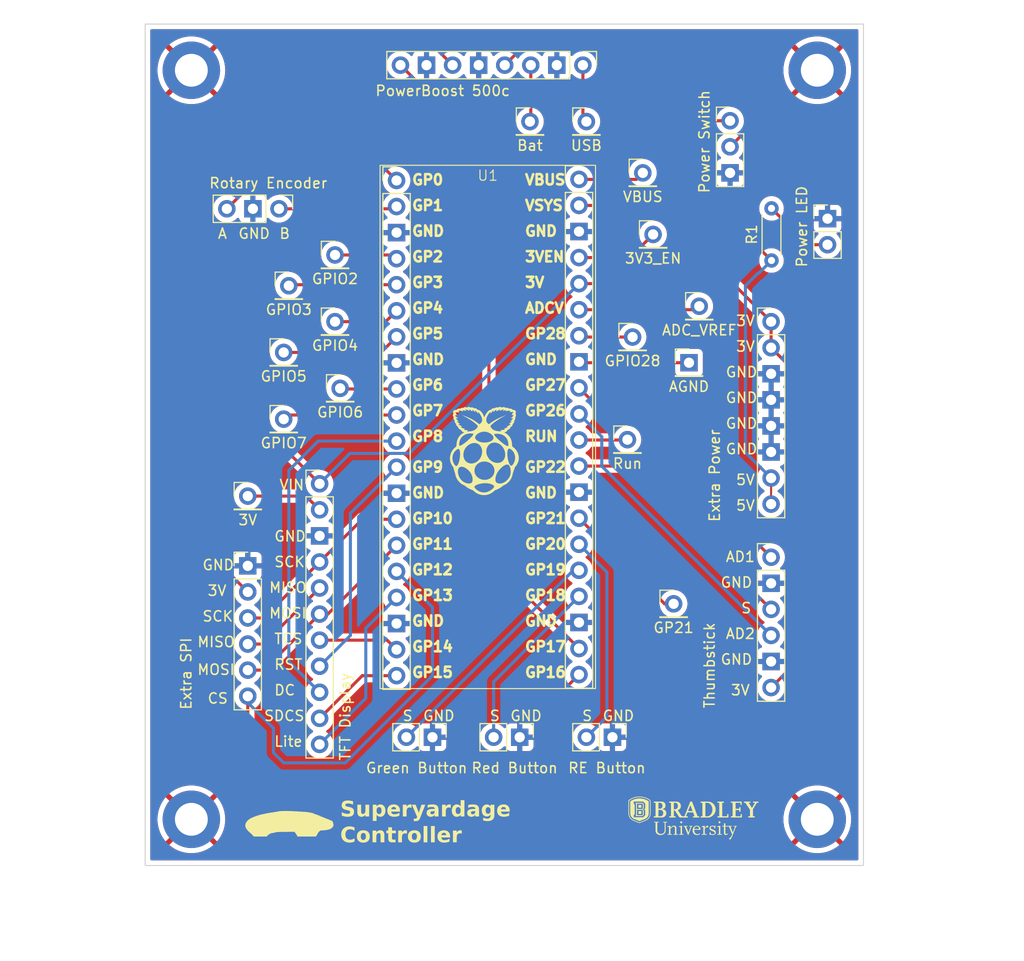
<source format=kicad_pcb>
(kicad_pcb (version 20240108) (generator "pcbnew") (generator_version "8.0")
  (title_block (title "SuperYardage Controller") (date "2024-07-09") (rev "0") (company "Bradley University"))
  (layers (0 "F.Cu" signal) (31 "B.Cu" signal) (34 "B.Paste" user) (35 "F.Paste" user) (36 "B.SilkS" user "B.Silkscreen") (37 "F.SilkS" user "F.Silkscreen") (38 "B.Mask" user) (39 "F.Mask" user) (44 "Edge.Cuts" user))
  (net 0 "")
  (net 1 "Net-(J1-Pin_10)")
  (net 2 "Net-(J1-Pin_6)")
  (net 3 "Net-(J1-Pin_8)")
  (net 4 "Net-(J1-Pin_9)")
  (net 5 "Net-(J1-Pin_4)")
  (net 6 "Net-(J1-Pin_5)")
  (net 7 "Net-(J1-Pin_1)")
  (net 8 "Net-(J1-Pin_7)")
  (net 9 "Net-(J1-Pin_11)")
  (net 10 "Net-(J1-Pin_2)")
  (net 11 "Net-(J2-Pin_4)")
  (net 12 "Net-(J2-Pin_3)")
  (net 13 "GND")
  (net 14 "Net-(J2-Pin_1)")
  (net 15 "Net-(J2-Pin_8)")
  (net 16 "Net-(J4-Pin_1)")
  (net 17 "Net-(J4-Pin_4)")
  (net 18 "Net-(J4-Pin_3)")
  (net 19 "Net-(J6-Pin_6)")
  (net 20 "Net-(J9-Pin_2)")
  (net 21 "Net-(J10-Pin_1)")
  (net 22 "Net-(J11-Pin_1)")
  (net 23 "Net-(J12-Pin_1)")
  (net 24 "Net-(J12-Pin_3)")
  (net 25 "Net-(J13-Pin_2)")
  (net 26 "Net-(J14-Pin_2)")
  (net 27 "Net-(J15-Pin_2)")
  (net 28 "Net-(J16-Pin_1)")
  (net 29 "Net-(J17-Pin_1)")
  (net 30 "Net-(J18-Pin_1)")
  (net 31 "Net-(J19-Pin_1)")
  (net 32 "Net-(J20-Pin_1)")
  (net 33 "Net-(J21-Pin_1)")
  (net 34 "Net-(J22-Pin_1)")
  (net 35 "Net-(J23-Pin_1)")
  (net 36 "Net-(J24-Pin_1)")
  (net 37 "Net-(J25-Pin_1)")
  (net 38 "Net-(J26-Pin_1)")
  (net 39 "Net-(J2-Pin_6)")
  (footprint "Connector_PinHeader_2.54mm:PinHeader_1x02_P2.54mm_Vertical" (layer "F.Cu") (at 164 73.96)
    (property "Reference" "J9" (hide yes))
    (property "Value" "Power LED")
  )
  (footprint "Connector_PinHeader_2.54mm:PinHeader_1x08_P2.54mm_Vertical" (layer "F.Cu") (at 158.5 84)
    (property "Reference" "J27" (hide yes))
    (property "Value" "Extra Power")
  )
  (footprint "SuperyardageLib:RasPi_Pico" (layer "F.Cu") (at 130.89 68.76)
    (property "Reference" "U1")
    (property "Value" "~")
  )
  (footprint "Connector_PinHeader_2.54mm:PinHeader_1x01_P2.54mm_Vertical" (layer "F.Cu") (at 111 93.5)
    (property "Reference" "J25" (hide yes))
    (property "Value" "GPIO7")
  )
  (footprint "Connector_PinHeader_2.54mm:PinHeader_1x01_P2.54mm_Vertical" (layer "F.Cu") (at 107.5 101)
    (property "Reference" "J5" (hide yes))
    (property "Value" "3V")
  )
  (footprint "Resistor_THT:R_Axial_DIN0204_L3.6mm_D1.6mm_P5.08mm_Horizontal" (layer "F.Cu") (at 158.54 78.04 90)
    (property "Reference" "R1")
    (property "Value" "R" (hide yes))
  )
  (footprint "Connector_PinHeader_2.54mm:PinHeader_1x01_P2.54mm_Vertical" (layer "F.Cu") (at 135 64.5)
    (property "Reference" "J8" (hide yes))
    (property "Value" "Bat")
  )
  (footprint "Connector_PinHeader_2.54mm:PinHeader_1x01_P2.54mm_Vertical" (layer "F.Cu") (at 116 84)
    (property "Reference" "J22" (hide yes))
    (property "Value" "GPIO4")
  )
  (footprint "Connector_PinHeader_2.54mm:PinHeader_1x02_P2.54mm_Vertical" (layer "F.Cu") (at 125.5 124.5 -90)
    (property "Reference" "J14" (hide yes))
    (property "Value" "Green Button")
  )
  (footprint "Connector_PinHeader_2.54mm:PinHeader_1x01_P2.54mm_Vertical" (layer "F.Cu") (at 111.5 80.5)
    (property "Reference" "J21" (hide yes))
    (property "Value" "GPIO3")
  )
  (footprint "MountingHole:MountingHole_3.2mm_M3_DIN965_Pad_TopBottom" (layer "F.Cu") (at 102 59.5)
    (property "Reference" "REF**" (hide yes))
    (property "Value" "MountingHole_3.2mm_M3_DIN965_Pad_TopBottom")
  )
  (footprint "Connector_PinHeader_2.54mm:PinHeader_1x02_P2.54mm_Vertical" (layer "F.Cu") (at 134 124.5 -90)
    (property "Reference" "J15" (hide yes))
    (property "Value" "Red Button")
  )
  (footprint "Connector_PinHeader_2.54mm:PinHeader_1x01_P2.54mm_Vertical" (layer "F.Cu") (at 140.5 64.5)
    (property "Reference" "J7" (hide yes))
    (property "Value" "USB")
  )
  (footprint "Connector_PinHeader_2.54mm:PinHeader_1x01_P2.54mm_Vertical" (layer "F.Cu") (at 150.5 88)
    (property "Reference" "J18" (hide yes))
    (property "Value" "AGND")
  )
  (footprint "Connector_PinHeader_2.54mm:PinHeader_1x03_P2.54mm_Vertical" (layer "F.Cu") (at 154.5 64.42)
    (property "Reference" "J3" (hide yes))
    (property "Value" "Power Switch")
  )
  (footprint "Connector_PinHeader_2.54mm:PinHeader_1x02_P2.54mm_Vertical" (layer "F.Cu") (at 143.04 124.5 -90)
    (property "Reference" "J13" (hide yes))
    (property "Value" "RE Button")
  )
  (footprint "Connector_PinHeader_2.54mm:PinHeader_1x01_P2.54mm_Vertical" (layer "F.Cu") (at 146 69.5)
    (property "Reference" "J10" (hide yes))
    (property "Value" "VBUS")
  )
  (footprint "CarImage" (layer "F.Cu") (at 111.5 133)
    (property "Reference" "G***")
    (property "Value" "LOGO" (hide yes))
  )
  (footprint "Connector_PinHeader_2.54mm:PinHeader_1x11_P2.54mm_Vertical" (layer "F.Cu") (at 114.5 99.8)
    (property "Reference" "J1" (hide yes))
    (property "Value" "TFT Display")
  )
  (footprint "Connector_PinHeader_2.54mm:PinHeader_1x01_P2.54mm_Vertical" (layer "F.Cu") (at 145 85.5)
    (property "Reference" "J17" (hide yes))
    (property "Value" "GPIO28")
  )
  (footprint "Connector_PinHeader_2.54mm:PinHeader_1x03_P2.54mm_Vertical" (layer "F.Cu") (at 110.54 73 -90)
    (property "Reference" "J12" (hide yes))
    (property "Value" "Rotary Encoder")
  )
  (footprint "MountingHole:MountingHole_3.2mm_M3_DIN965_Pad_TopBottom" (layer "F.Cu") (at 163 132.5)
    (property "Reference" "REF**" (hide yes))
    (property "Value" "MountingHole_3.2mm_M3_DIN965_Pad_TopBottom")
  )
  (footprint "Connector_PinHeader_2.54mm:PinHeader_1x06_P2.54mm_Vertical" (layer "F.Cu") (at 107.5 107.8)
    (property "Reference" "J6" (hide yes))
    (property "Value" "Extra SPI")
  )
  (footprint "Connector_PinHeader_2.54mm:PinHeader_1x01_P2.54mm_Vertical" (layer "F.Cu") (at 151.5 82.5)
    (property "Reference" "J16" (hide yes))
    (property "Value" "ADC_VREF")
  )
  (footprint "Connector_PinHeader_2.54mm:PinHeader_1x01_P2.54mm_Vertical" (layer "F.Cu") (at 111 87)
    (property "Reference" "J23" (hide yes))
    (property "Value" "GPIO5")
  )
  (footprint "Connector_PinHeader_2.54mm:PinHeader_1x06_P2.54mm_Vertical" (layer "F.Cu") (at 158.5 106.96)
    (property "Reference" "J4" (hide yes))
    (property "Value" "Thumbstick")
  )
  (footprint "Connector_PinHeader_2.54mm:PinHeader_1x01_P2.54mm_Vertical" (layer "F.Cu") (at 116 77.5)
    (property "Reference" "J20" (hide yes))
    (property "Value" "GPIO2")
  )
  (footprint "Connector_PinHeader_2.54mm:PinHeader_1x01_P2.54mm_Vertical" (layer "F.Cu") (at 147 75.5)
    (property "Reference" "J11" (hide yes))
    (property "Value" "3V3_EN")
  )
  (footprint "MountingHole:MountingHole_3.2mm_M3_DIN965_Pad_TopBottom" (layer "F.Cu") (at 102 132.5)
    (property "Reference" "REF**" (hide yes))
    (property "Value" "MountingHole_3.2mm_M3_DIN965_Pad_TopBottom")
  )
  (footprint "Connector_PinHeader_2.54mm:PinHeader_1x08_P2.54mm_Vertical" (layer "F.Cu") (at 140.16 59 -90)
    (property "Reference" "J2" (hide yes))
    (property "Value" "PowerBoost 500c")
  )
  (footprint "Connector_PinHeader_2.54mm:PinHeader_1x01_P2.54mm_Vertical" (layer "F.Cu") (at 116.5 90.5)
    (property "Reference" "J24" (hide yes))
    (property "Value" "GPIO6")
  )
  (footprint "Connector_PinHeader_2.54mm:PinHeader_1x01_P2.54mm_Vertical" (layer "F.Cu") (at 149 111.5)
    (property "Reference" "J26" (hide yes))
    (property "Value" "GP21")
  )
  (footprint "MountingHole:MountingHole_3.2mm_M3_DIN965_Pad_TopBottom" (layer "F.Cu") (at 163 59.5)
    (property "Reference" "REF**" (hide yes))
    (property "Value" "MountingHole_3.2mm_M3_DIN965_Pad_TopBottom")
  )
  (footprint "Connector_PinHeader_2.54mm:PinHeader_1x01_P2.54mm_Vertical" (layer "F.Cu") (at 144.5 95.5)
    (property "Reference" "J19" (hide yes))
    (property "Value" "Run")
  )
  (gr_poly (pts (xy 147.55204 132.814605) (xy 147.409166 132.814605) (xy 147.409166 133.542209) (xy 147.40956 133.563794) (xy 147.410734 133.584887) (xy 147.412678 133.605474) (xy 147.415383 133.625542) (xy 147.418837 133.645079) (xy 147.423032 133.664073) (xy 147.427956 133.682511) (xy 147.433599 133.70038) (xy 147.439951 133.717667) (xy 147.447003 133.734361) (xy 147.454744 133.750448) (xy 147.463163 133.765916) (xy 147.472251 133.780752) (xy 147.481997 133.794944) (xy 147.492391 133.808479) (xy 147.503424 133.821344) (xy 147.515084 133.833528) (xy 147.527362 133.845016) (xy 147.540248 133.855797) (xy 147.553731 133.865858) (xy 147.567801 133.875187) (xy 147.582448 133.883771) (xy 147.597662 133.891597) (xy 147.613433 133.898652) (xy 147.62975 133.904925) (xy 147.646603 133.910402) (xy 147.663983 133.915072) (xy 147.681878 133.91892) (xy 147.70028 133.921935) (xy 147.719176 133.924105) (xy 147.738559 133.925415) (xy 147.758416 133.925855) (xy 147.778793 133.9254) (xy 147.798736 133.924046) (xy 147.818233 133.921807) (xy 147.837269 133.918698) (xy 147.855831 133.914735) (xy 147.873903 133.909932) (xy 147.891473 133.904304) (xy 147.908526 133.897867) (xy 147.925048 133.890636) (xy 147.941024 133.882624) (xy 147.956442 133.873849) (xy 147.971287 133.864324) (xy 147.985544 133.854064) (xy 147.9992 133.843085) (xy 148.012241 133.831402) (xy 148.024653 133.819029) (xy 148.036421 133.805982) (xy 148.047532 133.792276) (xy 148.057971 133.777925) (xy 148.067725 133.762945) (xy 148.076779 133.74735) (xy 148.08512 133.731157) (xy 148.092733 133.714379) (xy 148.099604 133.697032) (xy 148.10572 133.67913) (xy 148.111066 133.660689) (xy 148.115627 133.641724) (xy 148.119391 133.62225) (xy 148.122343 133.602282) (xy 148.124469 133.581835) (xy 148.125755 133.560923) (xy 148.126187 133.539563) (xy 148.126187 132.814605) (xy 147.983312 132.814605) (xy 147.983312 132.743167) (xy 148.369604 132.743167) (xy 148.369604 132.814605) (xy 148.221437 132.814605) (xy 148.221437 133.544855) (xy 148.220566 133.582689) (xy 148.217943 133.61883) (xy 148.213553 133.653319) (xy 148.207381 133.6862) (xy 148.199409 133.717515) (xy 148.189625 133.747308) (xy 148.17801 133.775619) (xy 148.164551 133.802493) (xy 148.149232 133.827971) (xy 148.132036 133.852097) (xy 148.11295 133.874913) (xy 148.091956 133.896461) (xy 148.06904 133.916785) (xy 148.044187 133.935927) (xy 148.017379 133.953929) (xy 147.988604 133.970834) (xy 147.973132 133.978553) (xy 147.957479 133.985831) (xy 147.941647 133.992659) (xy 147.925641 133.999029) (xy 147.909464 134.004934) (xy 147.893121 134.010367) (xy 147.876615 134.015319) (xy 147.85995 134.019782) (xy 147.843129 134.02375) (xy 147.826158 134.027213) (xy 147.80904 134.030165) (xy 147.791778 134.032598) (xy 147.774377 134.034504) (xy 147.75684 134.035874) (xy 147.739171 134.036702) (xy 147.721374 134.03698) (xy 147.695543 134.036441) (xy 147.670154 134.034839) (xy 147.645234 134.032195) (xy 147.620806 134.028531) (xy 147.596896 134.023869) (xy 147.573528 134.018231) (xy 147.550727 134.011639) (xy 147.528517 134.004114) (xy 147.506924 133.995678) (xy 147.485972 133.986354) (xy 147.465685 133.976162) (xy 147.446088 133.965124) (xy 147.427207 133.953263) (xy 147.409065 133.940601) (xy 147.391688 133.927158) (xy 147.375101 133.912957) (xy 147.359327 133.89802) (xy 147.344391 133.882368) (xy 147.330319 133.866023) (xy 147.317135 133.849007) (xy 147.304864 133.831342) (xy 147.29353 133.81305) (xy 147.283158 133.794152) (xy 147.273774 133.774671) (xy 147.2654 133.754627) (xy 147.258063 133.734043) (xy 147.251787 133.712941) (xy 147.246597 133.691343) (xy 147.242517 133.669269) (xy 147.239572 133.646743) (xy 147.237787 133.623785) (xy 147.237187 133.600418) (xy 147.237187 132.814605) (xy 147.094312 132.814605) (xy 147.094312 132.743167) (xy 147.55204 132.743167)) (stroke (width -0.000001)) (fill solid) (layer "F.SilkS"))
  (gr_poly (pts (xy 145.858707 131.97323) (xy 145.570311 131.97323) (xy 145.570311 131.698063) (xy 145.858707 131.698063)) (stroke (width -0.000001)) (fill solid) (layer "F.SilkS"))
  (gr_poly (pts (xy 153.047435 133.394042) (xy 152.965414 133.394042) (xy 152.966841 133.390044) (xy 152.968147 133.385996) (xy 152.969338 133.381909) (xy 152.970416 133.377795) (xy 152.971386 133.373666) (xy 152.972251 133.369532) (xy 152.973015 133.365406) (xy 152.973682 133.3613) (xy 152.974742 133.353192) (xy 152.97546 133.345301) (xy 152.975868 133.33772) (xy 152.975997 133.330543) (xy 152.975744 133.32363) (xy 152.974992 133.316789) (xy 152.973754 133.310029) (xy 152.972044 133.303361) (xy 152.969875 133.296793) (xy 152.96726 133.290336) (xy 152.964211 133.283999) (xy 152.960743 133.277791) (xy 152.956867 133.271724) (xy 152.952598 133.265805) (xy 152.947948 133.260045) (xy 152.94293 133.254454) (xy 152.937557 133.249041) (xy 152.931843 133.243817) (xy 152.925801 133.238789) (xy 152.919443 133.233969) (xy 152.912783 133.229367) (xy 152.905833 133.224991) (xy 152.898608 133.220851) (xy 152.891119 133.216957) (xy 152.88338 133.21332) (xy 152.875405 133.209947) (xy 152.867205 133.20685) (xy 152.858795 133.204038) (xy 152.850187 133.201521) (xy 152.841395 133.199307) (xy 152.832431 133.197408) (xy 152.823309 133.195832) (xy 152.814041 133.194589) (xy 152.804641 133.19369) (xy 152.795122 133.193143) (xy 152.785497 133.192959) (xy 152.767086 133.193574) (xy 152.749582 133.195398) (xy 152.741182 133.196754) (xy 152.733024 133.1984) (xy 152.725111 133.200334) (xy 152.71745 133.20255) (xy 152.710044 133.205045) (xy 152.702899 133.207816) (xy 152.696019 133.210857) (xy 152.68941 133.214167) (xy 152.683076 133.217739) (xy 152.677022 133.221572) (xy 152.671253 133.22566) (xy 152.665773 133.23) (xy 152.660588 133.234589) (xy 152.655703 133.239421) (xy 152.651121 133.244494) (xy 152.646849 133.249803) (xy 152.642891 133.255345) (xy 152.639251 133.261115) (xy 152.635935 133.26711) (xy 152.632948 133.273326) (xy 152.630294 133.279759) (xy 152.627978 133.286405) (xy 152.626005 133.293261) (xy 152.62438 133.300322) (xy 152.623107 133.307585) (xy 152.622193 133.315045) (xy 152.62164 133.322699) (xy 152.621455 133.330543) (xy 152.62166 133.345122) (xy 152.621974 133.351854) (xy 152.622478 133.358251) (xy 152.623211 133.364343) (xy 152.624211 133.370156) (xy 152.625514 133.37572) (xy 152.62716 133.381061) (xy 152.629186 133.386209) (xy 152.631629 133.391191) (xy 152.634527 133.396036) (xy 152.637919 133.400771) (xy 152.641842 133.405424) (xy 152.646333 133.410025) (xy 152.651431 133.4146) (xy 152.657174 133.419178) (xy 152.663598 133.423787) (xy 152.670743 133.428455) (xy 152.678645 133.43321) (xy 152.687342 133.438081) (xy 152.696873 133.443095) (xy 152.707275 133.448281) (xy 152.718586 133.453666) (xy 152.730844 133.459279) (xy 152.75835 133.4713) (xy 152.790096 133.484569) (xy 152.826384 133.499311) (xy 152.867517 133.515751) (xy 152.901268 133.529535) (xy 152.932139 133.543175) (xy 152.960227 133.556777) (xy 152.985629 133.570445) (xy 153.008442 133.584283) (xy 153.028763 133.598397) (xy 153.046689 133.61289) (xy 153.062316 133.627868) (xy 153.069299 133.635571) (xy 153.075743 133.643435) (xy 153.08166 133.651472) (xy 153.087064 133.659695) (xy 153.091966 133.668119) (xy 153.096378 133.676754) (xy 153.100313 133.685616) (xy 153.103781 133.694716) (xy 153.106797 133.704069) (xy 153.109371 133.713686) (xy 153.113243 133.733768) (xy 153.115496 133.755067) (xy 153.116225 133.777688) (xy 153.115638 133.79146) (xy 153.114381 133.804987) (xy 153.112464 133.818256) (xy 153.109901 133.831255) (xy 153.106701 133.843972) (xy 153.102878 133.856392) (xy 153.098442 133.868505) (xy 153.093406 133.880296) (xy 153.087781 133.891755) (xy 153.081578 133.902867) (xy 153.074809 133.913621) (xy 153.067486 133.924004) (xy 153.05962 133.934004) (xy 153.051223 133.943607) (xy 153.042307 133.952801) (xy 153.032883 133.961573) (xy 153.022964 133.969912) (xy 153.012559 133.977803) (xy 153.001682 133.985236) (xy 152.990344 133.992197) (xy 152.978556 133.998673) (xy 152.96633 134.004652) (xy 152.953677 134.010121) (xy 152.94061 134.015069) (xy 152.92714 134.019481) (xy 152.913279 134.023346) (xy 152.899037 134.026651) (xy 152.884428 134.029383) (xy 152.869461 134.03153) (xy 152.85415 134.033079) (xy 152.838506 134.034018) (xy 152.82254 134.034334) (xy 152.80254 134.034053) (xy 152.783214 134.033207) (xy 152.764555 134.031787) (xy 152.746555 134.029786) (xy 152.729206 134.027196) (xy 152.7125 134.024009) (xy 152.69643 134.020217) (xy 152.680988 134.015813) (xy 152.666166 134.010788) (xy 152.651956 134.005136) (xy 152.638351 133.998848) (xy 152.625343 133.991917) (xy 152.612924 133.984335) (xy 152.601086 133.976094) (xy 152.589822 133.967186) (xy 152.579123 133.957604) (xy 152.579123 134.026396) (xy 152.502394 134.026396) (xy 152.502394 133.753876) (xy 152.589706 133.753876) (xy 152.589706 133.806792) (xy 152.590021 133.814456) (xy 152.590953 133.822062) (xy 152.592486 133.829597) (xy 152.5946 133.837049) (xy 152.597278 133.844406) (xy 152.600502 133.851656) (xy 152.604254 133.858787) (xy 152.608516 133.865786) (xy 152.613271 133.872642) (xy 152.618499 133.879343) (xy 152.624185 133.885876) (xy 152.630308 133.892229) (xy 152.636852 133.898391) (xy 152.643799 133.904348) (xy 152.65113 133.910089) (xy 152.658828 133.915602) (xy 152.666875 133.920875) (xy 152.675253 133.925896) (xy 152.683944 133.930652) (xy 152.69293 133.935131) (xy 152.702193 133.939321) (xy 152.711715 133.943211) (xy 152.721478 133.946788) (xy 152.731465 133.950039) (xy 152.741657 133.952954) (xy 152.752037 133.955519) (xy 152.762586 133.957723) (xy 152.773287 133.959553) (xy 152.784121 133.960998) (xy 152.795072 133.962045) (xy 152.80612 133.962682) (xy 152.817248 133.962897) (xy 152.836769 133.962254) (xy 152.855592 133.960359) (xy 152.87364 133.957263) (xy 152.890835 133.953016) (xy 152.9071 133.947668) (xy 152.922358 133.94127) (xy 152.93653 133.933872) (xy 152.94954 133.925524) (xy 152.961309 133.916277) (xy 152.966704 133.911332) (xy 152.971761 133.906181) (xy 152.976468 133.900831) (xy 152.980817 133.895287) (xy 152.984797 133.889557) (xy 152.9884 133.883645) (xy 152.991616 133.877559) (xy 152.994433 133.871306) (xy 152.996844 133.86489) (xy 152.998839 133.858319) (xy 153.000407 133.851598) (xy 153.001539 133.844735) (xy 153.002225 133.837735) (xy 153.002456 133.830604) (xy 153.002298 133.82351) (xy 153.001812 133.816603) (xy 153.00098 133.809872) (xy 152.999785 133.803304) (xy 152.998207 133.796884) (xy 152.99623 133.790601) (xy 152.993835 133.784441) (xy 152.991005 133.778391) (xy 152.987721 133.772437) (xy 152.983966 133.766568) (xy 152.979721 133.760769) (xy 152.974969 133.755028) (xy 152.969693 133.749331) (xy 152.963873 133.743666) (xy 152.957492 133.738019) (xy 152.950532 133.732378) (xy 152.942975 133.726729) (xy 152.934803 133.721059) (xy 152.925999 133.715355) (xy 152.916544 133.709604) (xy 152.906421 133.703793) (xy 152.895611 133.697909) (xy 152.871859 133.685869) (xy 152.845147 133.67338) (xy 152.815331 133.660336) (xy 152.782266 133.646633) (xy 152.74581 133.632167) (xy 152.712496 133.618761) (xy 152.681949 133.605285) (xy 152.654083 133.591669) (xy 152.628815 133.577845) (xy 152.606058 133.563741) (xy 152.585727 133.549288) (xy 152.567737 133.534417) (xy 152.552003 133.519058) (xy 152.544955 133.511173) (xy 152.538439 133.50314) (xy 152.532445 133.49495) (xy 152.526961 133.486595) (xy 152.521977 133.478065) (xy 152.517482 133.469352) (xy 152.513466 133.460447) (xy 152.509918 133.451341) (xy 152.504183 133.432494) (xy 152.500192 133.412739) (xy 152.49786 133.392008) (xy 152.497102 133.37023) (xy 152.497456 133.35624) (xy 152.498512 133.342554) (xy 152.500257 133.329181) (xy 152.502678 133.31613) (xy 152.505764 133.30341) (xy 152.509502 133.291031) (xy 152.513881 133.279002) (xy 152.518889 133.267332) (xy 152.524512 133.25603) (xy 152.53074 133.245105) (xy 152.53756 133.234567) (xy 152.54496 133.224425) (xy 152.552927 133.214688) (xy 152.56145 133.205365) (xy 152.570517 133.196465) (xy 152.580115 133.187998) (xy 152.590233 133.179973) (xy 152.600857 133.172399) (xy 152.611977 133.165285) (xy 152.62358 133.158641) (xy 152.635654 133.152475) (xy 152.648187 133.146797) (xy 152.661166 133.141616) (xy 152.67458 133.136942) (xy 152.688416 133.132783) (xy 152.702662 133.129148) (xy 152.717307 133.126048) (xy 152.732338 133.12349) (xy 152.747743 133.121485) (xy 152.76351 133.120042) (xy 152.779627 133.119169) (xy 152.796081 133.118876) (xy 152.81174 133.119124) (xy 152.826973 133.119873) (xy 152.841788 133.121126) (xy 152.856191 133.122886) (xy 152.870191 133.125158) (xy 152.883797 133.127945) (xy 152.897014 133.131251) (xy 152.909852 133.135081) (xy 152.922318 133.139438) (xy 152.934419 133.144326) (xy 152.946164 133.149749) (xy 152.95756 133.155711) (xy 152.968615 133.162215) (xy 152.979336 133.169265) (xy 152.989732 133.176866) (xy 152.99981 133.185022) (xy 153.010394 133.11623) (xy 153.092414 133.11623)) (stroke (width -0.000001)) (fill solid) (layer "F.SilkS"))
  (gr_poly (pts (xy 153.476179 132.690382) (xy 153.481491 132.69077) (xy 153.4867 132.691409) (xy 153.491802 132.692292) (xy 153.496791 132.693414) (xy 153.501663 132.694768) (xy 153.506413 132.696348) (xy 153.511036 132.698147) (xy 153.515527 132.70016) (xy 153.519881 132.702379) (xy 153.524094 132.704799) (xy 153.528161 132.707413) (xy 153.532076 132.710215) (xy 153.535836 132.713199) (xy 153.539435 132.716358) (xy 153.542868 132.719686) (xy 153.54613 132.723177) (xy 153.549217 132.726825) (xy 153.552124 132.730622) (xy 153.554846 132.734564) (xy 153.557378 132.738643) (xy 153.559715 132.742853) (xy 153.561853 132.747189) (xy 153.563786 132.751643) (xy 153.56551 132.756209) (xy 153.56702 132.760882) (xy 153.56831 132.765654) (xy 153.569377 132.77052) (xy 153.570216 132.775473) (xy 153.57082 132.780507) (xy 153.571187 132.785616) (xy 153.57131 132.790793) (xy 153.57142 132.79597) (xy 153.571256 132.801078) (xy 153.570827 132.806112) (xy 153.570137 132.811065) (xy 153.569193 132.815931) (xy 153.568002 132.820703) (xy 153.56657 132.825376) (xy 153.564902 132.829942) (xy 153.563006 132.834396) (xy 153.560888 132.838732) (xy 153.558553 132.842942) (xy 153.556009 132.847021) (xy 153.553261 132.850963) (xy 153.550316 132.85476) (xy 153.54718 132.858408) (xy 153.54386 132.861899) (xy 153.540361 132.865227) (xy 153.536691 132.868386) (xy 153.532854 132.87137) (xy 153.528859 132.874172) (xy 153.52471 132.876786) (xy 153.520414 132.879206) (xy 153.515978 132.881425) (xy 153.511408 132.883437) (xy 153.506709 132.885237) (xy 153.50189 132.886816) (xy 153.496955 132.88817) (xy 153.49191 132.889292) (xy 153.486764 132.890176) (xy 153.48152 132.890815) (xy 153.476187 132.891203) (xy 153.47077 132.891334) (xy 153.465593 132.891203) (xy 153.460484 132.890815) (xy 153.45545 132.890176) (xy 153.450497 132.889292) (xy 153.445631 132.88817) (xy 153.440859 132.886816) (xy 153.436186 132.885237) (xy 153.431619 132.883437) (xy 153.427165 132.881425) (xy 153.42283 132.879206) (xy 153.418619 132.876786) (xy 153.41454 132.874172) (xy 153.410599 132.87137) (xy 153.406801 132.868386) (xy 153.403154 132.865227) (xy 153.399663 132.861899) (xy 153.396335 132.858408) (xy 153.393175 132.85476) (xy 153.390192 132.850963) (xy 153.38739 132.847021) (xy 153.384776 132.842942) (xy 153.382356 132.838732) (xy 153.380137 132.834396) (xy 153.378124 132.829942) (xy 153.376325 132.825376) (xy 153.374745 132.820703) (xy 153.373391 132.815931) (xy 153.372269 132.811065) (xy 153.371386 132.806112) (xy 153.370747 132.801078) (xy 153.370359 132.79597) (xy 153.370228 132.790793) (xy 153.370359 132.785616) (xy 153.370747 132.780507) (xy 153.371386 132.775473) (xy 153.372269 132.77052) (xy 153.373391 132.765654) (xy 153.374745 132.760882) (xy 153.376325 132.756209) (xy 153.378124 132.751643) (xy 153.380137 132.747188) (xy 153.382356 132.742853) (xy 153.384776 132.738643) (xy 153.38739 132.734563) (xy 153.390192 132.730622) (xy 153.393176 132.726824) (xy 153.396335 132.723177) (xy 153.399663 132.719686) (xy 153.403154 132.716358) (xy 153.406802 132.713199) (xy 153.410599 132.710215) (xy 153.414541 132.707413) (xy 153.41862 132.704799) (xy 153.422831 132.702379) (xy 153.427166 132.70016) (xy 153.43162 132.698147) (xy 153.436187 132.696348) (xy 153.440859 132.694768) (xy 153.445631 132.693414) (xy 153.450497 132.692292) (xy 153.45545 132.691409) (xy 153.460484 132.69077) (xy 153.465593 132.690382) (xy 153.47077 132.690251)) (stroke (width -0.000001)) (fill solid) (layer "F.SilkS"))
  (gr_poly (pts (xy 145.858707 131.372625) (xy 145.570311 131.372625) (xy 145.570311 131.097458) (xy 145.858707 131.097458)) (stroke (width -0.000001)) (fill solid) (layer "F.SilkS"))
  (gr_poly (pts (xy 155.632414 131.097458) (xy 155.510707 131.097458) (xy 155.510707 130.891084) (xy 155.042395 130.891084) (xy 155.042395 131.467875) (xy 155.402227 131.467875) (xy 155.402227 131.314417) (xy 155.52658 131.311771) (xy 155.52658 131.756271) (xy 155.402227 131.758917) (xy 155.402227 131.600167) (xy 155.042395 131.600167) (xy 155.042395 132.203417) (xy 155.531874 132.203417) (xy 155.531874 131.991751) (xy 155.653581 131.991751) (xy 155.653581 132.32248) (xy 154.579373 132.32248) (xy 154.579373 132.203417) (xy 154.748707 132.203417) (xy 154.748707 130.891084) (xy 154.579373 130.891084) (xy 154.579373 130.772021) (xy 155.632414 130.772021)) (stroke (width -0.000001)) (fill solid) (layer "F.SilkS"))
  (gr_poly (pts (xy 156.484373 130.891084) (xy 156.315039 130.891084) (xy 156.637831 131.391146) (xy 156.942102 130.891084) (xy 156.746311 130.891084) (xy 156.746311 130.772021) (xy 157.272831 130.772021) (xy 157.272831 130.891084) (xy 157.11408 130.891084) (xy 156.733082 131.5155) (xy 156.733082 132.198125) (xy 156.905061 132.198125) (xy 156.905061 132.32248) (xy 156.272706 132.32248) (xy 156.272706 132.198125) (xy 156.442041 132.198125) (xy 156.442041 131.573708) (xy 155.992248 130.891084) (xy 155.852018 130.891084) (xy 155.852018 130.772021) (xy 156.484373 130.772021)) (stroke (width -0.000001)) (fill solid) (layer "F.SilkS"))
  (gr_poly (pts (xy 152.378241 130.773051) (xy 152.417515 130.776106) (xy 152.45613 130.781132) (xy 152.494043 130.788077) (xy 152.531212 130.796889) (xy 152.567594 130.807513) (xy 152.603147 130.819899) (xy 152.637827 130.833992) (xy 152.671593 130.84974) (xy 152.704402 130.86709) (xy 152.736211 130.885989) (xy 152.766977 130.906385) (xy 152.796658 130.928225) (xy 152.825211 130.951456) (xy 152.852594 130.976024) (xy 152.878763 131.001878) (xy 152.903677 131.028965) (xy 152.927293 131.057231) (xy 152.949567 131.086624) (xy 152.970458 131.117091) (xy 152.989923 131.148579) (xy 153.007918 131.181036) (xy 153.024402 131.214408) (xy 153.039332 131.248644) (xy 153.052665 131.283689) (xy 153.064359 131.319491) (xy 153.074371 131.355998) (xy 153.082657 131.393157) (xy 153.089177 131.430914) (xy 153.093887 131.469218) (xy 153.096744 131.508014) (xy 153.097705 131.547251) (xy 153.096717 131.585813) (xy 153.093768 131.624073) (xy 153.08888 131.661976) (xy 153.082078 131.699469) (xy 153.073385 131.736496) (xy 153.062824 131.773004) (xy 153.050418 131.808939) (xy 153.03619 131.844245) (xy 153.020164 131.87887) (xy 153.002363 131.912758) (xy 152.982809 131.945855) (xy 152.961528 131.978108) (xy 152.938541 132.009461) (xy 152.913872 132.039861) (xy 152.887544 132.069253) (xy 152.859581 132.097584) (xy 152.832594 132.122812) (xy 152.805165 132.146862) (xy 152.777225 132.169672) (xy 152.748704 132.19118) (xy 152.719531 132.211324) (xy 152.689638 132.230041) (xy 152.658954 132.24727) (xy 152.627409 132.262949) (xy 152.594934 132.277015) (xy 152.56146 132.289407) (xy 152.526915 132.300063) (xy 152.491231 132.30892) (xy 152.454338 132.315917) (xy 152.416166 132.320992) (xy 152.376645 132.324082) (xy 152.335706 132.325126) (xy 151.631914 132.325126) (xy 151.631914 132.206063) (xy 151.803894 132.206063) (xy 151.803894 132.203417) (xy 152.097582 132.203417) (xy 152.280144 132.203417) (xy 152.306719 132.202533) (xy 152.33285 132.199913) (xy 152.35851 132.195604) (xy 152.383673 132.18965) (xy 152.408312 132.1821) (xy 152.432402 132.173) (xy 152.455917 132.162396) (xy 152.47883 132.150335) (xy 152.501115 132.136863) (xy 152.522745 132.122027) (xy 152.543696 132.105873) (xy 152.563941 132.088447) (xy 152.583453 132.069797) (xy 152.602206 132.049969) (xy 152.637332 132.006964) (xy 152.669109 131.959804) (xy 152.697328 131.908861) (xy 152.72178 131.854508) (xy 152.742255 131.797116) (xy 152.758545 131.737058) (xy 152.77044 131.674705) (xy 152.77773 131.61043) (xy 152.780207 131.544605) (xy 152.779553 131.513399) (xy 152.777616 131.482327) (xy 152.774429 131.451445) (xy 152.770026 131.420809) (xy 152.764441 131.390475) (xy 152.757708 131.3605) (xy 152.74986 131.330939) (xy 152.740932 131.30185) (xy 152.730958 131.273287) (xy 152.719971 131.245308) (xy 152.708006 131.217968) (xy 152.695095 131.191324) (xy 152.681274 131.165432) (xy 152.666576 131.140348) (xy 152.651036 131.116128) (xy 152.634686 131.092829) (xy 152.617561 131.070506) (xy 152.599694 131.049216) (xy 152.581121 131.029016) (xy 152.561874 131.00996) (xy 152.541987 130.992107) (xy 152.521495 130.97551) (xy 152.500431 130.960228) (xy 152.47883 130.946316) (xy 152.456724 130.93383) (xy 152.434149 130.922826) (xy 152.411137 130.913361) (xy 152.387724 130.905491) (xy 152.363942 130.899273) (xy 152.339827 130.894761) (xy 152.31541 130.892013) (xy 152.290728 130.891084) (xy 152.097582 130.891084) (xy 152.097582 132.203417) (xy 151.803894 132.203417) (xy 151.803894 130.89373) (xy 151.631914 130.89373) (xy 151.631914 130.772021) (xy 152.338352 130.772021)) (stroke (width -0.000001)) (fill solid) (layer "F.SilkS"))
  (gr_poly (pts (xy 149.822164 133.939083) (xy 149.967685 133.939083) (xy 149.967685 134.010521) (xy 149.533769 134.010521) (xy 149.533769 133.939083) (xy 149.67929 133.939083) (xy 149.67929 133.24852) (xy 149.512603 133.24852) (xy 149.512603 133.195604) (xy 149.787769 133.121521) (xy 149.822164 133.121521)) (stroke (width -0.000001)) (fill solid) (layer "F.SilkS"))
  (gr_poly (pts (xy 147.810313 130.769837) (xy 147.835033 130.771214) (xy 147.859029 130.773488) (xy 147.882294 130.776646) (xy 147.904823 130.780669) (xy 147.92661 130.785542) (xy 147.947648 130.79125) (xy 147.967933 130.797776) (xy 147.987458 130.805104) (xy 148.006217 130.813219) (xy 148.024205 130.822104) (xy 148.041417 130.831743) (xy 148.057845 130.84212) (xy 148.073484 130.85322) (xy 148.08833 130.865027) (xy 148.102374 130.877523) (xy 148.115613 130.890694) (xy 148.128039 130.904523) (xy 148.139648 130.918995) (xy 148.150433 130.934093) (xy 148.160389 130.949802) (xy 148.16951 130.966105) (xy 148.177789 130.982986) (xy 148.185222 131.00043) (xy 148.191802 131.018421) (xy 148.197523 131.036942) (xy 148.202381 131.055977) (xy 148.206368 131.075511) (xy 148.209479 131.095527) (xy 148.211708 131.11601) (xy 148.21305 131.136944) (xy 148.213499 131.158312) (xy 148.213097 131.178613) (xy 148.211892 131.198336) (xy 148.209891 131.217479) (xy 148.207096 131.236039) (xy 148.203513 131.254011) (xy 148.199145 131.271393) (xy 148.193997 131.28818) (xy 148.188074 131.304371) (xy 148.181379 131.31996) (xy 148.173918 131.334946) (xy 148.165694 131.349324) (xy 148.156712 131.363091) (xy 148.146976 131.376243) (xy 148.13649 131.388778) (xy 148.125259 131.400692) (xy 148.113288 131.411982) (xy 148.10058 131.422643) (xy 148.08714 131.432674) (xy 148.072973 131.442069) (xy 148.058082 131.450827) (xy 148.042472 131.458943) (xy 148.026148 131.466414) (xy 148.009113 131.473238) (xy 147.991373 131.479409) (xy 147.972931 131.484926) (xy 147.953792 131.489784) (xy 147.93396 131.49398) (xy 147.91344 131.497511) (xy 147.870351 131.502565) (xy 147.824562 131.504917) (xy 147.851962 131.506288) (xy 147.878596 131.508414) (xy 147.904456 131.51129) (xy 147.929537 131.514911) (xy 147.953831 131.519273) (xy 147.977331 131.524369) (xy 148.000031 131.530197) (xy 148.021924 131.53675) (xy 148.043003 131.544024) (xy 148.063261 131.552014) (xy 148.082692 131.560715) (xy 148.101288 131.570122) (xy 148.119044 131.580231) (xy 148.135952 131.591037) (xy 148.152005 131.602535) (xy 148.167196 131.614719) (xy 148.18152 131.627586) (xy 148.194969 131.641129) (xy 148.207536 131.655346) (xy 148.219214 131.67023) (xy 148.229997 131.685776) (xy 148.239878 131.701981) (xy 148.24885 131.718839) (xy 148.256907 131.736344) (xy 148.264041 131.754494) (xy 148.270246 131.773281) (xy 148.275515 131.792703) (xy 148.279841 131.812753) (xy 148.283217 131.833427) (xy 148.285638 131.854721) (xy 148.287095 131.876628) (xy 148.287582 131.899145) (xy 148.287087 131.922242) (xy 148.285609 131.944885) (xy 148.283156 131.967058) (xy 148.279737 131.988742) (xy 148.275361 132.009918) (xy 148.270037 132.030568) (xy 148.263772 132.050673) (xy 148.256576 132.070215) (xy 148.248458 132.089176) (xy 148.239426 132.107537) (xy 148.229489 132.12528) (xy 148.218656 132.142386) (xy 148.206935 132.158838) (xy 148.194336 132.174616) (xy 148.180866 132.189702) (xy 148.166535 132.204078) (xy 148.151352 132.217725) (xy 148.135324 132.230625) (xy 148.118461 132.24276) (xy 148.100772 132.254111) (xy 148.082265 132.26466) (xy 148.062949 132.274388) (xy 148.042832 132.283276) (xy 148.021924 132.291308) (xy 148.000233 132.298463) (xy 147.977768 132.304724) (xy 147.954537 132.310073) (xy 147.93055 132.31449) (xy 147.905815 132.317958) (xy 147.88034 132.320457) (xy 147.854135 132.321971) (xy 147.827207 132.322479) (xy 147.067853 132.322479) (xy 147.067853 132.203417) (xy 147.520291 132.203417) (xy 147.676394 132.203417) (xy 147.69544 132.203039) (xy 147.71388 132.201915) (xy 147.731716 132.200055) (xy 147.748948 132.197474) (xy 147.765575 132.194184) (xy 147.781597 132.190197) (xy 147.797015 132.185526) (xy 147.811828 132.180183) (xy 147.826036 132.174182) (xy 147.83964 132.167534) (xy 147.852639 132.160253) (xy 147.865034 132.15235) (xy 147.876824 132.143839) (xy 147.888009 132.134732) (xy 147.89859 132.125042) (xy 147.908566 132.114781) (xy 147.917937 132.103963) (xy 147.926704 132.092598) (xy 147.934867 132.080701) (xy 147.942424 132.068283) (xy 147.949377 132.055358) (xy 147.955726 132.041937) (xy 147.96147 132.028034) (xy 147.966609 132.013661) (xy 147.971144 131.998831) (xy 147.975074 131.983556) (xy 147.978399 131.967849) (xy 147.98112 131.951722) (xy 147.983236 131.935188) (xy 147.984748 131.91826) (xy 147.985957 131.883272) (xy 147.985602 131.866344) (xy 147.984546 131.849799) (xy 147.9828 131.833646) (xy 147.980376 131.817896) (xy 147.977285 131.802558) (xy 147.973539 131.787644) (xy 147.96915 131.773162) (xy 147.964129 131.759124) (xy 147.958488 131.745539) (xy 147.952238 131.732418) (xy 147.945392 131.719771) (xy 147.93796 131.707608) (xy 147.929955 131.695939) (xy 147.921387 131.684774) (xy 147.91227 131.674124) (xy 147.902613 131.663998) (xy 147.89243 131.654407) (xy 147.881731 131.645361) (xy 147.870528 131.636871) (xy 147.858833 131.628946) (xy 147.846658 131.621596) (xy 147.834013 131.614832) (xy 147.820911 131.608664) (xy 147.807364 131.603103) (xy 147.793382 131.598157) (xy 147.778978 131.593838) (xy 147.764163 131.590155) (xy 147.748949 131.587119) (xy 147.733347 131.58474) (xy 147.717369 131.583028) (xy 147.701027 131.581994) (xy 147.684333 131.581647) (xy 147.520291 131.581647) (xy 147.520291 132.203417) (xy 147.067853 132.203417) (xy 147.067853 132.203416) (xy 147.239832 132.203416) (xy 147.239832 131.462584) (xy 147.52029 131.462584) (xy 147.681686 131.462584) (xy 147.693753 131.462215) (xy 147.705636 131.461121) (xy 147.717323 131.45932) (xy 147.728799 131.456832) (xy 147.740053 131.453676) (xy 147.751071 131.449869) (xy 147.76184 131.445432) (xy 147.772347 131.440384) (xy 147.782579 131.434742) (xy 147.792522 131.428526) (xy 147.802164 131.421755) (xy 147.811492 131.414447) (xy 147.820492 131.406622) (xy 147.829152 131.398299) (xy 147.837458 131.389496) (xy 147.845397 131.380232) (xy 147.852956 131.370527) (xy 147.860123 131.360398) (xy 147.866883 131.349866) (xy 147.873225 131.338948) (xy 147.884598 131.316033) (xy 147.894138 131.291804) (xy 147.90174 131.266412) (xy 147.904782 131.253327) (xy 147.9073 131.240008) (xy 147.909281 131.226475) (xy 147.910712 131.212745) (xy 147.911581 131.198837) (xy 147.911873 131.184772) (xy 147.911603 131.169962) (xy 147.910798 131.155312) (xy 147.909466 131.140842) (xy 147.907615 131.126573) (xy 147.905252 131.112525) (xy 147.902385 131.098719) (xy 147.899023 131.085173) (xy 147.895171 131.07191) (xy 147.89084 131.058949) (xy 147.886035 131.046311) (xy 147.880765 131.034016) (xy 147.875038 131.022084) (xy 147.868862 131.010536) (xy 147.862243 130.999391) (xy 147.855191 130.988672) (xy 147.847712 130.978397) (xy 147.839814 130.968587) (xy 147.831506 130.959262) (xy 147.822795 130.950443) (xy 147.813688 130.942151) (xy 147.804194 130.934405) (xy 147.79432 130.927225) (xy 147.784074 130.920633) (xy 147.773463 130.914649) (xy 147.762496 130.909292) (xy 147.75118 130.904583) (xy 147.739523 130.900543) (xy 147.727533 130.897192) (xy 147.715217 130.89455) (xy 147.702584 130.892638) (xy 147.68964 130.891476) (xy 147.676394 130.891084) (xy 147.52029 130.891084) (xy 147.52029 131.462584) (xy 147.239832 131.462584) (xy 147.239832 130.891083) (xy 147.067853 130.891083) (xy 147.067853 130.769375) (xy 147.784874 130.769375)) (stroke (width -0.000001)) (fill solid) (layer "F.SilkS"))
  (gr_poly (pts (xy 153.55279 133.939083) (xy 153.69831 133.939083) (xy 153.69831 134.010521) (xy 153.261749 134.010521) (xy 153.261749 133.939083) (xy 153.407269 133.939083) (xy 153.407269 133.24852) (xy 153.240582 133.24852) (xy 153.240582 133.195604) (xy 153.518394 133.121521) (xy 153.55279 133.121521)) (stroke (width -0.000001)) (fill solid) (layer "F.SilkS"))
  (gr_poly (pts (xy 152.297776 133.116292) (xy 152.30205 133.116478) (xy 152.306192 133.116788) (xy 152.310199 133.117222) (xy 152.314066 133.11778) (xy 152.31779 133.118462) (xy 152.321367 133.119268) (xy 152.324793 133.120199) (xy 152.328063 133.121253) (xy 152.331175 133.122431) (xy 152.334123 133.123733) (xy 152.336906 133.12516) (xy 152.339517 133.12671) (xy 152.341954 133.128384) (xy 152.344213 133.130183) (xy 152.34629 133.132105) (xy 152.404499 133.185022) (xy 152.296019 133.319958) (xy 152.289168 133.31326) (xy 152.282506 133.30705) (xy 152.276038 133.30132) (xy 152.269768 133.296063) (xy 152.263699 133.291271) (xy 152.257836 133.286937) (xy 152.252181 133.283052) (xy 152.246741 133.279609) (xy 152.241517 133.276601) (xy 152.236514 133.274018) (xy 152.231735 133.271854) (xy 152.227186 133.270101) (xy 152.222869 133.268751) (xy 152.218788 133.267796) (xy 152.214948 133.267229) (xy 152.211352 133.267042) (xy 152.208125 133.267137) (xy 152.204886 133.26743) (xy 152.20162 133.267933) (xy 152.198314 133.268659) (xy 152.194957 133.269619) (xy 152.191534 133.270826) (xy 152.188033 133.272292) (xy 152.184439 133.274028) (xy 152.180742 133.276048) (xy 152.176926 133.278362) (xy 152.17298 133.280984) (xy 152.16889 133.283924) (xy 152.164643 133.287197) (xy 152.160226 133.290812) (xy 152.155626 133.294784) (xy 152.150829 133.299123) (xy 152.140595 133.308952) (xy 152.12942 133.320398) (xy 152.117198 133.333557) (xy 152.103824 133.348525) (xy 152.089195 133.365401) (xy 152.073206 133.38428) (xy 152.055752 133.40526) (xy 152.036727 133.428438) (xy 152.036727 133.939083) (xy 152.221936 133.939083) (xy 152.221936 134.010521) (xy 151.748332 134.010521) (xy 151.748332 133.939083) (xy 151.893853 133.939083) (xy 151.893853 133.24852) (xy 151.727166 133.24852) (xy 151.727166 133.195604) (xy 152.002332 133.121521) (xy 152.036727 133.121521) (xy 152.036727 133.335834) (xy 152.084435 133.275501) (xy 152.105607 133.24974) (xy 152.125197 133.226734) (xy 152.143362 133.206348) (xy 152.160255 133.188447) (xy 152.176031 133.172895) (xy 152.190847 133.159555) (xy 152.204857 133.148293) (xy 152.218215 133.138972) (xy 152.231077 133.131458) (xy 152.243599 133.125614) (xy 152.255934 133.121305) (xy 152.268238 133.118395) (xy 152.280666 133.116749) (xy 152.293373 133.11623)) (stroke (width -0.000001)) (fill solid) (layer "F.SilkS"))
  (gr_poly (pts (xy 145.731739 130.463605) (xy 145.792318 130.467037) (xy 145.852534 130.472749) (xy 145.912327 130.480731) (xy 145.971639 130.490978) (xy 146.030412 130.503479) (xy 146.088589 130.518229) (xy 146.146111 130.535219) (xy 146.202919 130.554441) (xy 146.258956 130.575888) (xy 146.314164 130.599552) (xy 146.368485 130.625425) (xy 146.421859 130.6535) (xy 146.47423 130.683768) (xy 146.525539 130.716222) (xy 146.575728 130.750854) (xy 146.575728 131.920313) (xy 146.575303 131.942805) (xy 146.574039 131.965123) (xy 146.571945 131.987249) (xy 146.569036 132.009165) (xy 146.565322 132.030853) (xy 146.560816 132.052293) (xy 146.55553 132.073468) (xy 146.549476 132.094359) (xy 146.542667 132.114948) (xy 146.535113 132.135216) (xy 146.526829 132.155145) (xy 146.517824 132.174716) (xy 146.508113 132.193911) (xy 146.497706 132.212713) (xy 146.486616 132.231101) (xy 146.474855 132.249058) (xy 146.462436 132.266565) (xy 146.449369 132.283605) (xy 146.435668 132.300158) (xy 146.421344 132.316206) (xy 146.40641 132.331731) (xy 146.390878 132.346715) (xy 146.374759 132.361138) (xy 146.358067 132.374983) (xy 146.340812 132.388231) (xy 146.323007 132.400864) (xy 146.304665 132.412863) (xy 146.285797 132.42421) (xy 146.266416 132.434886) (xy 146.246533 132.444874) (xy 146.226161 132.454154) (xy 146.205311 132.462709) (xy 145.676144 132.677022) (xy 145.144332 132.462709) (xy 145.10311 132.444874) (xy 145.063846 132.42421) (xy 145.026635 132.400864) (xy 144.991576 132.374983) (xy 144.958765 132.346715) (xy 144.928298 132.316206) (xy 144.900274 132.283605) (xy 144.874787 132.249058) (xy 144.851937 132.212713) (xy 144.831818 132.174716) (xy 144.814529 132.135216) (xy 144.800167 132.094359) (xy 144.788827 132.052293) (xy 144.780607 132.009165) (xy 144.775604 131.965123) (xy 144.773915 131.920313) (xy 144.773915 130.975751) (xy 145.115227 130.975751) (xy 145.207832 131.055125) (xy 145.207832 132.012917) (xy 145.115227 132.092292) (xy 145.115227 132.298668) (xy 146.02804 132.298668) (xy 146.229123 132.097584) (xy 146.229123 131.631917) (xy 146.131228 131.536667) (xy 146.229123 131.438771) (xy 146.229123 130.973105) (xy 146.02804 130.772021) (xy 145.115227 130.772021) (xy 145.115227 130.975751) (xy 144.773915 130.975751) (xy 144.773915 130.745563) (xy 144.824044 130.711862) (xy 144.87518 130.680223) (xy 144.927278 130.650661) (xy 144.98029 130.623193) (xy 145.034171 130.597833) (xy 145.088873 130.574596) (xy 145.14435 130.5535) (xy 145.200556 130.534558) (xy 145.257444 130.517786) (xy 145.314968 130.5032) (xy 145.37308 130.490816) (xy 145.431736 130.480649) (xy 145.490887 130.472714) (xy 145.550488 130.467027) (xy 145.610492 130.463603) (xy 145.670853 130.462459)) (stroke (width -0.000001)) (fill solid) (layer "F.SilkS"))
  (gr_poly (pts (xy 154.042271 133.140042) (xy 154.677272 133.140042) (xy 154.677272 133.21148) (xy 154.539688 133.21148) (xy 154.77252 133.777688) (xy 154.986833 133.21148) (xy 154.857185 133.21148) (xy 154.857185 133.137396) (xy 155.161457 133.137396) (xy 155.161457 133.208834) (xy 155.079438 133.208834) (xy 154.754 134.052855) (xy 154.745731 134.074885) (xy 154.736833 134.09726) (xy 154.717372 134.142689) (xy 154.696051 134.188428) (xy 154.673303 134.233763) (xy 154.649563 134.277983) (xy 154.625265 134.320373) (xy 154.600842 134.360221) (xy 154.57673 134.396813) (xy 154.570285 134.406239) (xy 154.56288 134.416656) (xy 154.54531 134.440469) (xy 154.524267 134.46825) (xy 154.5 134.5) (xy 154.375645 134.370354) (xy 154.394676 134.359763) (xy 154.412175 134.34974) (xy 154.428287 134.340176) (xy 154.443155 134.330956) (xy 154.456923 134.321969) (xy 154.469732 134.313102) (xy 154.481729 134.304242) (xy 154.493054 134.295278) (xy 154.503853 134.286097) (xy 154.514267 134.276587) (xy 154.524442 134.266635) (xy 154.534519 134.256128) (xy 154.544643 134.244955) (xy 154.554957 134.233003) (xy 154.565604 134.22016) (xy 154.576728 134.206312) (xy 154.59542 134.180459) (xy 154.612157 134.155752) (xy 154.627469 134.131108) (xy 154.634755 134.11847) (xy 154.641882 134.10544) (xy 154.655922 134.077664) (xy 154.670118 134.046695) (xy 154.684996 134.011446) (xy 154.701083 133.970833) (xy 154.388874 133.208834) (xy 154.047561 133.208834) (xy 154.047561 133.822667) (xy 154.047844 133.836005) (xy 154.048708 133.848258) (xy 154.049366 133.853987) (xy 154.050177 133.859456) (xy 154.051146 133.864669) (xy 154.052274 133.869631) (xy 154.053565 133.874344) (xy 154.055022 133.878814) (xy 154.056647 133.883043) (xy 154.058444 133.887035) (xy 154.060415 133.890796) (xy 154.062564 133.894327) (xy 154.064893 133.897634) (xy 154.067404 133.900719) (xy 154.070102 133.903588) (xy 154.072989 133.906244) (xy 154.076068 133.90869) (xy 154.079342 133.910931) (xy 154.082813 133.91297) (xy 154.086485 133.914812) (xy 154.09036 133.91646) (xy 154.094441 133.917917) (xy 154.098732 133.919189) (xy 154.103236 133.920279) (xy 154.107954 133.921191) (xy 154.11289 133.921928) (xy 154.118047 133.922494) (xy 154.123428 133.922894) (xy 154.134874 133.923209) (xy 154.149126 133.922904) (xy 154.155907 133.922459) (xy 154.162572 133.921762) (xy 154.169207 133.920771) (xy 154.175895 133.919442) (xy 154.182723 133.917733) (xy 154.189775 133.915602) (xy 154.197138 133.913006) (xy 154.204896 133.909902) (xy 154.213134 133.906248) (xy 154.221939 133.902001) (xy 154.231394 133.897118) (xy 154.241586 133.891557) (xy 154.252599 133.885275) (xy 154.26452 133.878229) (xy 154.29627 133.931146) (xy 154.277673 133.945326) (xy 154.260479 133.958142) (xy 154.244541 133.969655) (xy 154.229711 133.979928) (xy 154.215843 133.989024) (xy 154.202788 133.997002) (xy 154.1904 134.003927) (xy 154.178531 134.009859) (xy 154.167034 134.014862) (xy 154.155762 134.018996) (xy 154.144568 134.022324) (xy 154.133304 134.024908) (xy 154.121823 134.026809) (xy 154.109977 134.028091) (xy 154.09762 134.028814) (xy 154.084603 134.029042) (xy 154.074077 134.028833) (xy 154.063834 134.028211) (xy 154.053876 134.02718) (xy 154.044208 134.025745) (xy 154.034832 134.023911) (xy 154.025752 134.021682) (xy 154.016972 134.019064) (xy 154.008494 134.016061) (xy 154.000323 134.012678) (xy 153.992461 134.00892) (xy 153.984912 134.004792) (xy 153.97768 134.000299) (xy 153.970767 133.995446) (xy 153.964177 133.990237) (xy 153.957914 133.984677) (xy 153.951981 133.978771) (xy 153.946381 133.972524) (xy 153.941118 133.965941) (xy 153.936195 133.959026) (xy 153.931615 133.951785) (xy 153.927383 133.944223) (xy 153.9235 133.936343) (xy 153.919972 133.928152) (xy 153.9168 133.919653) (xy 153.913989 133.910852) (xy 153.911541 133.901754) (xy 153.909461 133.892363) (xy 153.907751 133.882684) (xy 153.906416 133.872722) (xy 153.905458 133.862482) (xy 153.90488 133.851969) (xy 153.904687 133.841188) (xy 153.904687 133.21148) (xy 153.738 133.21148) (xy 153.738 133.140042) (xy 153.904687 133.140042) (xy 153.904687 132.888688) (xy 154.042271 132.888688)) (stroke (width -0.000001)) (fill solid) (layer "F.SilkS"))
  (gr_poly (pts (xy 149.260668 130.773258) (xy 149.304639 130.776865) (xy 149.345639 130.782682) (xy 149.383773 130.790552) (xy 149.419142 130.800318) (xy 149.451852 130.811821) (xy 149.482006 130.824904) (xy 149.509708 130.839407) (xy 149.535061 130.855175) (xy 149.558169 130.872047) (xy 149.579136 130.889868) (xy 149.598065 130.908478) (xy 149.61506 130.92772) (xy 149.630224 130.947436) (xy 149.643662 130.967467) (xy 149.655477 130.987657) (xy 149.665773 131.007846) (xy 149.674653 131.027878) (xy 149.682221 131.047593) (xy 149.688581 131.066835) (xy 149.698091 131.103266) (xy 149.704012 131.135906) (xy 149.707173 131.163492) (xy 149.708404 131.184761) (xy 149.708394 131.203292) (xy 149.707332 131.240626) (xy 149.704115 131.276238) (xy 149.701684 131.293404) (xy 149.698697 131.310146) (xy 149.695148 131.326465) (xy 149.691031 131.342364) (xy 149.68634 131.357843) (xy 149.68107 131.372907) (xy 149.675215 131.387555) (xy 149.668769 131.401791) (xy 149.661726 131.415616) (xy 149.65408 131.429033) (xy 149.645825 131.442042) (xy 149.636957 131.454646) (xy 149.627468 131.466847) (xy 149.617353 131.478647) (xy 149.606607 131.490048) (xy 149.595223 131.501051) (xy 149.583195 131.51166) (xy 149.570519 131.521874) (xy 149.557187 131.531698) (xy 149.543195 131.541132) (xy 149.528536 131.550178) (xy 149.513205 131.558839) (xy 149.497195 131.567116) (xy 149.480501 131.575011) (xy 149.463117 131.582526) (xy 149.445038 131.589664) (xy 149.406769 131.602813) (xy 149.726915 132.097584) (xy 149.736537 132.111795) (xy 149.745606 132.124703) (xy 149.754186 132.136372) (xy 149.762344 132.146862) (xy 149.770145 132.156237) (xy 149.777656 132.164556) (xy 149.784941 132.171884) (xy 149.78852 132.175195) (xy 149.792068 132.178282) (xy 149.795593 132.181151) (xy 149.799102 132.183811) (xy 149.802605 132.18627) (xy 149.806109 132.188534) (xy 149.809622 132.190613) (xy 149.813154 132.192513) (xy 149.816712 132.194243) (xy 149.820304 132.19581) (xy 149.823939 132.197222) (xy 149.827625 132.198487) (xy 149.83137 132.199612) (xy 149.835182 132.200606) (xy 149.843041 132.202228) (xy 149.851269 132.203417) (xy 150.054998 132.203417) (xy 150.256991 131.692771) (xy 150.404248 131.692771) (xy 150.846103 131.692771) (xy 150.63179 131.126563) (xy 150.404248 131.692771) (xy 150.256991 131.692771) (xy 150.621206 130.772021) (xy 150.795832 130.772021) (xy 151.340874 132.206062) (xy 151.494332 132.206062) (xy 151.494332 132.325125) (xy 150.883145 132.325125) (xy 150.883145 132.206062) (xy 151.041895 132.206062) (xy 150.893727 131.827708) (xy 150.351332 131.827708) (xy 150.200519 132.206062) (xy 150.385726 132.206062) (xy 150.385726 132.325125) (xy 149.713685 132.325125) (xy 149.690112 132.324947) (xy 149.668846 132.324324) (xy 149.649648 132.323119) (xy 149.632285 132.321197) (xy 149.624216 132.319925) (xy 149.616517 132.318423) (xy 149.609159 132.316674) (xy 149.602111 132.31466) (xy 149.595344 132.312366) (xy 149.588828 132.309774) (xy 149.582534 132.306867) (xy 149.576433 132.303627) (xy 149.570494 132.30004) (xy 149.564689 132.296086) (xy 149.558987 132.29175) (xy 149.553359 132.287014) (xy 149.547776 132.281861) (xy 149.542208 132.276275) (xy 149.536625 132.270238) (xy 149.530999 132.263733) (xy 149.519495 132.249254) (xy 149.50746 132.232702) (xy 149.494658 132.21394) (xy 149.480852 132.192834) (xy 149.115728 131.631917) (xy 149.023123 131.631917) (xy 149.023123 132.206062) (xy 149.192456 132.206062) (xy 149.192456 132.325125) (xy 148.570686 132.325125) (xy 148.570686 132.206062) (xy 148.742665 132.206062) (xy 148.742665 131.5155) (xy 149.020478 131.5155) (xy 149.152769 131.5155) (xy 149.167262 131.515108) (xy 149.181466 131.513942) (xy 149.195367 131.512019) (xy 149.208957 131.509356) (xy 149.222223 131.505971) (xy 149.235154 131.501879) (xy 149.247739 131.497099) (xy 149.259967 131.491647) (xy 149.271827 131.485539) (xy 149.283307 131.478794) (xy 149.294397 131.471428) (xy 149.305085 131.463457) (xy 149.315361 131.454899) (xy 149.325213 131.445772) (xy 149.334629 131.43609) (xy 149.3436 131.425873) (xy 149.352113 131.415136) (xy 149.360158 131.403897) (xy 149.367723 131.392172) (xy 149.374797 131.379979) (xy 149.381369 131.367334) (xy 149.387429 131.354255) (xy 149.392964 131.340758) (xy 149.397964 131.326861) (xy 149.402417 131.31258) (xy 149.406313 131.297932) (xy 149.409639 131.282934) (xy 149.412386 131.267603) (xy 149.414542 131.251957) (xy 149.416096 131.236012) (xy 149.417037 131.219784) (xy 149.417353 131.203292) (xy 149.417082 131.186334) (xy 149.416273 131.1697) (xy 149.414931 131.153405) (xy 149.413058 131.137461) (xy 149.410661 131.121884) (xy 149.407743 131.106687) (xy 149.404308 131.091885) (xy 149.400361 131.077491) (xy 149.395907 131.063519) (xy 149.390949 131.049984) (xy 149.385492 131.0369) (xy 149.379541 131.02428) (xy 149.373099 131.012139) (xy 149.366172 131.00049) (xy 149.358762 130.989348) (xy 149.350876 130.978727) (xy 149.342517 130.968641) (xy 149.333689 130.959104) (xy 149.324397 130.950129) (xy 149.314646 130.941732) (xy 149.304439 130.933926) (xy 149.293781 130.926725) (xy 149.282676 130.920143) (xy 149.271129 130.914194) (xy 149.259144 130.908892) (xy 149.246725 130.904252) (xy 149.233878 130.900287) (xy 149.220605 130.897011) (xy 149.206912 130.894439) (xy 149.192802 130.892585) (xy 149.178281 130.891462) (xy 149.163353 130.891084) (xy 149.020478 130.891084) (xy 149.020478 131.5155) (xy 148.742665 131.5155) (xy 148.742665 130.893729) (xy 148.570686 130.893729) (xy 148.570686 130.772021) (xy 149.213623 130.772021)) (stroke (width -0.000001)) (fill solid) (layer "F.SilkS"))
  (gr_poly (pts (xy 149.054875 133.1165) (xy 149.067775 133.117306) (xy 149.080337 133.118641) (xy 149.092556 133.120498) (xy 149.104427 133.122871) (xy 149.115942 133.125752) (xy 149.127098 133.129136) (xy 149.137887 133.133014) (xy 149.148304 133.137381) (xy 149.158343 133.142229) (xy 149.167998 133.147553) (xy 149.177264 133.153344) (xy 149.186135 133.159596) (xy 149.194604 133.166303) (xy 149.202667 133.173457) (xy 149.210317 133.181053) (xy 149.217548 133.189082) (xy 149.224355 133.197539) (xy 149.230731 133.206416) (xy 149.236672 133.215707) (xy 149.24217 133.225405) (xy 149.247222 133.235503) (xy 149.251819 133.245994) (xy 149.255957 133.256872) (xy 149.259631 133.26813) (xy 149.262833 133.279761) (xy 149.265559 133.291758) (xy 149.267802 133.304115) (xy 149.269557 133.316824) (xy 149.270817 133.329879) (xy 149.271578 133.343274) (xy 149.271833 133.357001) (xy 149.271833 133.939084) (xy 149.414707 133.939084) (xy 149.414707 134.010522) (xy 148.986082 134.010522) (xy 148.986082 133.939083) (xy 149.128957 133.939083) (xy 149.128957 133.375521) (xy 149.128342 133.35711) (xy 149.126518 133.339606) (xy 149.125162 133.331206) (xy 149.123515 133.323048) (xy 149.121582 133.315135) (xy 149.119366 133.307474) (xy 149.11687 133.300068) (xy 149.1141 133.292923) (xy 149.111058 133.286043) (xy 149.107749 133.279434) (xy 149.104176 133.2731) (xy 149.100344 133.267046) (xy 149.096255 133.261277) (xy 149.091915 133.255797) (xy 149.087327 133.250612) (xy 149.082495 133.245727) (xy 149.077422 133.241145) (xy 149.072113 133.236873) (xy 149.066571 133.232915) (xy 149.060801 133.229275) (xy 149.054806 133.225959) (xy 149.048589 133.222972) (xy 149.042156 133.220318) (xy 149.03551 133.218002) (xy 149.028655 133.216029) (xy 149.021594 133.214404) (xy 149.014331 133.213132) (xy 149.006871 133.212217) (xy 148.999217 133.211664) (xy 148.991373 133.211479) (xy 148.976359 133.211941) (xy 148.969083 133.212552) (xy 148.961923 133.213443) (xy 148.95485 133.214636) (xy 148.947835 133.216153) (xy 148.940851 133.218015) (xy 148.933868 133.220243) (xy 148.926857 133.222859) (xy 148.919792 133.225884) (xy 148.912641 133.229339) (xy 148.905378 133.233245) (xy 148.897974 133.237624) (xy 148.890399 133.242498) (xy 148.882626 133.247887) (xy 148.874626 133.253812) (xy 148.86637 133.260296) (xy 148.857829 133.267359) (xy 148.839781 133.283309) (xy 148.820251 133.301833) (xy 148.799013 133.3231) (xy 148.775837 133.347282) (xy 148.750494 133.374549) (xy 148.722756 133.405072) (xy 148.692395 133.439021) (xy 148.692395 133.939083) (xy 148.837915 133.939083) (xy 148.837915 134.010521) (xy 148.401352 134.010521) (xy 148.401352 133.939083) (xy 148.546874 133.939083) (xy 148.546874 133.24852) (xy 148.380186 133.24852) (xy 148.380186 133.195604) (xy 148.657999 133.121521) (xy 148.692395 133.121521) (xy 148.692395 133.335834) (xy 148.718525 133.305898) (xy 148.74343 133.27854) (xy 148.76725 133.25367) (xy 148.790125 133.231199) (xy 148.812193 133.211039) (xy 148.833595 133.193098) (xy 148.854469 133.17729) (xy 148.874957 133.163524) (xy 148.895196 133.151711) (xy 148.915326 133.141763) (xy 148.935488 133.13359) (xy 148.95582 133.127103) (xy 148.976462 133.122212) (xy 148.997554 133.118829) (xy 149.019235 133.116865) (xy 149.041645 133.11623)) (stroke (width -0.000001)) (fill solid) (layer "F.SilkS"))
  (gr_poly (pts (xy 145.749282 130.278942) (xy 145.82675 130.283963) (xy 145.903164 130.292232) (xy 145.978431 130.303667) (xy 146.052457 130.318187) (xy 146.125151 130.335712) (xy 146.196418 130.356158) (xy 146.266165 130.379445) (xy 146.334301 130.405492) (xy 146.400731 130.434217) (xy 146.465362 130.465539) (xy 146.528103 130.499376) (xy 146.588859 130.535647) (xy 146.647537 130.574271) (xy 146.704046 130.615165) (xy 146.75829 130.65825) (xy 146.75829 131.917666) (xy 146.757735 131.94732) (xy 146.756079 131.976733) (xy 146.753337 132.005882) (xy 146.749526 132.034745) (xy 146.744661 132.063297) (xy 146.738757 132.091516) (xy 146.73183 132.119379) (xy 146.723895 132.146862) (xy 146.714967 132.173942) (xy 146.705064 132.200595) (xy 146.694199 132.226799) (xy 146.682388 132.25253) (xy 146.669647 132.277765) (xy 146.655992 132.302481) (xy 146.641437 132.326654) (xy 146.625999 132.350261) (xy 146.609692 132.373279) (xy 146.592533 132.395684) (xy 146.574537 132.417454) (xy 146.555719 132.438565) (xy 146.536095 132.458994) (xy 146.51568 132.478718) (xy 146.49449 132.497713) (xy 146.472541 132.515956) (xy 146.449847 132.533424) (xy 146.426424 132.550093) (xy 146.402289 132.565941) (xy 146.377456 132.580944) (xy 146.351941 132.595079) (xy 146.325759 132.608322) (xy 146.298926 132.620651) (xy 146.271457 132.632042) (xy 145.673499 132.872812) (xy 145.07554 132.632042) (xy 145.021705 132.608788) (xy 144.970415 132.581818) (xy 144.9218 132.55132) (xy 144.875987 132.517486) (xy 144.833104 132.480504) (xy 144.793278 132.440565) (xy 144.756639 132.397859) (xy 144.723314 132.352576) (xy 144.69343 132.304905) (xy 144.667116 132.255037) (xy 144.644499 132.203161) (xy 144.625707 132.149467) (xy 144.610869 132.094145) (xy 144.600112 132.037386) (xy 144.593564 131.979379) (xy 144.591353 131.920313) (xy 144.591353 130.69) (xy 144.66279 130.69) (xy 144.66279 131.920313) (xy 144.663299 131.947246) (xy 144.664817 131.973956) (xy 144.667327 132.000424) (xy 144.670816 132.026627) (xy 144.675267 132.052545) (xy 144.680667 132.078158) (xy 144.687 132.103444) (xy 144.694251 132.128383) (xy 144.702405 132.152954) (xy 144.711447 132.177135) (xy 144.721362 132.200907) (xy 144.732135 132.224248) (xy 144.743751 132.247137) (xy 144.756195 132.269555) (xy 144.769451 132.291478) (xy 144.783506 132.312888) (xy 144.798344 132.333764) (xy 144.813949 132.354083) (xy 144.830308 132.373826) (xy 144.847404 132.392971) (xy 144.865223 132.411499) (xy 144.88375 132.429387) (xy 144.90297 132.446615) (xy 144.922867 132.463163) (xy 144.943427 132.47901) (xy 144.964635 132.494134) (xy 144.986476 132.508514) (xy 145.008934 132.522131) (xy 145.031995 132.534963) (xy 145.055644 132.546989) (xy 145.079865 132.558189) (xy 145.104644 132.568542) (xy 145.676144 132.79873) (xy 146.247644 132.568542) (xy 146.297081 132.546989) (xy 146.344114 132.522131) (xy 146.388636 132.494134) (xy 146.430538 132.463163) (xy 146.469711 132.429387) (xy 146.506047 132.392971) (xy 146.539438 132.354083) (xy 146.569775 132.312888) (xy 146.596949 132.269555) (xy 146.620851 132.224248) (xy 146.641375 132.177135) (xy 146.65841 132.128383) (xy 146.671848 132.078158) (xy 146.681582 132.026627) (xy 146.687501 131.973956) (xy 146.689498 131.920313) (xy 146.692144 131.920313) (xy 146.692144 130.695292) (xy 146.640096 130.656082) (xy 146.586192 130.618868) (xy 146.530497 130.583724) (xy 146.473077 130.550722) (xy 146.413999 130.519938) (xy 146.353328 130.491444) (xy 146.291129 130.465315) (xy 146.22747 130.441623) (xy 146.162415 130.420443) (xy 146.096031 130.401848) (xy 146.028383 130.385911) (xy 145.959538 130.372707) (xy 145.889561 130.362309) (xy 145.818518 130.354791) (xy 145.746475 130.350226) (xy 145.673498 130.348688) (xy 145.601018 130.350196) (xy 145.529471 130.354672) (xy 145.458924 130.362048) (xy 145.389444 130.372252) (xy 145.321094 130.385217) (xy 145.253943 130.400871) (xy 145.188055 130.419145) (xy 145.123496 130.439969) (xy 145.060332 130.463274) (xy 144.99863 130.488989) (xy 144.938455 130.517046) (xy 144.879873 130.547373) (xy 144.822949 130.579902) (xy 144.76775 130.614563) (xy 144.714342 130.651285) (xy 144.66279 130.69) (xy 144.591353 130.69) (xy 144.591353 130.652958) (xy 144.646003 130.610369) (xy 144.702741 130.569966) (xy 144.761488 130.531826) (xy 144.822161 130.496027) (xy 144.884678 130.462647) (xy 144.948959 130.431763) (xy 145.014922 130.403452) (xy 145.082486 130.377792) (xy 145.151569 130.35486) (xy 145.22209 130.334735) (xy 145.293967 130.317493) (xy 145.36712 130.303212) (xy 145.441466 130.29197) (xy 145.516924 130.283844) (xy 145.593414 130.278911) (xy 145.670853 130.27725)) (stroke (width -0.000001)) (fill solid) (layer "F.SilkS"))
  (gr_poly (pts (xy 151.283304 133.119291) (xy 151.302076 133.12053) (xy 151.320448 133.122577) (xy 151.338403 133.125417) (xy 151.355929 133.129037) (xy 151.37301 133.133421) (xy 151.389631 133.138554) (xy 151.405779 133.144424) (xy 151.421438 133.151014) (xy 151.436595 133.15831) (xy 151.451234 133.166299) (xy 151.465341 133.174965) (xy 151.478902 133.184293) (xy 151.491902 133.19427) (xy 151.504326 133.20488) (xy 151.51616 133.216109) (xy 151.527389 133.227943) (xy 151.538 133.240367) (xy 151.547976 133.253367) (xy 151.557305 133.266928) (xy 151.56597 133.281035) (xy 151.573959 133.295674) (xy 151.581255 133.310831) (xy 151.587846 133.32649) (xy 151.593715 133.342638) (xy 151.598849 133.359259) (xy 151.603233 133.37634) (xy 151.606852 133.393866) (xy 151.609693 133.411822) (xy 151.61174 133.430193) (xy 151.612978 133.448966) (xy 151.613394 133.468125) (xy 151.613394 133.521042) (xy 151.010144 133.521042) (xy 151.010144 133.539562) (xy 151.011615 133.583816) (xy 151.015958 133.626198) (xy 151.023068 133.666572) (xy 151.032841 133.704803) (xy 151.045171 133.740755) (xy 151.059955 133.774292) (xy 151.068234 133.790113) (xy 151.077088 133.805279) (xy 151.086502 133.819774) (xy 151.096465 133.833581) (xy 151.106962 133.846682) (xy 151.117981 133.85906) (xy 151.129508 133.8707) (xy 151.141532 133.881583) (xy 151.154037 133.891693) (xy 151.167013 133.901012) (xy 151.180444 133.909525) (xy 151.194319 133.917214) (xy 151.208624 133.924061) (xy 151.223346 133.930051) (xy 151.238473 133.935165) (xy 151.25399 133.939388) (xy 151.269885 133.942702) (xy 151.286145 133.94509) (xy 151.302757 133.946535) (xy 151.319707 133.947021) (xy 151.333833 133.946796) (xy 151.347514 133.94609) (xy 151.360861 133.944858) (xy 151.373988 133.943052) (xy 151.387006 133.940626) (xy 151.400027 133.937533) (xy 151.413166 133.933727) (xy 151.426532 133.929161) (xy 151.44024 133.923789) (xy 151.454401 133.917565) (xy 151.469129 133.910441) (xy 151.484534 133.902372) (xy 151.50073 133.893311) (xy 151.517829 133.883211) (xy 151.535944 133.872025) (xy 151.555186 133.859708) (xy 151.592227 133.931146) (xy 151.541895 133.959242) (xy 151.518906 133.97137) (xy 151.497143 133.982285) (xy 151.476434 133.992037) (xy 151.456608 134.000677) (xy 151.437495 134.008254) (xy 151.418925 134.01482) (xy 151.400727 134.020425) (xy 151.382731 134.02512) (xy 151.364766 134.028953) (xy 151.346661 134.031977) (xy 151.328246 134.034241) (xy 151.30935 134.035796) (xy 151.289804 134.036692) (xy 151.269435 134.036979) (xy 151.24682 134.036433) (xy 151.224627 134.034805) (xy 151.202876 134.032118) (xy 151.181586 134.028391) (xy 151.160776 134.023644) (xy 151.140467 134.017899) (xy 151.120677 134.011175) (xy 151.101425 134.003493) (xy 151.082732 133.994873) (xy 151.064616 133.985335) (xy 151.047097 133.9749) (xy 151.030194 133.963588) (xy 151.013927 133.95142) (xy 150.998315 133.938416) (xy 150.983378 133.924595) (xy 150.969134 133.909979) (xy 150.955603 133.894588) (xy 150.942804 133.878442) (xy 150.930758 133.861562) (xy 150.919483 133.843968) (xy 150.908998 133.82568) (xy 150.899324 133.806718) (xy 150.890479 133.787103) (xy 150.882483 133.766856) (xy 150.875355 133.745996) (xy 150.869114 133.724545) (xy 150.86378 133.702521) (xy 150.859373 133.679947) (xy 150.855911 133.656841) (xy 150.853415 133.633225) (xy 150.851903 133.609118) (xy 150.851394 133.584542) (xy 150.851902 133.559462) (xy 150.853413 133.534838) (xy 150.855907 133.510693) (xy 150.859363 133.487049) (xy 150.86376 133.463928) (xy 150.869079 133.441353) (xy 150.869738 133.439022) (xy 151.010144 133.439022) (xy 151.454643 133.439022) (xy 151.454643 133.394042) (xy 151.45729 133.394042) (xy 151.457059 133.38323) (xy 151.456372 133.372629) (xy 151.455237 133.362246) (xy 151.453662 133.352091) (xy 151.451658 133.342173) (xy 151.449233 133.332499) (xy 151.446394 133.32308) (xy 151.443151 133.313923) (xy 151.439514 133.305037) (xy 151.435489 133.296432) (xy 151.431087 133.288115) (xy 151.426315 133.280096) (xy 151.421183 133.272382) (xy 151.4157 133.264984) (xy 151.409873 133.25791) (xy 151.403712 133.251167) (xy 151.397225 133.244766) (xy 151.390422 133.238714) (xy 151.38331 133.233021) (xy 151.375899 133.227696) (xy 151.368198 133.222746) (xy 151.360214 133.218181) (xy 151.351958 133.214009) (xy 151.343436 133.210239) (xy 151.334659 133.206881) (xy 151.325635 133.203941) (xy 151.316372 133.20143) (xy 151.30688 133.199356) (xy 151.297167 133.197728) (xy 151.287242 133.196554) (xy 151.277113 133.195843) (xy 151.26679 133.195605) (xy 151.253768 133.195882) (xy 151.241002 133.19671) (xy 151.228497 133.198081) (xy 151.21626 133.199987) (xy 151.204299 133.202419) (xy 151.19262 133.205371) (xy 151.181229 133.208835) (xy 151.170134 133.212803) (xy 151.159341 133.217266) (xy 151.148858 133.222218) (xy 151.13869 133.227651) (xy 151.128845 133.233556) (xy 151.119329 133.239926) (xy 151.110149 133.246754) (xy 151.101313 133.254031) (xy 151.092826 133.261751) (xy 151.084696 133.269904) (xy 151.076929 133.278484) (xy 151.069532 133.287482) (xy 151.062513 133.296891) (xy 151.055877 133.306703) (xy 151.049631 133.31691) (xy 151.043783 133.327505) (xy 151.038338 133.33848) (xy 151.033305 133.349827) (xy 151.028689 133.361538) (xy 151.024498 133.373606) (xy 151.020737 133.386022) (xy 151.017415 133.39878) (xy 151.014537 133.411871) (xy 151.012111 133.425288) (xy 151.010144 133.439022) (xy 150.869738 133.439022) (xy 150.875299 133.419345) (xy 150.8824 133.397928) (xy 150.890361 133.377123) (xy 150.899163 133.356952) (xy 150.908784 133.337439) (xy 150.919204 133.318604) (xy 150.930404 133.300472) (xy 150.942362 133.283063) (xy 150.955058 133.2664) (xy 150.968473 133.250505) (xy 150.982585 133.235401) (xy 150.997374 133.22111) (xy 151.01282 133.207655) (xy 151.028903 133.195056) (xy 151.045602 133.183338) (xy 151.062897 133.172522) (xy 151.080768 133.16263) (xy 151.099193 133.153684) (xy 151.118154 133.145708) (xy 151.137629 133.138723) (xy 151.157598 133.132751) (xy 151.178041 133.127815) (xy 151.198938 133.123937) (xy 151.220267 133.12114) (xy 151.24201 133.119445) (xy 151.264144 133.118875)) (stroke (width -0.000001)) (fill solid) (layer "F.SilkS"))
  (gr_poly (pts (xy 153.907331 130.891084) (xy 153.737999 130.891084) (xy 153.737999 132.203417) (xy 154.21954 132.203417) (xy 154.21954 131.991751) (xy 154.341249 131.991751) (xy 154.341249 132.32248) (xy 153.274978 132.32248) (xy 153.274978 132.203417) (xy 153.446957 132.203417) (xy 153.446957 130.891084) (xy 153.274978 130.891084) (xy 153.274978 130.772021) (xy 153.907331 130.772021)) (stroke (width -0.000001)) (fill solid) (layer "F.SilkS"))
  (gr_poly (pts (xy 149.748208 132.690382) (xy 149.753542 132.69077) (xy 149.758787 132.691409) (xy 149.763937 132.692292) (xy 149.768986 132.693414) (xy 149.773928 132.694768) (xy 149.778758 132.696348) (xy 149.78347 132.698147) (xy 149.788058 132.70016) (xy 149.792516 132.702379) (xy 149.796838 132.704799) (xy 149.801019 132.707413) (xy 149.805053 132.710215) (xy 149.808934 132.713199) (xy 149.812655 132.716358) (xy 149.816212 132.719686) (xy 149.819598 132.723177) (xy 149.822809 132.726825) (xy 149.825836 132.730622) (xy 149.828676 132.734564) (xy 149.831322 132.738643) (xy 149.833769 132.742853) (xy 149.83601 132.747189) (xy 149.83804 132.751643) (xy 149.839853 132.756209) (xy 149.841443 132.760882) (xy 149.842804 132.765654) (xy 149.843931 132.77052) (xy 149.844818 132.775473) (xy 149.845458 132.780507) (xy 149.845847 132.785616) (xy 149.845977 132.790793) (xy 149.845847 132.79597) (xy 149.845458 132.801078) (xy 149.844818 132.806112) (xy 149.843931 132.811065) (xy 149.842804 132.815931) (xy 149.841443 132.820703) (xy 149.839853 132.825376) (xy 149.83804 132.829942) (xy 149.83601 132.834396) (xy 149.833769 132.838732) (xy 149.831322 132.842942) (xy 149.828676 132.847021) (xy 149.825836 132.850963) (xy 149.822808 132.85476) (xy 149.819598 132.858408) (xy 149.816212 132.861899) (xy 149.812655 132.865227) (xy 149.808933 132.868386) (xy 149.805053 132.87137) (xy 149.801019 132.874172) (xy 149.796838 132.876786) (xy 149.792516 132.879206) (xy 149.788058 132.881425) (xy 149.78347 132.883437) (xy 149.778758 132.885237) (xy 149.773928 132.886816) (xy 149.768985 132.88817) (xy 149.763936 132.889292) (xy 149.758786 132.890176) (xy 149.753542 132.890815) (xy 149.748208 132.891203) (xy 149.742791 132.891334) (xy 149.737614 132.891203) (xy 149.732505 132.890815) (xy 149.727471 132.890176) (xy 149.722518 132.889292) (xy 149.717652 132.88817) (xy 149.71288 132.886816) (xy 149.708207 132.885237) (xy 149.70364 132.883437) (xy 149.699186 132.881425) (xy 149.694851 132.879206) (xy 149.69064 132.876786) (xy 149.686561 132.874172) (xy 149.68262 132.87137) (xy 149.678822 132.868386) (xy 149.675175 132.865227) (xy 149.671684 132.861899) (xy 149.668356 132.858408) (xy 149.665196 132.85476) (xy 149.662213 132.850963) (xy 149.659411 132.847021) (xy 149.656796 132.842942) (xy 149.654377 132.838732) (xy 149.652157 132.834396) (xy 149.650145 132.829942) (xy 149.648346 132.825376) (xy 149.646766 132.820703) (xy 149.645412 132.815931) (xy 149.64429 132.811065) (xy 149.643406 132.806112) (xy 149.642768 132.801078) (xy 149.64238 132.79597) (xy 149.642249 132.790793) (xy 149.64238 132.785616) (xy 149.642768 132.780507) (xy 149.643406 132.775473) (xy 149.64429 132.77052) (xy 149.645412 132.765654) (xy 149.646766 132.760882) (xy 149.648346 132.756209) (xy 149.650145 132.751643) (xy 149.652158 132.747188) (xy 149.654377 132.742853) (xy 149.656797 132.738643) (xy 149.659411 132.734563) (xy 149.662213 132.730622) (xy 149.665197 132.726824) (xy 149.668356 132.723177) (xy 149.671684 132.719686) (xy 149.675175 132.716358) (xy 149.678822 132.713199) (xy 149.68262 132.710215) (xy 149.686562 132.707413) (xy 149.690641 132.704799) (xy 149.694851 132.702379) (xy 149.699187 132.70016) (xy 149.703641 132.698147) (xy 149.708207 132.696348) (xy 149.71288 132.694768) (xy 149.717652 132.693414) (xy 149.722518 132.692292) (xy 149.727471 132.691409) (xy 149.732505 132.69077) (xy 149.737614 132.690382) (xy 149.742791 132.690251)) (stroke (width -0.000001)) (fill solid) (layer "F.SilkS"))
  (gr_poly (pts (xy 146.09154 131.004854) (xy 146.09154 131.449355) (xy 146.004227 131.536667) (xy 146.09154 131.623979) (xy 146.09154 132.065834) (xy 145.977769 132.179604) (xy 145.247519 132.179604) (xy 145.342769 132.092292) (xy 145.435374 132.092292) (xy 145.996291 132.092292) (xy 145.996291 131.579001) (xy 145.435374 131.579001) (xy 145.435374 132.092292) (xy 145.342769 132.092292) (xy 145.342769 131.491688) (xy 145.435373 131.491688) (xy 145.99629 131.491688) (xy 145.99629 130.978396) (xy 145.435373 130.978396) (xy 145.435373 131.491688) (xy 145.342769 131.491688) (xy 145.342769 130.97575) (xy 145.247519 130.891083) (xy 145.977769 130.891083)) (stroke (width -0.000001)) (fill solid) (layer "F.SilkS"))
  (gr_poly (pts (xy 150.353978 133.208833) (xy 150.219039 133.208833) (xy 150.446582 133.775041) (xy 150.660894 133.208833) (xy 150.531248 133.208833) (xy 150.531248 133.137395) (xy 150.827582 133.137395) (xy 150.827582 133.208833) (xy 150.750853 133.208833) (xy 150.750853 133.211479) (xy 150.438644 134.034334) (xy 150.398957 134.034334) (xy 150.062935 133.211479) (xy 149.980915 133.208833) (xy 149.980915 133.137395) (xy 150.353978 133.137395)) (stroke (width -0.000001)) (fill solid) (layer "F.SilkS"))
  (gr_poly (pts (xy 132.086939 92.306034) (xy 132.099054 92.307175) (xy 132.111434 92.309125) (xy 132.124092 92.311938) (xy 132.137039 92.315668) (xy 132.150288 92.320371) (xy 132.163851 92.326101) (xy 132.177739 92.332913) (xy 132.191965 92.340862) (xy 132.206541 92.350001) (xy 132.221479 92.360386) (xy 132.236791 92.372072) (xy 132.261507 92.360498) (xy 132.286272 92.350518) (xy 132.311135 92.342181) (xy 132.336147 92.335535) (xy 132.361355 92.330631) (xy 132.386809 92.327516) (xy 132.412558 92.326241) (xy 132.438652 92.326855) (xy 132.465139 92.329407) (xy 132.492069 92.333945) (xy 132.519491 92.34052) (xy 132.547455 92.349181) (xy 132.576009 92.359976) (xy 132.605202 92.372955) (xy 132.635085 92.388167) (xy 132.665705 92.405662) (xy 132.680923 92.402708) (xy 132.695576 92.400142) (xy 132.709677 92.397957) (xy 132.723238 92.396146) (xy 132.73627 92.394704) (xy 132.748785 92.393623) (xy 132.760794 92.392897) (xy 132.772308 92.39252) (xy 132.78334 92.392486) (xy 132.793901 92.392788) (xy 132.804003 92.39342) (xy 132.813657 92.394375) (xy 132.822875 92.395647) (xy 132.831668 92.39723) (xy 132.840048 92.399117) (xy 132.848026 92.401301) (xy 132.855615 92.403778) (xy 132.862826 92.406539) (xy 132.869669 92.409579) (xy 132.876158 92.412891) (xy 132.882303 92.416469) (xy 132.888117 92.420306) (xy 132.89361 92.424397) (xy 132.898794 92.428734) (xy 132.903681 92.433312) (xy 132.908283 92.438124) (xy 132.912611 92.443163) (xy 132.916676 92.448423) (xy 132.920491 92.453899) (xy 132.924067 92.459582) (xy 132.927415 92.465468) (xy 132.930547 92.471549) (xy 132.992882 92.468885) (xy 133.017644 92.468805) (xy 133.044911 92.469642) (xy 133.074102 92.471735) (xy 133.104632 92.475425) (xy 133.135919 92.481053) (xy 133.16738 92.48896) (xy 133.198433 92.499485) (xy 133.213624 92.505837) (xy 133.228494 92.512971) (xy 133.24297 92.52093) (xy 133.25698 92.529757) (xy 133.270451 92.539494) (xy 133.283309 92.550184) (xy 133.295482 92.56187) (xy 133.306898 92.574593) (xy 133.317482 92.588397) (xy 133.327163 92.603324) (xy 133.351507 92.600963) (xy 133.374875 92.599907) (xy 133.397262 92.600115) (xy 133.418662 92.601545) (xy 133.439068 92.604155) (xy 133.458475 92.607903) (xy 133.476875 92.612747) (xy 133.494264 92.618645) (xy 133.510634 92.625556) (xy 133.525981 92.633438) (xy 133.540297 92.642248) (xy 133.553576 92.651945) (xy 133.565812 92.662487) (xy 133.577 92.673832) (xy 133.587132 92.685938) (xy 133.596204 92.698764) (xy 133.604208 92.712267) (xy 133.611138 92.726406) (xy 133.616989 92.741138) (xy 133.621754 92.756423) (xy 133.625428 92.772217) (xy 133.628003 92.78848) (xy 133.629473 92.805169) (xy 133.629834 92.822242) (xy 133.629078 92.839658) (xy 133.627199 92.857375) (xy 133.624191 92.87535) (xy 133.620049 92.893542) (xy 133.614765 92.911909) (xy 133.608334 92.93041) (xy 133.600749 92.949002) (xy 133.592005 92.967643) (xy 133.61966 93.04328) (xy 133.62594 93.062913) (xy 133.631292 93.083029) (xy 133.63538 93.103724) (xy 133.637868 93.125094) (xy 133.638406 93.136063) (xy 133.638417 93.147237) (xy 133.63786 93.158628) (xy 133.636692 93.170248) (xy 133.634871 93.18211) (xy 133.632355 93.194225) (xy 133.629102 93.206605) (xy 133.62507 93.219263) (xy 133.620216 93.23221) (xy 133.614499 93.245459) (xy 133.607877 93.259021) (xy 133.600306 93.27291) (xy 133.591746 93.287136) (xy 133.582155 93.301712) (xy 133.571489 93.31665) (xy 133.559707 93.331962) (xy 133.565005 93.350394) (xy 133.568786 93.368905) (xy 133.571045 93.38754) (xy 133.571779 93.406348) (xy 133.570983 93.425374) (xy 133.568655 93.444668) (xy 133.56479 93.464276) (xy 133.559384 93.484246) (xy 133.552435 93.504624) (xy 133.543937 93.525458) (xy 133.533887 93.546796) (xy 133.522282 93.568684) (xy 133.509118 93.591171) (xy 133.49439 93.614302) (xy 133.478096 93.638127) (xy 133.46023 93.662691) (xy 133.462973 93.67495) (xy 133.465151 93.68702) (xy 133.466778 93.6989) (xy 133.467866 93.71059) (xy 133.468425 93.72209) (xy 133.468468 93.733399) (xy 133.468007 93.744518) (xy 133.467053 93.755446) (xy 133.465619 93.766183) (xy 133.463716 93.776728) (xy 133.461355 93.787082) (xy 133.45855 93.797244) (xy 133.455311 93.807214) (xy 133.451651 93.816991) (xy 133.44758 93.826576) (xy 133.443112 93.835968) (xy 133.438258 93.845167) (xy 133.43303 93.854173) (xy 133.427439 93.862986) (xy 133.421498 93.871604) (xy 133.415218 93.880029) (xy 133.408611 93.888259) (xy 133.401689 93.896295) (xy 133.394464 93.904137) (xy 133.386947 93.911783) (xy 133.379151 93.919234) (xy 133.362766 93.93355) (xy 133.345406 93.947083) (xy 133.327163 93.95983) (xy 133.326687 93.978188) (xy 133.32529 93.995962) (xy 133.323021 94.013159) (xy 133.319929 94.029785) (xy 133.316062 94.045848) (xy 133.311468 94.061353) (xy 133.306197 94.076307) (xy 133.300296 94.090717) (xy 133.293813 94.10459) (xy 133.286799 94.117932) (xy 133.2793 94.130749) (xy 133.271366 94.14305) (xy 133.263045 94.154839) (xy 133.254386 94.166124) (xy 133.245436 94.176911) (xy 133.236245 94.187207) (xy 133.217332 94.206352) (xy 133.198035 94.223612) (xy 133.178742 94.239041) (xy 133.159841 94.25269) (xy 133.141719 94.264614) (xy 133.124765 94.274865) (xy 133.095912 94.290559) (xy 133.083356 94.327798) (xy 133.076314 94.346294) (xy 133.068378 94.364642) (xy 133.059261 94.382794) (xy 133.048676 94.4007) (xy 133.036335 94.41831) (xy 133.02195 94.435576) (xy 133.005233 94.452449) (xy 132.995911 94.460722) (xy 132.985897 94.468878) (xy 132.975157 94.476912) (xy 132.963655 94.484816) (xy 132.951353 94.492585) (xy 132.938218 94.500212) (xy 132.924211 94.507692) (xy 132.909299 94.515018) (xy 132.893443 94.522184) (xy 132.87661 94.529184) (xy 132.839863 94.542662) (xy 132.798772 94.555401) (xy 132.795338 94.570518) (xy 132.791347 94.58488) (xy 132.786816 94.598512) (xy 132.781763 94.611438) (xy 132.776205 94.623682) (xy 132.770161 94.63527) (xy 132.763648 94.646226) (xy 132.756684 94.656574) (xy 132.749287 94.666339) (xy 132.741474 94.675546) (xy 132.733263 94.68422) (xy 132.724672 94.692384) (xy 132.715718 94.700064) (xy 132.70642 94.707284) (xy 132.68686 94.720443) (xy 132.666135 94.732057) (xy 132.644386 94.742325) (xy 132.621756 94.751441) (xy 132.598385 94.759604) (xy 132.574416 94.76701) (xy 132.549991 94.773855) (xy 132.50034 94.786653) (xy 132.574459 94.830905) (xy 132.64728 94.877357) (xy 132.718322 94.926637) (xy 132.787104 94.97937) (xy 132.853146 95.036183) (xy 132.915967 95.097703) (xy 132.975087 95.164556) (xy 133.030024 95.237369) (xy 133.080298 95.316767) (xy 133.125428 95.403377) (xy 133.164934 95.497825) (xy 133.182428 95.548185) (xy 133.198335 95.600739) (xy 133.212596 95.655566) (xy 133.225151 95.712743) (xy 133.235939 95.772351) (xy 133.2449 95.834466) (xy 133.251974 95.899167) (xy 133.257102 95.966533) (xy 133.261276 96.10957) (xy 133.327163 96.209047) (xy 133.419142 96.271939) (xy 133.507978 96.348414) (xy 133.592071 96.437307) (xy 133.669822 96.537455) (xy 133.739633 96.647693) (xy 133.799904 96.766857) (xy 133.825962 96.829423) (xy 133.849036 96.893785) (xy 133.868925 96.959796) (xy 133.88543 97.027311) (xy 133.898351 97.096185) (xy 133.907487 97.166272) (xy 133.912639 97.237428) (xy 133.913608 97.309505) (xy 133.910192 97.38236) (xy 133.902193 97.455845) (xy 133.88941 97.529817) (xy 133.871643 97.604129) (xy 133.848693 97.678636) (xy 133.82036 97.753192) (xy 133.786444 97.827653) (xy 133.746744 97.901872) (xy 133.701062 97.975703) (xy 133.649197 98.049003) (xy 133.590949 98.121624) (xy 133.526118 98.193422) (xy 133.501408 98.277247) (xy 133.476682 98.356061) (xy 133.451926 98.43103) (xy 133.427125 98.503319) (xy 133.377326 98.644521) (xy 133.327163 98.788992) (xy 133.316433 98.859053) (xy 133.302774 98.926809) (xy 133.286368 98.992272) (xy 133.267397 99.055454) (xy 133.246044 99.116367) (xy 133.22249 99.175023) (xy 133.196918 99.231434) (xy 133.16951 99.285611) (xy 133.140448 99.337566) (xy 133.109914 99.387312) (xy 133.07809 99.434859) (xy 133.045158 99.48022) (xy 133.011302 99.523407) (xy 132.976702 99.564431) (xy 132.941541 99.603304) (xy 132.906001 99.640039) (xy 132.834512 99.707138) (xy 132.763694 99.765823) (xy 132.695002 99.81619) (xy 132.629895 99.858331) (xy 132.569829 99.892343) (xy 132.516262 99.918319) (xy 132.470651 99.936355) (xy 132.434453 99.946545) (xy 132.346033 100.019154) (xy 132.253707 100.088736) (xy 132.205842 100.122391) (xy 132.156718 100.155289) (xy 132.106238 100.18743) (xy 132.054308 100.218815) (xy 132.000835 100.249442) (xy 131.945722 100.279312) (xy 131.888876 100.308426) (xy 131.830202 100.336782) (xy 131.769605 100.364382) (xy 131.706991 100.391224) (xy 131.642265 100.41731) (xy 131.575332 100.442639) (xy 131.512935 100.502335) (xy 131.4498 100.557467) (xy 131.385976 100.608133) (xy 131.321513 100.654431) (xy 131.256458 100.69646) (xy 131.190863 100.734317) (xy 131.124776 100.768103) (xy 131.058245 100.797914) (xy 130.991322 100.823849) (xy 130.924053 100.846007) (xy 130.85649 100.864486) (xy 130.78868 100.879385) (xy 130.720674 100.890801) (xy 130.65252 100.898834) (xy 130.584267 100.903582) (xy 130.515966 100.905142) (xy 130.447892 100.903582) (xy 130.379838 100.898834) (xy 130.311857 100.890801) (xy 130.243998 100.879385) (xy 130.176314 100.864486) (xy 130.108855 100.846007) (xy 130.041672 100.823849) (xy 129.974817 100.797914) (xy 129.90834 100.768103) (xy 129.842292 100.734317) (xy 129.776726 100.69646) (xy 129.711691 100.654431) (xy 129.647239 100.608133) (xy 129.583421 100.557467) (xy 129.520288 100.502335) (xy 129.457891 100.442639) (xy 129.390958 100.41731) (xy 129.326232 100.391224) (xy 129.263618 100.364382) (xy 129.203021 100.336782) (xy 129.144347 100.308426) (xy 129.087501 100.279312) (xy 129.032389 100.249442) (xy 128.978915 100.218815) (xy 128.926986 100.18743) (xy 128.876506 100.155289) (xy 128.827381 100.122391) (xy 128.812474 100.111909) (xy 129.590958 100.111909) (xy 129.5923 100.125114) (xy 129.596273 100.139928) (xy 129.6118 100.173825) (xy 129.63691 100.212483) (xy 129.670976 100.254786) (xy 129.713368 100.299618) (xy 129.763458 100.345861) (xy 129.820619 100.392399) (xy 129.884221 100.438116) (xy 129.953638 100.481896) (xy 130.028239 100.522621) (xy 130.107398 100.559174) (xy 130.190485 100.590441) (xy 130.276873 100.615303) (xy 130.321108 100.624984) (xy 130.365933 100.632645) (xy 130.411268 100.638147) (xy 130.457036 100.64135) (xy 130.503158 100.642114) (xy 130.549555 100.640301) (xy 130.592997 100.639063) (xy 130.636539 100.635437) (xy 130.680084 100.629558) (xy 130.723534 100.621558) (xy 130.766794 100.611571) (xy 130.809765 100.599731) (xy 130.852351 100.58617) (xy 130.894455 100.571022) (xy 130.93598 100.554421) (xy 130.976829 100.5365) (xy 131.016905 100.517393) (xy 131.056111 100.497232) (xy 131.094349 100.476151) (xy 131.131524 100.454285) (xy 131.202293 100.408726) (xy 131.267643 100.361623) (xy 131.326796 100.314043) (xy 131.378978 100.267053) (xy 131.423412 100.221722) (xy 131.442481 100.200011) (xy 131.459323 100.179115) (xy 131.473839 100.159167) (xy 131.485934 100.140301) (xy 131.495509 100.12265) (xy 131.502469 100.106347) (xy 131.506716 100.091526) (xy 131.508153 100.07832) (xy 131.506625 100.059771) (xy 131.502122 100.04145) (xy 131.494765 100.023386) (xy 131.484674 100.005609) (xy 131.471971 99.988151) (xy 131.456776 99.97104) (xy 131.419395 99.937986) (xy 131.373498 99.906687) (xy 131.320052 99.877387) (xy 131.260023 99.850327) (xy 131.19438 99.825751) (xy 131.12409 99.803899) (xy 131.050118 99.785015) (xy 130.973432 99.769341) (xy 130.895 99.757118) (xy 130.815788 99.748589) (xy 130.736764 99.743997) (xy 130.658894 99.743583) (xy 130.583145 99.74759) (xy 130.506429 99.749496) (xy 130.426269 99.755084) (xy 130.343822 99.764162) (xy 130.260248 99.776537) (xy 130.176704 99.792015) (xy 130.094349 99.810404) (xy 130.01434 99.831511) (xy 129.937836 99.855142) (xy 129.865995 99.881104) (xy 129.799975 99.909205) (xy 129.76951 99.923997) (xy 129.740934 99.939252) (xy 129.714393 99.954944) (xy 129.690031 99.97105) (xy 129.667993 99.987547) (xy 129.648424 100.004408) (xy 129.631468 100.021612) (xy 129.61727 100.039133) (xy 129.605976 100.056947) (xy 129.597729 100.075031) (xy 129.592675 100.093359) (xy 129.590958 100.111909) (xy 128.812474 100.111909) (xy 128.779517 100.088736) (xy 128.732818 100.054323) (xy 128.687191 100.019154) (xy 128.642539 99.983228) (xy 128.59877 99.946545) (xy 128.562572 99.936355) (xy 128.516959 99.918319) (xy 128.463386 99.892343) (xy 128.403308 99.858331) (xy 128.338182 99.81619) (xy 128.269462 99.765823) (xy 128.198603 99.707138) (xy 128.127061 99.640039) (xy 128.056292 99.564431) (xy 127.98775 99.48022) (xy 127.92289 99.387312) (xy 127.892296 99.337566) (xy 127.863169 99.285611) (xy 127.835689 99.231434) (xy 127.81004 99.175023) (xy 127.786403 99.116367) (xy 127.764961 99.055454) (xy 127.745894 98.992272) (xy 127.729385 98.926809) (xy 127.715616 98.859053) (xy 127.704768 98.788992) (xy 127.655857 98.644521) (xy 127.640474 98.598436) (xy 127.97833 98.598436) (xy 127.981073 98.67163) (xy 127.989432 98.748212) (xy 128.003606 98.827693) (xy 128.023789 98.909585) (xy 128.05018 98.993399) (xy 128.082975 99.078648) (xy 128.12237 99.164844) (xy 128.168564 99.251497) (xy 128.203072 99.299804) (xy 128.238471 99.345442) (xy 128.274676 99.38846) (xy 128.311603 99.428905) (xy 128.349165 99.466827) (xy 128.387278 99.502273) (xy 128.425856 99.535294) (xy 128.464815 99.565936) (xy 128.504069 99.594248) (xy 128.543534 99.620279) (xy 128.583123 99.644078) (xy 128.622751 99.665693) (xy 128.662335 99.685172) (xy 128.701788 99.702564) (xy 128.741025 99.717917) (xy 128.779961 99.73128) (xy 128.818511 99.742701) (xy 128.85659 99.75223) (xy 128.894112 99.759913) (xy 128.930993 99.765801) (xy 128.967147 99.76994) (xy 129.00249 99.772381) (xy 129.036935 99.773171) (xy 129.070398 99.772359) (xy 129.102794 99.769993) (xy 129.134037 99.766122) (xy 129.164043 99.760794) (xy 129.192726 99.754058) (xy 129.220001 99.745962) (xy 129.245783 99.736555) (xy 129.269986 99.725885) (xy 129.292526 99.714001) (xy 129.313149 99.694325) (xy 129.331688 99.672446) (xy 129.348183 99.64849) (xy 129.362678 99.622586) (xy 129.375214 99.594859) (xy 129.385833 99.565439) (xy 129.394578 99.534452) (xy 129.401491 99.502026) (xy 129.406613 99.468289) (xy 129.409987 99.433368) (xy 129.41166 99.360484) (xy 129.406845 99.284394) (xy 129.395879 99.206118) (xy 129.3791 99.126677) (xy 129.356844 99.04709) (xy 129.329449 98.968377) (xy 129.29725 98.891558) (xy 129.260585 98.817654) (xy 129.219791 98.747684) (xy 129.175204 98.682669) (xy 129.127162 98.623628) (xy 129.069961 98.556942) (xy 129.038883 98.524151) (xy 129.590958 98.524151) (xy 129.592301 98.570359) (xy 129.596281 98.61593) (xy 129.602827 98.66081) (xy 129.611866 98.704943) (xy 129.623325 98.748275) (xy 129.637132 98.790753) (xy 129.653214 98.832322) (xy 129.6715 98.872926) (xy 129.691917 98.912513) (xy 129.714393 98.951027) (xy 129.738854 98.988414) (xy 129.765229 99.02462) (xy 129.793446 99.05959) (xy 129.823432 99.09327) (xy 129.855114 99.125605) (xy 129.88842 99.156541) (xy 129.923278 99.186024) (xy 129.959616 99.213999) (xy 129.997361 99.240412) (xy 130.03644 99.265208) (xy 130.076781 99.288333) (xy 130.118313 99.309733) (xy 130.160962 99.329353) (xy 130.204656 99.347138) (xy 130.249322 99.363035) (xy 130.294889 99.376989) (xy 130.341284 99.388946) (xy 130.388435 99.39885) (xy 130.436269 99.406648) (xy 130.484713 99.412286) (xy 130.533696 99.415708) (xy 130.583145 99.416861) (xy 130.632384 99.415708) (xy 130.680987 99.412286) (xy 130.728893 99.406648) (xy 130.776041 99.39885) (xy 130.822371 99.388946) (xy 130.84533 99.382906) (xy 131.632165 99.382906) (xy 131.63374 99.42101) (xy 131.637264 99.457657) (xy 131.642778 99.492709) (xy 131.650325 99.526027) (xy 131.659949 99.557471) (xy 131.671691 99.586901) (xy 131.685594 99.614179) (xy 131.701701 99.639164) (xy 131.720055 99.661719) (xy 131.740697 99.681703) (xy 131.76028 99.696708) (xy 131.781907 99.710666) (xy 131.830929 99.735123) (xy 131.887036 99.754444) (xy 131.949502 99.767998) (xy 132.0176 99.775157) (xy 132.090603 99.775288) (xy 132.167784 99.767763) (xy 132.248418 99.75195) (xy 132.289802 99.74074) (xy 132.331776 99.727221) (xy 132.37425 99.711315) (xy 132.417133 99.692944) (xy 132.460334 99.672028) (xy 132.503762 99.64849) (xy 132.547326 99.622249) (xy 132.590936 99.593227) (xy 132.6345 99.561346) (xy 132.677928 99.526527) (xy 132.721129 99.488691) (xy 132.764011 99.447759) (xy 132.806485 99.403652) (xy 132.84846 99.356292) (xy 132.889844 99.3056) (xy 132.930547 99.251497) (xy 132.957369 99.213652) (xy 132.981921 99.17456) (xy 133.004262 99.134336) (xy 133.024455 99.093096) (xy 133.042559 99.050956) (xy 133.058636 99.00803) (xy 133.072746 98.964434) (xy 133.08495 98.920283) (xy 133.095309 98.875694) (xy 133.103884 98.83078) (xy 133.115924 98.740445) (xy 133.121555 98.650201) (xy 133.121265 98.56097) (xy 133.11554 98.473678) (xy 133.104867 98.389247) (xy 133.089731 98.308601) (xy 133.070618 98.232663) (xy 133.048017 98.162358) (xy 133.022412 98.098607) (xy 132.994289 98.042336) (xy 132.964137 97.994467) (xy 132.941976 97.977278) (xy 132.918881 97.962731) (xy 132.894895 97.950766) (xy 132.870062 97.941325) (xy 132.844423 97.934346) (xy 132.818022 97.929771) (xy 132.790901 97.927539) (xy 132.763103 97.927591) (xy 132.734672 97.929866) (xy 132.705649 97.934305) (xy 132.676078 97.940848) (xy 132.646001 97.949435) (xy 132.615462 97.960006) (xy 132.584503 97.972501) (xy 132.553166 97.986861) (xy 132.521496 98.003026) (xy 132.457323 98.04053) (xy 132.392327 98.084535) (xy 132.326851 98.134562) (xy 132.261236 98.190131) (xy 132.195826 98.250765) (xy 132.130963 98.315984) (xy 132.066989 98.38531) (xy 132.004247 98.458264) (xy 131.973732 98.493148) (xy 131.94423 98.529643) (xy 131.888429 98.606901) (xy 131.837185 98.688925) (xy 131.790839 98.7746) (xy 131.749732 98.86281) (xy 131.714203 98.952442) (xy 131.684594 99.04238) (xy 131.661245 99.13151) (xy 131.644496 99.218718) (xy 131.63469 99.302888) (xy 131.632496 99.343486) (xy 131.632165 99.382906) (xy 130.84533 99.382906) (xy 130.867821 99.376989) (xy 130.912332 99.363035) (xy 130.955841 99.347138) (xy 130.998289 99.329353) (xy 131.039614 99.309733) (xy 131.079757 99.288333) (xy 131.118655 99.265208) (xy 131.156248 99.240412) (xy 131.192476 99.213999) (xy 131.227277 99.186024) (xy 131.260591 99.156541) (xy 131.292357 99.125605) (xy 131.322514 99.09327) (xy 131.351001 99.05959) (xy 131.377759 99.02462) (xy 131.402724 98.988414) (xy 131.425838 98.951027) (xy 131.44704 98.912513) (xy 131.466267 98.872926) (xy 131.48346 98.832322) (xy 131.498558 98.790753) (xy 131.5115 98.748275) (xy 131.522225 98.704943) (xy 131.530673 98.66081) (xy 131.536782 98.61593) (xy 131.540493 98.570359) (xy 131.541743 98.524151) (xy 131.540492 98.477943) (xy 131.536774 98.432372) (xy 131.530645 98.387492) (xy 131.52216 98.343359) (xy 131.511372 98.300026) (xy 131.498337 98.257549) (xy 131.483109 98.21598) (xy 131.465742 98.175375) (xy 131.446292 98.135789) (xy 131.424813 98.097275) (xy 131.40136 98.059888) (xy 131.375987 98.023682) (xy 131.348749 97.988712) (xy 131.319701 97.955032) (xy 131.288897 97.922697) (xy 131.256392 97.891761) (xy 131.222241 97.862278) (xy 131.186497 97.834303) (xy 131.149217 97.80789) (xy 131.110454 97.783094) (xy 131.070263 97.759969) (xy 131.028699 97.738569) (xy 130.985817 97.718949) (xy 130.941671 97.701163) (xy 130.896315 97.685266) (xy 130.849805 97.671312) (xy 130.802194 97.659356) (xy 130.753539 97.649452) (xy 130.703892 97.641653) (xy 130.65331 97.636016) (xy 130.601846 97.632593) (xy 130.549555 97.63144) (xy 130.500203 97.632593) (xy 130.451501 97.636016) (xy 130.403509 97.641653) (xy 130.356289 97.649452) (xy 130.309899 97.659356) (xy 130.2644 97.671312) (xy 130.219852 97.685266) (xy 130.176315 97.701163) (xy 130.133849 97.718949) (xy 130.092514 97.738569) (xy 130.05237 97.759969) (xy 130.013478 97.783094) (xy 129.975898 97.80789) (xy 129.939689 97.834303) (xy 129.904911 97.862278) (xy 129.871626 97.891761) (xy 129.839892 97.922697) (xy 129.80977 97.955032) (xy 129.78132 97.988712) (xy 129.754602 98.023682) (xy 129.729676 98.059888) (xy 129.706602 98.097275) (xy 129.685441 98.135789) (xy 129.666252 98.175375) (xy 129.649096 98.21598) (xy 129.634032 98.257549) (xy 129.621121 98.300026) (xy 129.610422 98.343359) (xy 129.601997 98.387492) (xy 129.595904 98.432372) (xy 129.592204 98.477943) (xy 129.590958 98.524151) (xy 129.038883 98.524151) (xy 129.01008 98.493761) (xy 128.947954 98.434471) (xy 128.88402 98.379457) (xy 128.818716 98.329107) (xy 128.75248 98.283805) (xy 128.685747 98.243939) (xy 128.618956 98.209894) (xy 128.585675 98.195175) (xy 128.552544 98.182056) (xy 128.519616 98.170585) (xy 128.486947 98.160811) (xy 128.454591 98.152782) (xy 128.422603 98.146546) (xy 128.391037 98.142151) (xy 128.359948 98.139646) (xy 128.329392 98.139079) (xy 128.299421 98.140498) (xy 128.270092 98.143951) (xy 128.241459 98.149487) (xy 128.213575 98.157154) (xy 128.186497 98.167) (xy 128.160279 98.179073) (xy 128.134974 98.193422) (xy 128.116928 98.206738) (xy 128.099868 98.221939) (xy 128.083819 98.238964) (xy 128.068804 98.25775) (xy 128.041979 98.300366) (xy 128.019591 98.349299) (xy 128.001834 98.404061) (xy 127.988908 98.464163) (xy 127.981007 98.529117) (xy 127.97833 98.598436) (xy 127.640474 98.598436) (xy 127.632348 98.574094) (xy 127.609974 98.503319) (xy 127.589114 98.43103) (xy 127.570147 98.356061) (xy 127.561491 98.317208) (xy 127.553451 98.277247) (xy 127.546072 98.236034) (xy 127.539404 98.193422) (xy 127.480558 98.121624) (xy 127.427915 98.049003) (xy 127.381281 97.975703) (xy 127.340462 97.901872) (xy 127.305265 97.827653) (xy 127.275495 97.753192) (xy 127.25096 97.678636) (xy 127.231464 97.604129) (xy 127.216816 97.529817) (xy 127.20682 97.455845) (xy 127.201283 97.38236) (xy 127.200012 97.309505) (xy 127.201514 97.270836) (xy 127.448808 97.270836) (xy 127.448894 97.330339) (xy 127.452168 97.389363) (xy 127.458522 97.447721) (xy 127.467846 97.505224) (xy 127.480033 97.561686) (xy 127.494974 97.616918) (xy 127.512559 97.670733) (xy 127.532682 97.722944) (xy 127.555232 97.773363) (xy 127.580102 97.821801) (xy 127.607182 97.868073) (xy 127.636365 97.911989) (xy 127.667542 97.953363) (xy 127.700603 97.992007) (xy 127.735441 98.027734) (xy 127.771947 98.060355) (xy 127.805675 98.066945) (xy 127.838719 98.062265) (xy 127.870968 98.047066) (xy 127.902314 98.0221) (xy 127.932648 97.988117) (xy 127.96186 97.945868) (xy 127.989841 97.896106) (xy 128.016482 97.83958) (xy 128.065305 97.709241) (xy 128.107456 97.560862) (xy 128.142059 97.400451) (xy 128.168241 97.234017) (xy 128.185127 97.067567) (xy 128.189385 96.965845) (xy 128.512392 96.965845) (xy 128.512712 97.013041) (xy 128.515077 97.059717) (xy 128.519479 97.105794) (xy 128.525914 97.151194) (xy 128.534376 97.195838) (xy 128.544859 97.239647) (xy 128.557356 97.282541) (xy 128.571862 97.324444) (xy 128.588371 97.365274) (xy 128.606877 97.404955) (xy 128.627374 97.443407) (xy 128.649856 97.480551) (xy 128.674318 97.516309) (xy 128.700753 97.550601) (xy 128.729155 97.58335) (xy 128.759519 97.614475) (xy 128.791838 97.643899) (xy 128.826107 97.671543) (xy 128.86232 97.697328) (xy 128.900184 97.7209) (xy 128.939109 97.741969) (xy 128.979004 97.760553) (xy 129.019779 97.776672) (xy 129.061345 97.790343) (xy 129.10361 97.801584) (xy 129.146485 97.810413) (xy 129.18988 97.81685) (xy 129.233705 97.820911) (xy 129.277869 97.822616) (xy 129.322282 97.821982) (xy 129.366854 97.819027) (xy 129.411496 97.813771) (xy 129.456116 97.80623) (xy 129.500626 97.796424) (xy 129.544934 97.78437) (xy 129.58895 97.770087) (xy 129.632585 97.753593) (xy 129.675748 97.734906) (xy 129.71835 97.714045) (xy 129.760299 97.691026) (xy 129.801507 97.66587) (xy 129.841882 97.638594) (xy 129.881335 97.609216) (xy 129.919775 97.577754) (xy 129.957113 97.544227) (xy 129.993258 97.508653) (xy 130.028121 97.471049) (xy 130.06161 97.431435) (xy 130.093636 97.389829) (xy 130.124109 97.346248) (xy 130.152939 97.300712) (xy 130.179733 97.253924) (xy 130.204406 97.206633) (xy 130.226964 97.158917) (xy 130.247412 97.110854) (xy 130.265757 97.062523) (xy 130.282005 97.014003) (xy 130.29616 96.965373) (xy 130.308231 96.916711) (xy 130.318221 96.868097) (xy 130.326137 96.819609) (xy 130.331986 96.771325) (xy 130.335772 96.723326) (xy 130.337502 96.675688) (xy 130.337372 96.656531) (xy 130.747177 96.656531) (xy 130.748578 96.704497) (xy 130.752207 96.752654) (xy 130.75809 96.800903) (xy 130.766249 96.849148) (xy 130.77671 96.897292) (xy 130.789496 96.945237) (xy 130.804633 96.992886) (xy 130.822144 97.040142) (xy 130.842055 97.086908) (xy 130.864388 97.133086) (xy 130.889169 97.178579) (xy 130.916423 97.22329) (xy 130.946172 97.267122) (xy 130.975002 97.309608) (xy 131.005475 97.350335) (xy 131.037501 97.389284) (xy 131.07099 97.426438) (xy 131.105853 97.461778) (xy 131.141998 97.495286) (xy 131.179336 97.526943) (xy 131.217776 97.556732) (xy 131.257229 97.584634) (xy 131.297604 97.610631) (xy 131.338812 97.634705) (xy 131.380761 97.656837) (xy 131.423363 97.67701) (xy 131.466526 97.695205) (xy 131.510161 97.711404) (xy 131.554178 97.725589) (xy 131.598486 97.737741) (xy 131.642995 97.747842) (xy 131.687615 97.755875) (xy 131.732257 97.76182) (xy 131.776829 97.76566) (xy 131.821243 97.767377) (xy 131.865407 97.766951) (xy 131.909231 97.764366) (xy 131.952626 97.759603) (xy 131.995501 97.752643) (xy 132.037766 97.743468) (xy 132.079332 97.732061) (xy 132.120107 97.718402) (xy 132.160002 97.702475) (xy 132.198927 97.684259) (xy 132.236791 97.663738) (xy 132.273004 97.637957) (xy 132.307273 97.610324) (xy 132.339592 97.580918) (xy 132.369956 97.549816) (xy 132.398358 97.517096) (xy 132.424793 97.482838) (xy 132.449255 97.44712) (xy 132.471737 97.410019) (xy 132.492234 97.371615) (xy 132.51074 97.331984) (xy 132.527249 97.291207) (xy 132.541755 97.24936) (xy 132.554252 97.206523) (xy 132.564735 97.162774) (xy 132.579632 97.072851) (xy 132.586399 96.980218) (xy 132.585168 96.897522) (xy 132.793665 96.897522) (xy 132.801202 97.059114) (xy 132.819443 97.225942) (xy 132.847373 97.391998) (xy 132.883978 97.551274) (xy 132.928243 97.697761) (xy 132.979155 97.825449) (xy 133.006786 97.880367) (xy 133.035699 97.928332) (xy 133.065766 97.968593) (xy 133.09686 98.0004) (xy 133.128855 98.023001) (xy 133.161625 98.035644) (xy 133.195041 98.03758) (xy 133.228978 98.028057) (xy 133.265367 97.995341) (xy 133.300095 97.959341) (xy 133.333054 97.920263) (xy 133.364134 97.878314) (xy 133.393228 97.833699) (xy 133.420225 97.786625) (xy 133.445018 97.737298) (xy 133.467497 97.685923) (xy 133.487554 97.632707) (xy 133.50508 97.577855) (xy 133.519966 97.521574) (xy 133.532103 97.46407) (xy 133.541382 97.405549) (xy 133.547695 97.346216) (xy 133.550933 97.286279) (xy 133.550987 97.225942) (xy 133.547748 97.165412) (xy 133.541107 97.104896) (xy 133.530956 97.044598) (xy 133.517185 96.984726) (xy 133.499687 96.925484) (xy 133.478351 96.86708) (xy 133.45307 96.809719) (xy 133.423734 96.753607) (xy 133.390234 96.698951) (xy 133.352463 96.645956) (xy 133.31031 96.594828) (xy 133.263668 96.545774) (xy 133.212427 96.498999) (xy 133.156479 96.45471) (xy 133.095714 96.413112) (xy 133.030024 96.374412) (xy 132.988869 96.370872) (xy 132.952038 96.378406) (xy 132.919404 96.396262) (xy 132.890841 96.423688) (xy 132.866222 96.459934) (xy 132.84542 96.504249) (xy 132.828308 96.555882) (xy 132.81476 96.614081) (xy 132.804648 96.678096) (xy 132.797846 96.747175) (xy 132.793665 96.897522) (xy 132.585168 96.897522) (xy 132.584989 96.885501) (xy 132.575354 96.789327) (xy 132.557447 96.692323) (xy 132.531221 96.595114) (xy 132.496629 96.498327) (xy 132.453623 96.402588) (xy 132.402156 96.308524) (xy 132.373322 96.262988) (xy 132.342839 96.219407) (xy 132.310796 96.177799) (xy 132.277284 96.138184) (xy 132.242395 96.100578) (xy 132.206219 96.065) (xy 132.168847 96.031468) (xy 132.13037 96) (xy 132.090878 95.970613) (xy 132.050463 95.943326) (xy 132.009215 95.918157) (xy 131.967226 95.895123) (xy 131.924585 95.874243) (xy 131.881384 95.855534) (xy 131.837714 95.839015) (xy 131.793666 95.824704) (xy 131.749329 95.812618) (xy 131.704796 95.802775) (xy 131.660157 95.795194) (xy 131.615503 95.789893) (xy 131.570925 95.786889) (xy 131.526513 95.7862) (xy 131.482358 95.787845) (xy 131.438552 95.791841) (xy 131.395184 95.798206) (xy 131.352347 95.806959) (xy 131.31013 95.818117) (xy 131.268625 95.831698) (xy 131.227922 95.847721) (xy 131.188113 95.866202) (xy 131.149287 95.887161) (xy 131.111537 95.910616) (xy 131.075228 95.936496) (xy 131.040686 95.964413) (xy 131.007933 95.994271) (xy 130.976994 96.025972) (xy 130.947893 96.059418) (xy 130.920656 96.094513) (xy 130.895306 96.13116) (xy 130.871867 96.16926) (xy 130.850364 96.208718) (xy 130.830822 96.249435) (xy 130.813264 96.291314) (xy 130.797716 96.334259) (xy 130.784201 96.378171) (xy 130.772743 96.422955) (xy 130.763368 96.468512) (xy 130.7561 96.514745) (xy 130.750962 96.561558) (xy 130.747979 96.608852) (xy 130.747177 96.656531) (xy 130.337372 96.656531) (xy 130.337182 96.628492) (xy 130.334818 96.581816) (xy 130.330415 96.535739) (xy 130.32398 96.490339) (xy 130.315518 96.445695) (xy 130.305036 96.401887) (xy 130.292538 96.358992) (xy 130.278032 96.31709) (xy 130.261523 96.276259) (xy 130.243017 96.236578) (xy 130.22252 96.198126) (xy 130.200038 96.160982) (xy 130.175577 96.125224) (xy 130.149142 96.090932) (xy 130.120739 96.058183) (xy 130.090376 96.027058) (xy 130.058056 95.997634) (xy 130.023787 95.96999) (xy 129.987574 95.944205) (xy 129.949915 95.920729) (xy 129.911353 95.899934) (xy 129.871961 95.881782) (xy 129.831811 95.866239) (xy 129.790977 95.853266) (xy 129.749532 95.842828) (xy 129.707549 95.834887) (xy 129.665101 95.829407) (xy 129.622262 95.826351) (xy 129.579104 95.825683) (xy 129.5357 95.827365) (xy 129.492124 95.831362) (xy 129.448449 95.837637) (xy 129.404747 95.846152) (xy 129.361092 95.856872) (xy 129.317557 95.869759) (xy 129.274215 95.884777) (xy 129.23114 95.901889) (xy 129.188403 95.921059) (xy 129.146079 95.94225) (xy 129.10424 95.965425) (xy 129.06296 95.990547) (xy 129.022311 96.01758) (xy 128.982367 96.046488) (xy 128.943201 96.077233) (xy 128.904886 96.109779) (xy 128.867494 96.14409) (xy 128.8311 96.180128) (xy 128.795776 96.217856) (xy 128.761595 96.257239) (xy 128.728631 96.29824) (xy 128.696956 96.340822) (xy 128.670161 96.387609) (xy 128.645488 96.4349) (xy 128.622931 96.482616) (xy 128.602482 96.530679) (xy 128.584137 96.57901) (xy 128.56789 96.62753) (xy 128.553734 96.67616) (xy 128.541664 96.724822) (xy 128.531674 96.773436) (xy 128.523757 96.821924) (xy 128.517909 96.870208) (xy 128.514122 96.918207) (xy 128.512392 96.965845) (xy 128.189385 96.965845) (xy 128.191844 96.90711) (xy 128.187516 96.758656) (xy 128.171269 96.628211) (xy 128.158403 96.571621) (xy 128.142229 96.521786) (xy 128.122639 96.479458) (xy 128.099522 96.445388) (xy 128.072771 96.420327) (xy 128.042274 96.405027) (xy 128.007923 96.400237) (xy 127.96961 96.406709) (xy 127.90392 96.448365) (xy 127.843155 96.492543) (xy 127.787208 96.539056) (xy 127.735968 96.587716) (xy 127.689328 96.638335) (xy 127.647179 96.690727) (xy 127.609413 96.744703) (xy 127.57592 96.800076) (xy 127.546593 96.856658) (xy 127.521322 96.914262) (xy 127.5 96.9727) (xy 127.482516 97.031785) (xy 127.468764 97.091328) (xy 127.458635 97.151143) (xy 127.452019 97.211041) (xy 127.448808 97.270836) (xy 127.201514 97.270836) (xy 127.202812 97.237428) (xy 127.20949 97.166272) (xy 127.219853 97.096185) (xy 127.233705 97.027311) (xy 127.250854 96.959796) (xy 127.271106 96.893785) (xy 127.294268 96.829423) (xy 127.320145 96.766857) (xy 127.348543 96.706232) (xy 127.379269 96.647693) (xy 127.41213 96.591385) (xy 127.446931 96.537455) (xy 127.483479 96.486047) (xy 127.52158 96.437307) (xy 127.56104 96.391381) (xy 127.601665 96.348414) (xy 127.643262 96.308552) (xy 127.685638 96.271939) (xy 127.728597 96.238723) (xy 127.771947 96.209047) (xy 127.837835 96.10957) (xy 127.838796 96.039482) (xy 127.841654 95.971855) (xy 127.841775 95.970176) (xy 128.101449 95.970176) (xy 128.102677 96.043682) (xy 128.110158 96.069648) (xy 128.126129 96.085917) (xy 128.149965 96.093064) (xy 128.181044 96.091665) (xy 128.218741 96.082295) (xy 128.262431 96.065529) (xy 128.311492 96.041942) (xy 128.365298 96.012111) (xy 128.484651 95.936015) (xy 128.615499 95.841841) (xy 128.75285 95.734194) (xy 128.891711 95.617675) (xy 129.02709 95.496886) (xy 129.153994 95.376431) (xy 129.245989 95.282747) (xy 129.656845 95.282747) (xy 129.657902 95.304516) (xy 129.661051 95.326428) (xy 129.666255 95.348426) (xy 129.673478 95.370458) (xy 129.682685 95.392468) (xy 129.693839 95.414402) (xy 129.721844 95.457821) (xy 129.757208 95.500279) (xy 129.799642 95.541338) (xy 129.848858 95.580562) (xy 129.904569 95.617513) (xy 129.966487 95.651754) (xy 130.034325 95.682848) (xy 130.107795 95.710357) (xy 130.186609 95.733846) (xy 130.27048 95.752875) (xy 130.35912 95.767009) (xy 130.452241 95.77581) (xy 130.549555 95.77884) (xy 130.598719 95.778262) (xy 130.64687 95.776542) (xy 130.693973 95.773705) (xy 130.739991 95.769777) (xy 130.784889 95.764781) (xy 130.828631 95.758743) (xy 130.87118 95.751686) (xy 130.912502 95.743636) (xy 130.952559 95.734617) (xy 130.991316 95.724653) (xy 131.028737 95.71377) (xy 131.064786 95.701992) (xy 131.099427 95.689343) (xy 131.132624 95.675849) (xy 131.164341 95.661533) (xy 131.194542 95.64642) (xy 131.223191 95.630535) (xy 131.250253 95.613903) (xy 131.275691 95.596547) (xy 131.299469 95.578494) (xy 131.321552 95.559766) (xy 131.341903 95.54039) (xy 131.360487 95.520389) (xy 131.377267 95.499788) (xy 131.392207 95.478612) (xy 131.405272 95.456885) (xy 131.416426 95.434632) (xy 131.425633 95.411878) (xy 131.432856 95.388646) (xy 131.43806 95.364963) (xy 131.441208 95.340851) (xy 131.442266 95.316337) (xy 131.440831 95.288372) (xy 131.436598 95.260468) (xy 131.429676 95.232681) (xy 131.420175 95.205063) (xy 131.408203 95.17767) (xy 131.393869 95.150556) (xy 131.377283 95.123773) (xy 131.358554 95.097378) (xy 131.33779 95.071424) (xy 131.315101 95.045964) (xy 131.264383 94.996748) (xy 131.236263 94.973809) (xy 131.512963 94.973809) (xy 131.513297 94.995463) (xy 131.522614 95.023522) (xy 131.540291 95.057412) (xy 131.565704 95.096557) (xy 131.637243 95.188316) (xy 131.732241 95.294201) (xy 131.845708 95.409612) (xy 131.972652 95.529951) (xy 132.108084 95.650619) (xy 132.247013 95.767017) (xy 132.38445 95.874548) (xy 132.515402 95.968612) (xy 132.634881 96.044611) (xy 132.688758 96.074399) (xy 132.737895 96.097946) (xy 132.781669 96.114677) (xy 132.819455 96.124018) (xy 132.85063 96.125394) (xy 132.87457 96.118229) (xy 132.890651 96.10195) (xy 132.898249 96.07598) (xy 132.899359 95.999637) (xy 132.896697 95.925654) (xy 132.890361 95.854062) (xy 132.880445 95.784892) (xy 132.867047 95.718172) (xy 132.850264 95.653932) (xy 132.830192 95.592203) (xy 132.806927 95.533015) (xy 132.780566 95.476396) (xy 132.751206 95.422376) (xy 132.718943 95.370987) (xy 132.683873 95.322256) (xy 132.646093 95.276215) (xy 132.605699 95.232893) (xy 132.562789 95.19232) (xy 132.517458 95.154525) (xy 132.469804 95.119539) (xy 132.419922 95.08739) (xy 132.367909 95.05811) (xy 132.313861 95.031728) (xy 132.257876 95.008273) (xy 132.20005 94.987776) (xy 132.140478 94.970266) (xy 132.079258 94.955773) (xy 132.016487 94.944326) (xy 131.95226 94.935957) (xy 131.886674 94.930694) (xy 131.819827 94.928567) (xy 131.751813 94.929606) (xy 131.68273 94.933841) (xy 131.612675 94.941302) (xy 131.541743 94.952018) (xy 131.522238 94.959136) (xy 131.512963 94.973809) (xy 131.236263 94.973809) (xy 131.207273 94.950162) (xy 131.144642 94.906639) (xy 131.077363 94.866614) (xy 131.006309 94.83052) (xy 130.932352 94.79879) (xy 130.856364 94.771857) (xy 130.779218 94.750155) (xy 130.701786 94.734116) (xy 130.624941 94.724176) (xy 130.549555 94.720766) (xy 130.506302 94.721722) (xy 130.463312 94.724537) (xy 130.420656 94.729132) (xy 130.378408 94.735428) (xy 130.33664 94.743348) (xy 130.295426 94.752812) (xy 130.254839 94.76374) (xy 130.214951 94.776056) (xy 130.175835 94.789678) (xy 130.137563 94.80453) (xy 130.10021 94.820532) (xy 130.063847 94.837605) (xy 130.028548 94.855671) (xy 129.994386 94.874651) (xy 129.961432 94.894466) (xy 129.929761 94.915037) (xy 129.899445 94.936285) (xy 129.870557 94.958133) (xy 129.843169 94.9805) (xy 129.817355 95.003308) (xy 129.793187 95.026479) (xy 129.770739 95.049933) (xy 129.750083 95.073593) (xy 129.731291 95.097378) (xy 129.714438 95.121211) (xy 129.699595 95.145012) (xy 129.686836 95.168703) (xy 129.676234 95.192205) (xy 129.66786 95.215439) (xy 129.661789 95.238326) (xy 129.658093 95.260789) (xy 129.656845 95.282747) (xy 129.245989 95.282747) (xy 129.267432 95.260911) (xy 129.362411 95.154928) (xy 129.433938 95.063087) (xy 129.459348 95.023907) (xy 129.477022 94.989988) (xy 129.486338 94.961905) (xy 129.486671 94.940234) (xy 129.477396 94.92555) (xy 129.457891 94.918428) (xy 129.386959 94.907807) (xy 129.316904 94.900621) (xy 129.247822 94.89682) (xy 129.17981 94.896357) (xy 129.112964 94.899185) (xy 129.047382 94.905254) (xy 128.98316 94.914517) (xy 128.920396 94.926927) (xy 128.859184 94.942434) (xy 128.799624 94.960991) (xy 128.74181 94.98255) (xy 128.685841 95.007063) (xy 128.631812 95.034482) (xy 128.57982 95.064758) (xy 128.529963 95.097845) (xy 128.482337 95.133693) (xy 128.437038 95.172255) (xy 128.394164 95.213482) (xy 128.353811 95.257328) (xy 128.316077 95.303743) (xy 128.281056 95.35268) (xy 128.248848 95.40409) (xy 128.219547 95.457927) (xy 128.193252 95.51414) (xy 128.170058 95.572684) (xy 128.150063 95.633509) (xy 128.133363 95.696567) (xy 128.120054 95.761811) (xy 128.110235 95.829193) (xy 128.104001 95.898664) (xy 128.101449 95.970176) (xy 127.841775 95.970176) (xy 127.846364 95.906627) (xy 127.852886 95.843739) (xy 127.861176 95.783129) (xy 127.871192 95.724737) (xy 127.882892 95.668502) (xy 127.896233 95.614364) (xy 127.911173 95.562262) (xy 127.927671 95.512137) (xy 127.945682 95.463926) (xy 127.965166 95.41757) (xy 127.98608 95.373008) (xy 128.00838 95.330179) (xy 128.032026 95.289023) (xy 128.056975 95.24948) (xy 128.083184 95.211489) (xy 128.110611 95.174988) (xy 128.139214 95.139919) (xy 128.16895 95.106219) (xy 128.199777 95.073829) (xy 128.231653 95.042689) (xy 128.298381 94.983912) (xy 128.368795 94.929404) (xy 128.442558 94.878682) (xy 128.519329 94.831259) (xy 128.59877 94.786653) (xy 128.54912 94.773855) (xy 128.524695 94.76701) (xy 128.500726 94.759604) (xy 128.477356 94.751441) (xy 128.454725 94.742325) (xy 128.432976 94.732057) (xy 128.422476 94.726431) (xy 128.412251 94.720443) (xy 128.402316 94.714069) (xy 128.392691 94.707284) (xy 128.383393 94.700064) (xy 128.374439 94.692384) (xy 128.365848 94.68422) (xy 128.357637 94.675546) (xy 128.349824 94.666339) (xy 128.342427 94.656574) (xy 128.335463 94.646226) (xy 128.32895 94.63527) (xy 128.322906 94.623682) (xy 128.317348 94.611438) (xy 128.312295 94.598512) (xy 128.307764 94.58488) (xy 128.303772 94.570518) (xy 128.300339 94.555401) (xy 128.279232 94.549127) (xy 128.259247 94.542662) (xy 128.240349 94.536012) (xy 128.222501 94.529184) (xy 128.205668 94.522184) (xy 128.189812 94.515018) (xy 128.1749 94.507692) (xy 128.160893 94.500212) (xy 128.147757 94.492585) (xy 128.135456 94.484816) (xy 128.123954 94.476912) (xy 128.113214 94.468878) (xy 128.1032 94.460722) (xy 128.093878 94.452449) (xy 128.08521 94.444065) (xy 128.077161 94.435576) (xy 128.069695 94.42699) (xy 128.062776 94.41831) (xy 128.056368 94.409545) (xy 128.050435 94.4007) (xy 128.03985 94.382794) (xy 128.030733 94.364642) (xy 128.022798 94.346294) (xy 128.015755 94.327798) (xy 128.003199 94.290559) (xy 127.999582 94.284283) (xy 127.995075 94.277804) (xy 127.983682 94.264214) (xy 127.969598 94.249742) (xy 127.9534 94.234341) (xy 127.916972 94.200562) (xy 127.897896 94.18209) (xy 127.879015 94.162499) (xy 127.860905 94.141742) (xy 127.844146 94.119772) (xy 127.836452 94.108318) (xy 127.829312 94.096542) (xy 127.822798 94.08444) (xy 127.816983 94.072004) (xy 127.811937 94.05923) (xy 127.807734 94.046112) (xy 127.804445 94.032642) (xy 127.802143 94.018817) (xy 127.8009 94.004628) (xy 127.800788 93.990072) (xy 127.801879 93.975141) (xy 127.804245 93.95983) (xy 127.78068 93.94117) (xy 127.759371 93.922463) (xy 127.740273 93.903661) (xy 127.723339 93.884718) (xy 127.708525 93.865585) (xy 127.701899 93.855933) (xy 127.695785 93.846215) (xy 127.690179 93.836427) (xy 127.685074 93.826562) (xy 127.680465 93.816614) (xy 127.676346 93.806577) (xy 127.672712 93.796446) (xy 127.669556 93.786214) (xy 127.666873 93.775876) (xy 127.664658 93.765426) (xy 127.662905 93.754857) (xy 127.661608 93.744164) (xy 127.660359 93.722381) (xy 127.660866 93.700031) (xy 127.663084 93.677066) (xy 127.666967 93.653438) (xy 127.67247 93.629101) (xy 127.66029 93.619684) (xy 127.6487 93.610095) (xy 127.6377 93.600352) (xy 127.627289 93.590475) (xy 127.617466 93.58048) (xy 127.608231 93.570386) (xy 127.599584 93.560211) (xy 127.591524 93.549972) (xy 127.584051 93.539687) (xy 127.577163 93.529375) (xy 127.570862 93.519054) (xy 127.565146 93.508741) (xy 127.560014 93.498455) (xy 127.555467 93.488213) (xy 127.551504 93.478034) (xy 127.548124 93.467935) (xy 127.545327 93.457935) (xy 127.543112 93.448051) (xy 127.541479 93.438301) (xy 127.540428 93.428703) (xy 127.539957 93.419276) (xy 127.540068 93.410038) (xy 127.540758 93.401005) (xy 127.542028 93.392197) (xy 127.543876 93.383631) (xy 127.546304 93.375325) (xy 127.549309 93.367298) (xy 127.552893 93.359566) (xy 127.557053 93.352149) (xy 127.56179 93.345064) (xy 127.567104 93.338329) (xy 127.572993 93.331962) (xy 127.561116 93.313695) (xy 127.550176 93.296176) (xy 127.54015 93.279377) (xy 127.531014 93.263266) (xy 127.522743 93.247812) (xy 127.515314 93.232986) (xy 127.508703 93.218756) (xy 127.502887 93.205092) (xy 127.49784 93.191964) (xy 127.49354 93.17934) (xy 127.489963 93.167192) (xy 127.487084 93.155487) (xy 127.484879 93.144196) (xy 127.483326 93.133288) (xy 127.483301 93.133007) (xy 127.704768 93.133007) (xy 127.711347 93.148129) (xy 127.718458 93.162509) (xy 127.726061 93.176177) (xy 127.734111 93.189163) (xy 127.742568 93.201496) (xy 127.751388 93.213208) (xy 127.760529 93.224328) (xy 127.769949 93.234887) (xy 127.779606 93.244913) (xy 127.789457 93.254438) (xy 127.79946 93.263491) (xy 127.809572 93.272102) (xy 127.829956 93.28812) (xy 127.85027 93.302732) (xy 127.92405 93.351926) (xy 127.938932 93.363112) (xy 127.945606 93.368704) (xy 127.951712 93.374335) (xy 127.957208 93.380034) (xy 127.962051 93.385833) (xy 127.966199 93.391762) (xy 127.96961 93.397849) (xy 127.957256 93.403526) (xy 127.944902 93.408447) (xy 127.932548 93.41261) (xy 127.920194 93.416016) (xy 127.90784 93.418666) (xy 127.895486 93.420558) (xy 127.883132 93.421694) (xy 127.870778 93.422072) (xy 127.858425 93.421694) (xy 127.846071 93.420558) (xy 127.833717 93.418666) (xy 127.821363 93.416016) (xy 127.809009 93.41261) (xy 127.796655 93.408447) (xy 127.784301 93.403526) (xy 127.771947 93.397849) (xy 127.784686 93.421817) (xy 127.798162 93.444436) (xy 127.812322 93.4659) (xy 127.827116 93.486405) (xy 127.842493 93.506146) (xy 127.858402 93.525317) (xy 127.874791 93.544113) (xy 127.891611 93.562729) (xy 127.962161 93.639295) (xy 127.980362 93.659936) (xy 127.998686 93.681567) (xy 128.017081 93.704383) (xy 128.035497 93.728578) (xy 127.870133 93.728578) (xy 128.168564 93.95983) (xy 128.165321 93.962882) (xy 128.161895 93.965743) (xy 128.154517 93.970918) (xy 128.146476 93.975403) (xy 128.13782 93.979249) (xy 128.128597 93.982505) (xy 128.118853 93.985219) (xy 128.108636 93.987442) (xy 128.097993 93.989221) (xy 128.086972 93.990607) (xy 128.07562 93.991649) (xy 128.05211 93.992895) (xy 128.027844 93.993355) (xy 128.003199 93.99342) (xy 128.027922 94.011474) (xy 128.052671 94.028844) (xy 128.102232 94.06171) (xy 128.151855 94.092365) (xy 128.201508 94.121158) (xy 128.251161 94.148437) (xy 128.300783 94.17455) (xy 128.399816 94.224672) (xy 128.387825 94.230357) (xy 128.376496 94.235333) (xy 128.365735 94.239646) (xy 128.355447 94.243344) (xy 128.345537 94.246475) (xy 128.335912 94.249085) (xy 128.326475 94.251222) (xy 128.317134 94.252933) (xy 128.307792 94.254265) (xy 128.298355 94.255267) (xy 128.28873 94.255984) (xy 128.27882 94.256465) (xy 128.257771 94.256907) (xy 128.234451 94.25697) (xy 128.253859 94.274874) (xy 128.274715 94.291377) (xy 128.296922 94.306624) (xy 128.320384 94.320758) (xy 128.345003 94.333923) (xy 128.370685 94.346263) (xy 128.397331 94.357922) (xy 128.424847 94.369043) (xy 128.664658 94.455924) (xy 128.652052 94.468399) (xy 128.645661 94.474478) (xy 128.639142 94.48039) (xy 128.632442 94.48609) (xy 128.625507 94.491532) (xy 128.618284 94.496672) (xy 128.61072 94.501464) (xy 128.602763 94.505862) (xy 128.59436 94.509821) (xy 128.585456 94.513295) (xy 128.576 94.51624) (xy 128.565939 94.518609) (xy 128.555219 94.520358) (xy 128.543787 94.52144) (xy 128.531591 94.521811) (xy 128.547186 94.527706) (xy 128.562942 94.533054) (xy 128.578822 94.537888) (xy 128.594789 94.542235) (xy 128.62684 94.549591) (xy 128.658804 94.555361) (xy 128.69039 94.559784) (xy 128.721305 94.563097) (xy 128.751259 94.56554) (xy 128.779961 94.567351) (xy 128.83244 94.570031) (xy 128.855634 94.571377) (xy 128.87641 94.573044) (xy 128.894476 94.575271) (xy 128.909541 94.578297) (xy 128.915856 94.580184) (xy 128.921312 94.582361) (xy 128.925872 94.584856) (xy 128.9295 94.587699) (xy 128.929106 94.593997) (xy 128.927928 94.600293) (xy 128.925965 94.606585) (xy 128.923222 94.612871) (xy 128.919698 94.61915) (xy 128.915397 94.625419) (xy 128.91032 94.631677) (xy 128.904469 94.637922) (xy 128.897845 94.644152) (xy 128.890452 94.650364) (xy 128.88229 94.656558) (xy 128.873362 94.662731) (xy 128.863669 94.668881) (xy 128.853214 94.675006) (xy 128.841997 94.681105) (xy 128.830022 94.687176) (xy 128.884465 94.692582) (xy 128.94751 94.695788) (xy 129.01771 94.696166) (xy 129.093612 94.693091) (xy 129.17377 94.685935) (xy 129.256731 94.674073) (xy 129.341048 94.656878) (xy 129.42527 94.633723) (xy 129.466893 94.619716) (xy 129.507948 94.603983) (xy 129.548255 94.586448) (xy 129.587632 94.567031) (xy 129.625898 94.545654) (xy 129.662873 94.52224) (xy 129.698374 94.49671) (xy 129.73222 94.468984) (xy 129.764231 94.438987) (xy 129.794225 94.406638) (xy 129.822021 94.371859) (xy 129.847437 94.334573) (xy 129.870294 94.294701) (xy 129.890408 94.252164) (xy 129.9076 94.206885) (xy 129.921687 94.158785) (xy 129.869658 94.102434) (xy 129.812725 94.045228) (xy 129.750648 93.987068) (xy 129.683188 93.927856) (xy 129.610103 93.867493) (xy 129.531154 93.805881) (xy 129.3547 93.678517) (xy 129.151902 93.544976) (xy 128.92084 93.40447) (xy 128.659589 93.256213) (xy 128.366227 93.099418) (xy 128.483776 93.137873) (xy 128.600393 93.178633) (xy 128.715931 93.221702) (xy 128.830244 93.267084) (xy 128.943188 93.314781) (xy 129.054615 93.364799) (xy 129.164381 93.417141) (xy 129.27234 93.471811) (xy 129.378346 93.528812) (xy 129.482253 93.588149) (xy 129.583916 93.649824) (xy 129.683188 93.713843) (xy 129.779925 93.780208) (xy 129.873979 93.848923) (xy 129.965207 93.919993) (xy 130.053462 93.99342) (xy 130.103372 93.967453) (xy 130.147866 93.939308) (xy 130.187142 93.909129) (xy 130.2214 93.877062) (xy 130.25084 93.843252) (xy 130.275661 93.807845) (xy 130.296064 93.770985) (xy 130.312248 93.732817) (xy 130.324411 93.693488) (xy 130.332755 93.653142) (xy 130.337479 93.611925) (xy 130.338782 93.569981) (xy 130.743271 93.569981) (xy 130.744324 93.611925) (xy 130.748675 93.653142) (xy 130.756498 93.693488) (xy 130.767969 93.732817) (xy 130.783263 93.770985) (xy 130.802554 93.807845) (xy 130.826019 93.843252) (xy 130.853831 93.877062) (xy 130.886166 93.909129) (xy 130.923199 93.939308) (xy 130.965105 93.967453) (xy 131.01206 93.99342) (xy 131.100541 93.920362) (xy 131.191966 93.850301) (xy 131.286187 93.783086) (xy 131.38306 93.718566) (xy 131.482438 93.65659) (xy 131.584177 93.597005) (xy 131.688129 93.539662) (xy 131.79415 93.484407) (xy 132.011814 93.379561) (xy 132.236004 93.281254) (xy 132.465553 93.188277) (xy 132.699295 93.099418) (xy 132.548495 93.178932) (xy 132.405988 93.256213) (xy 132.271533 93.33136) (xy 132.144884 93.40447) (xy 132.025797 93.475643) (xy 131.914028 93.544976) (xy 131.809333 93.612568) (xy 131.711468 93.678517) (xy 131.620188 93.742922) (xy 131.53525 93.805881) (xy 131.45641 93.867493) (xy 131.383423 93.927856) (xy 131.316045 93.987068) (xy 131.254033 94.045228) (xy 131.197141 94.102434) (xy 131.145126 94.158785) (xy 131.1591 94.20679) (xy 131.176192 94.251795) (xy 131.196221 94.293898) (xy 131.219005 94.333195) (xy 131.244361 94.369783) (xy 131.272108 94.403759) (xy 131.302065 94.435219) (xy 131.334048 94.464261) (xy 131.367876 94.49098) (xy 131.403368 94.515475) (xy 131.440341 94.53784) (xy 131.478613 94.558174) (xy 131.518003 94.576573) (xy 131.558329 94.593134) (xy 131.641058 94.621127) (xy 131.725348 94.642928) (xy 131.809741 94.659311) (xy 131.892783 94.671051) (xy 131.973019 94.67892) (xy 132.048993 94.683693) (xy 132.11925 94.686144) (xy 132.236791 94.687176) (xy 132.230138 94.681105) (xy 132.222873 94.675006) (xy 132.215138 94.668881) (xy 132.207077 94.662731) (xy 132.190555 94.650364) (xy 132.182381 94.644152) (xy 132.174456 94.637922) (xy 132.166926 94.631677) (xy 132.159933 94.625419) (xy 132.156682 94.622286) (xy 132.153621 94.61915) (xy 132.150765 94.616012) (xy 132.148134 94.612871) (xy 132.145745 94.609729) (xy 132.143616 94.606585) (xy 132.141765 94.603439) (xy 132.140211 94.600293) (xy 132.13897 94.597145) (xy 132.138062 94.593997) (xy 132.137504 94.590848) (xy 132.137314 94.587699) (xy 132.143968 94.581899) (xy 132.151549 94.576817) (xy 132.160015 94.572399) (xy 132.169322 94.56859) (xy 132.190292 94.562585) (xy 132.214122 94.558369) (xy 132.240473 94.555507) (xy 132.269006 94.553567) (xy 132.331262 94.550718) (xy 132.398181 94.546355) (xy 132.432543 94.542523) (xy 132.467054 94.537012) (xy 132.501376 94.529389) (xy 132.535169 94.51922) (xy 132.551762 94.513046) (xy 132.568096 94.506073) (xy 132.584129 94.498247) (xy 132.599818 94.489514) (xy 132.593735 94.489417) (xy 132.587835 94.489128) (xy 132.582113 94.488656) (xy 132.576563 94.488005) (xy 132.57118 94.487182) (xy 132.565958 94.486193) (xy 132.560891 94.485044) (xy 132.555974 94.483741) (xy 132.5512 94.48229) (xy 132.546564 94.480698) (xy 132.542061 94.478971) (xy 132.537685 94.477115) (xy 132.53343 94.475135) (xy 132.52929 94.473039) (xy 132.52526 94.470832) (xy 132.521334 94.46852) (xy 132.513772 94.463608) (xy 132.506558 94.458351) (xy 132.499647 94.4528) (xy 132.492993 94.447002) (xy 132.486551 94.441007) (xy 132.480276 94.434865) (xy 132.468043 94.422335) (xy 132.49312 94.415893) (xy 132.518839 94.408711) (xy 132.571618 94.392318) (xy 132.625215 94.373532) (xy 132.678463 94.352733) (xy 132.704592 94.341696) (xy 132.730197 94.330298) (xy 132.755133 94.318586) (xy 132.779252 94.306608) (xy 132.80241 94.294409) (xy 132.824461 94.282039) (xy 132.84526 94.269543) (xy 132.864659 94.25697) (xy 132.857999 94.257331) (xy 132.850678 94.258285) (xy 132.834441 94.261189) (xy 132.825718 94.26275) (xy 132.81672 94.264123) (xy 132.807545 94.265115) (xy 132.798288 94.265529) (xy 132.793659 94.265458) (xy 132.789046 94.265171) (xy 132.784461 94.264641) (xy 132.779916 94.263846) (xy 132.775423 94.26276) (xy 132.770994 94.261359) (xy 132.766641 94.259618) (xy 132.762377 94.257515) (xy 132.758212 94.255023) (xy 132.75416 94.252119) (xy 132.750233 94.248778) (xy 132.746442 94.244977) (xy 132.7428 94.240689) (xy 132.739318 94.235892) (xy 132.736009 94.230561) (xy 132.732884 94.224672) (xy 132.836459 94.17455) (xy 132.890056 94.148437) (xy 132.943305 94.121158) (xy 132.969434 94.106972) (xy 132.995039 94.092365) (xy 133.019974 94.077292) (xy 133.044094 94.06171) (xy 133.067252 94.045575) (xy 133.089303 94.028844) (xy 133.110102 94.011474) (xy 133.129502 93.99342) (xy 133.104804 93.993355) (xy 133.080409 93.992895) (xy 133.068457 93.992395) (xy 133.056741 93.991649) (xy 133.045311 93.990607) (xy 133.034223 93.989221) (xy 133.023528 93.987442) (xy 133.01328 93.985219) (xy 133.003531 93.982505) (xy 132.994335 93.979249) (xy 132.989961 93.977403) (xy 132.985745 93.975403) (xy 132.981693 93.973243) (xy 132.977813 93.970918) (xy 132.97411 93.968419) (xy 132.970592 93.965743) (xy 132.967266 93.962882) (xy 132.964137 93.95983) (xy 133.261276 93.694989) (xy 133.243394 93.700893) (xy 133.226987 93.70601) (xy 133.211954 93.71034) (xy 133.198194 93.713883) (xy 133.191761 93.715359) (xy 133.185608 93.716638) (xy 133.179724 93.717721) (xy 133.174095 93.718606) (xy 133.168709 93.719295) (xy 133.163554 93.719787) (xy 133.158617 93.720082) (xy 133.153886 93.720181) (xy 133.149348 93.720082) (xy 133.14499 93.719787) (xy 133.1408 93.719295) (xy 133.136766 93.718606) (xy 133.132874 93.717721) (xy 133.129113 93.716638) (xy 133.12547 93.715359) (xy 133.121932 93.713883) (xy 133.118486 93.71221) (xy 133.115121 93.71034) (xy 133.111823 93.708274) (xy 133.108581 93.70601) (xy 133.105381 93.70355) (xy 133.102211 93.700893) (xy 133.099059 93.698039) (xy 133.095912 93.694989) (xy 133.240929 93.558531) (xy 133.257801 93.5413) (xy 133.274231 93.523545) (xy 133.290168 93.505121) (xy 133.305564 93.485881) (xy 133.32037 93.465679) (xy 133.334536 93.44437) (xy 133.348014 93.421809) (xy 133.360753 93.397849) (xy 133.342494 93.403526) (xy 133.325021 93.408447) (xy 133.308331 93.41261) (xy 133.292423 93.416016) (xy 133.277295 93.418666) (xy 133.262944 93.420558) (xy 133.249369 93.421694) (xy 133.236568 93.422072) (xy 133.22454 93.421694) (xy 133.218814 93.421221) (xy 133.213281 93.420558) (xy 133.20794 93.419707) (xy 133.202791 93.418666) (xy 133.197834 93.417436) (xy 133.193067 93.416016) (xy 133.188492 93.414408) (xy 133.184108 93.41261) (xy 133.179915 93.410623) (xy 133.175912 93.408447) (xy 133.172099 93.406081) (xy 133.168476 93.403526) (xy 133.165043 93.400782) (xy 133.161799 93.397849) (xy 133.165231 93.39176) (xy 133.169208 93.385825) (xy 133.17868 93.374269) (xy 133.189976 93.362891) (xy 133.202858 93.351401) (xy 133.232425 93.326928) (xy 133.248634 93.313366) (xy 133.265475 93.298533) (xy 133.282709 93.282142) (xy 133.300099 93.263902) (xy 133.317405 93.243523) (xy 133.325953 93.232441) (xy 133.33439 93.220716) (xy 133.342687 93.208312) (xy 133.350815 93.195192) (xy 133.358742 93.18132) (xy 133.366441 93.16666) (xy 133.37388 93.151176) (xy 133.38103 93.134832) (xy 133.387861 93.117591) (xy 133.394343 93.099418) (xy 133.228978 93.099418) (xy 133.23542 93.075458) (xy 133.242601 93.052896) (xy 133.250475 93.031588) (xy 133.258995 93.011386) (xy 133.268112 92.992146) (xy 133.27778 92.973721) (xy 133.287952 92.955967) (xy 133.29858 92.938736) (xy 133.309616 92.921884) (xy 133.321014 92.905265) (xy 133.344705 92.872142) (xy 133.369274 92.838202) (xy 133.394343 92.802278) (xy 132.996434 92.802278) (xy 133.095912 92.702801) (xy 133.080506 92.697005) (xy 133.065291 92.691951) (xy 133.05026 92.68761) (xy 133.035406 92.68395) (xy 133.020724 92.680942) (xy 133.006207 92.678556) (xy 132.991848 92.676762) (xy 132.977641 92.67553) (xy 132.949658 92.67463) (xy 132.922207 92.675618) (xy 132.895237 92.678252) (xy 132.868697 92.682292) (xy 132.842534 92.687498) (xy 132.8167 92.693629) (xy 132.765808 92.707706) (xy 132.715613 92.722601) (xy 132.665705 92.736391) (xy 132.65991 92.733244) (xy 132.654864 92.730099) (xy 132.650541 92.726948) (xy 132.64692 92.723784) (xy 132.643974 92.720602) (xy 132.641682 92.717394) (xy 132.640018 92.714154) (xy 132.638959 92.710876) (xy 132.638481 92.707551) (xy 132.63856 92.704175) (xy 132.639172 92.70074) (xy 132.640294 92.69724) (xy 132.6419 92.693668) (xy 132.643969 92.690017) (xy 132.646475 92.686281) (xy 132.649395 92.682454) (xy 132.65638 92.674496) (xy 132.664734 92.666093) (xy 132.684781 92.647733) (xy 132.708008 92.626952) (xy 132.720335 92.61552) (xy 132.732884 92.603324) (xy 132.633811 92.628496) (xy 132.538129 92.653547) (xy 132.448745 92.678356) (xy 132.407323 92.690632) (xy 132.368566 92.702801) (xy 132.3658 92.696717) (xy 132.363778 92.69081) (xy 132.362463 92.685069) (xy 132.361819 92.679481) (xy 132.361808 92.674036) (xy 132.362394 92.66872) (xy 132.363542 92.663523) (xy 132.365215 92.658432) (xy 132.367376 92.653436) (xy 132.369988 92.648523) (xy 132.373016 92.64368) (xy 132.376423 92.638897) (xy 132.384228 92.629461) (xy 132.393112 92.620119) (xy 132.433605 92.581806) (xy 132.443511 92.571518) (xy 132.452747 92.560757) (xy 132.457022 92.555169) (xy 132.461021 92.549428) (xy 132.464707 92.543521) (xy 132.468043 92.537437) (xy 132.426558 92.549428) (xy 132.388633 92.560757) (xy 132.353982 92.571518) (xy 132.322319 92.581806) (xy 132.293359 92.591715) (xy 132.266815 92.601341) (xy 132.242402 92.610777) (xy 132.219835 92.620119) (xy 132.198826 92.629461) (xy 132.179091 92.638897) (xy 132.160345 92.648523) (xy 132.1423 92.658432) (xy 132.124671 92.66872) (xy 132.107174 92.679481) (xy 132.071427 92.702801) (xy 132.065517 92.696717) (xy 132.060364 92.69081) (xy 132.055935 92.685069) (xy 132.052202 92.679481) (xy 132.049131 92.674036) (xy 132.046693 92.66872) (xy 132.044856 92.663523) (xy 132.04359 92.658432) (xy 132.042863 92.653436) (xy 132.042644 92.648523) (xy 132.042902 92.64368) (xy 132.043607 92.638897) (xy 132.044728 92.634161) (xy 132.046233 92.629461) (xy 132.048091 92.624784) (xy 132.050271 92.620119) (xy 132.052743 92.615454) (xy 132.055476 92.610777) (xy 132.061598 92.601341) (xy 132.075605 92.581806) (xy 132.082993 92.571518) (xy 132.090308 92.560757) (xy 132.097301 92.549428) (xy 132.100599 92.543521) (xy 132.103724 92.537437) (xy 132.073851 92.549805) (xy 132.046115 92.5622) (xy 132.020321 92.574618) (xy 131.996273 92.587054) (xy 131.973777 92.599506) (xy 131.952639 92.611969) (xy 131.932662 92.624439) (xy 131.913652 92.636914) (xy 131.772995 92.736391) (xy 131.766572 92.730091) (xy 131.759579 92.723721) (xy 131.744876 92.710371) (xy 131.737661 92.703189) (xy 131.730869 92.695537) (xy 131.724747 92.687312) (xy 131.722014 92.682955) (xy 131.719542 92.678416) (xy 131.717361 92.673685) (xy 131.715503 92.668748) (xy 131.713998 92.663593) (xy 131.712878 92.658208) (xy 131.712173 92.652579) (xy 131.711914 92.646694) (xy 131.712133 92.640541) (xy 131.71286 92.634108) (xy 131.714127 92.627381) (xy 131.715964 92.620348) (xy 131.718402 92.612997) (xy 131.721472 92.605315) (xy 131.725206 92.597289) (xy 131.729634 92.588908) (xy 131.734787 92.580157) (xy 131.740697 92.571026) (xy 131.716518 92.583388) (xy 131.693815 92.595799) (xy 131.672489 92.608309) (xy 131.652443 92.620967) (xy 131.633578 92.633821) (xy 131.615796 92.646921) (xy 131.598997 92.660316) (xy 131.583084 92.674056) (xy 131.567958 92.68819) (xy 131.553521 92.702766) (xy 131.539675 92.717834) (xy 131.526321 92.733444) (xy 131.51336 92.749644) (xy 131.500694 92.766483) (xy 131.488226 92.784012) (xy 131.475855 92.802278) (xy 131.469962 92.796194) (xy 131.46462 92.790287) (xy 131.459806 92.784546) (xy 131.455495 92.778958) (xy 131.451664 92.773513) (xy 131.448289 92.768197) (xy 131.445346 92.763) (xy 131.442811 92.757909) (xy 131.44066 92.752913) (xy 131.438869 92.748) (xy 131.437415 92.743157) (xy 131.436273 92.738374) (xy 131.43542 92.733638) (xy 131.434831 92.728938) (xy 131.434484 92.724261) (xy 131.434353 92.719596) (xy 131.434647 92.710254) (xy 131.435521 92.700818) (xy 131.438249 92.681283) (xy 131.43972 92.670995) (xy 131.441007 92.660234) (xy 131.441919 92.648905) (xy 131.442266 92.636914) (xy 131.423991 92.655565) (xy 131.406405 92.674215) (xy 131.372906 92.711501) (xy 131.340982 92.748757) (xy 131.309845 92.785968) (xy 131.278708 92.823118) (xy 131.246783 92.860192) (xy 131.213285 92.897176) (xy 131.195699 92.915629) (xy 131.177424 92.934053) (xy 131.177061 92.927975) (xy 131.176036 92.92182) (xy 131.174443 92.915545) (xy 131.172378 92.909103) (xy 131.167205 92.895538) (xy 131.161275 92.880762) (xy 131.158263 92.872806) (xy 131.155345 92.864411) (xy 131.152617 92.855532) (xy 131.150173 92.846122) (xy 131.148107 92.836138) (xy 131.146514 92.825533) (xy 131.145489 92.814261) (xy 131.145126 92.802278) (xy 131.088647 92.85639) (xy 131.032054 92.918636) (xy 130.976748 92.987853) (xy 130.924129 93.062881) (xy 130.875598 93.142556) (xy 130.832554 93.225717) (xy 130.813529 93.268242) (xy 130.7964 93.311202) (xy 130.781343 93.354453) (xy 130.768534 93.397849) (xy 130.758147 93.441245) (xy 130.750358 93.484496) (xy 130.745341 93.527456) (xy 130.743271 93.569981) (xy 130.338782 93.569981) (xy 130.336864 93.527456) (xy 130.331925 93.484496) (xy 130.324164 93.441245) (xy 130.313782 93.397849) (xy 130.300977 93.354453) (xy 130.285949 93.311202) (xy 130.250024 93.225717) (xy 130.207604 93.142556) (xy 130.160287 93.062881) (xy 130.109669 92.987853) (xy 130.057348 92.918636) (xy 130.00492 92.85639) (xy 129.953985 92.802278) (xy 129.953922 92.826857) (xy 129.953772 92.838906) (xy 129.95348 92.850664) (xy 129.952999 92.862037) (xy 129.952281 92.872927) (xy 129.95128 92.883238) (xy 129.949947 92.892874) (xy 129.949142 92.897408) (xy 129.948236 92.901737) (xy 129.947224 92.905849) (xy 129.9461 92.909731) (xy 129.944857 92.913373) (xy 129.94349 92.916761) (xy 129.941992 92.919884) (xy 129.940359 92.922729) (xy 129.938584 92.925284) (xy 129.936661 92.927538) (xy 129.934584 92.929479) (xy 129.932348 92.931093) (xy 129.929946 92.93237) (xy 129.927372 92.933297) (xy 129.924621 92.933862) (xy 129.921687 92.934053) (xy 129.908735 92.915629) (xy 129.895099 92.897176) (xy 129.880824 92.878696) (xy 129.865953 92.860192) (xy 129.834597 92.823118) (xy 129.801378 92.785968) (xy 129.766645 92.748757) (xy 129.730747 92.711501) (xy 129.656845 92.636914) (xy 129.664758 92.731708) (xy 129.664627 92.737079) (xy 129.66428 92.742351) (xy 129.663691 92.747515) (xy 129.662838 92.752568) (xy 129.661696 92.757502) (xy 129.660242 92.762311) (xy 129.658451 92.766991) (xy 129.6563 92.771535) (xy 129.653765 92.775937) (xy 129.650822 92.780191) (xy 129.647447 92.784291) (xy 129.643616 92.788231) (xy 129.639305 92.792006) (xy 129.634491 92.79561) (xy 129.629149 92.799036) (xy 129.623255 92.802278) (xy 129.610524 92.784012) (xy 129.597104 92.766483) (xy 129.583094 92.749644) (xy 129.568591 92.733444) (xy 129.553695 92.717834) (xy 129.538504 92.702766) (xy 129.523116 92.68819) (xy 129.507629 92.674056) (xy 129.476755 92.646921) (xy 129.446667 92.620967) (xy 129.418155 92.595799) (xy 129.404735 92.583388) (xy 129.392003 92.571026) (xy 129.394958 92.580157) (xy 129.397531 92.588908) (xy 129.399735 92.597289) (xy 129.401582 92.605315) (xy 129.403085 92.612997) (xy 129.404255 92.620348) (xy 129.405106 92.627381) (xy 129.405649 92.634108) (xy 129.405897 92.640541) (xy 129.405863 92.646694) (xy 129.405557 92.652579) (xy 129.404993 92.658208) (xy 129.404184 92.663593) (xy 129.40314 92.668748) (xy 129.401875 92.673685) (xy 129.400401 92.678416) (xy 129.39873 92.682955) (xy 129.396875 92.687312) (xy 129.394847 92.691502) (xy 129.39266 92.695537) (xy 129.390324 92.699428) (xy 129.387854 92.703189) (xy 129.385261 92.706833) (xy 129.382556 92.710371) (xy 129.376865 92.717181) (xy 129.370879 92.723721) (xy 129.358414 92.736391) (xy 129.218242 92.636914) (xy 129.199165 92.624439) (xy 129.179111 92.611969) (xy 129.157892 92.599506) (xy 129.135317 92.587054) (xy 129.111199 92.574618) (xy 129.085347 92.5622) (xy 129.057572 92.549805) (xy 129.027685 92.537437) (xy 129.030924 92.543521) (xy 129.034321 92.549428) (xy 129.041474 92.560757) (xy 129.048904 92.571518) (xy 129.056369 92.581806) (xy 129.070446 92.601341) (xy 129.076578 92.610777) (xy 129.079311 92.615454) (xy 129.081783 92.620119) (xy 129.083964 92.624784) (xy 129.085823 92.629461) (xy 129.087331 92.634161) (xy 129.088457 92.638897) (xy 129.089172 92.64368) (xy 129.089445 92.648523) (xy 129.089246 92.653436) (xy 129.088546 92.658432) (xy 129.087313 92.663523) (xy 129.085519 92.66872) (xy 129.083133 92.674036) (xy 129.080125 92.679481) (xy 129.076466 92.685069) (xy 129.072124 92.69081) (xy 129.06707 92.696717) (xy 129.061274 92.702801) (xy 128.989856 92.65389) (xy 128.953041 92.630381) (xy 128.933338 92.619028) (xy 128.912382 92.608007) (xy 128.889881 92.597364) (xy 128.865545 92.587147) (xy 128.839081 92.577403) (xy 128.8102 92.56818) (xy 128.778608 92.559524) (xy 128.744014 92.551484) (xy 128.706128 92.544105) (xy 128.664658 92.537437) (xy 128.670927 92.543521) (xy 128.677357 92.549428) (xy 128.690552 92.560757) (xy 128.703951 92.571518) (xy 128.717263 92.581806) (xy 128.74246 92.601341) (xy 128.753762 92.610777) (xy 128.758962 92.615454) (xy 128.763812 92.620119) (xy 128.768276 92.624784) (xy 128.772317 92.629461) (xy 128.7759 92.634161) (xy 128.778987 92.638897) (xy 128.781542 92.64368) (xy 128.783529 92.648523) (xy 128.784912 92.653436) (xy 128.785653 92.658432) (xy 128.785717 92.663523) (xy 128.785067 92.66872) (xy 128.783667 92.674036) (xy 128.78148 92.679481) (xy 128.77847 92.685069) (xy 128.7746 92.69081) (xy 128.769834 92.696717) (xy 128.764135 92.702801) (xy 128.725325 92.690632) (xy 128.683774 92.678356) (xy 128.594087 92.653547) (xy 128.498345 92.628496) (xy 128.399816 92.603324) (xy 128.412138 92.609985) (xy 128.424266 92.617308) (xy 128.436009 92.625199) (xy 128.447173 92.633563) (xy 128.452477 92.637893) (xy 128.457564 92.642305) (xy 128.46241 92.646789) (xy 128.46699 92.651332) (xy 128.471281 92.655922) (xy 128.475258 92.660547) (xy 128.478898 92.665196) (xy 128.482175 92.669857) (xy 128.485067 92.674518) (xy 128.487548 92.679168) (xy 128.489595 92.683793) (xy 128.491183 92.688383) (xy 128.492289 92.692926) (xy 128.492889 92.69741) (xy 128.492957 92.701822) (xy 128.49247 92.706152) (xy 128.491405 92.710387) (xy 128.489736 92.714516) (xy 128.487439 92.718526) (xy 128.484492 92.722407) (xy 128.480868 92.726145) (xy 128.476545 92.72973) (xy 128.471498 92.733149) (xy 128.465703 92.736391) (xy 128.42544 92.723979) (xy 128.379771 92.71243) (xy 128.355152 92.707211) (xy 128.32947 92.702486) (xy 128.302824 92.698347) (xy 128.275308 92.694888) (xy 128.247021 92.692201) (xy 128.218058 92.690379) (xy 128.188516 92.689515) (xy 128.158491 92.6897) (xy 128.128081 92.691029) (xy 128.09738 92.693594) (xy 128.066487 92.697487) (xy 128.035497 92.702801) (xy 128.134974 92.835868) (xy 127.738358 92.835868) (xy 127.752339 92.862148) (xy 127.768576 92.891561) (xy 127.786297 92.924094) (xy 127.80473 92.95973) (xy 127.823101 92.998454) (xy 127.832023 93.01897) (xy 127.840641 93.040252) (xy 127.848857 93.062299) (xy 127.856575 93.085108) (xy 127.863699 93.108678) (xy 127.870133 93.133007) (xy 127.704768 93.133007) (xy 127.483301 93.133007) (xy 127.482399 93.122732) (xy 127.482075 93.112498) (xy 127.48233 93.102556) (xy 127.483141 93.092874) (xy 127.484483 93.083423) (xy 127.486332 93.074172) (xy 127.488664 93.065091) (xy 127.491457 93.056148) (xy 127.494685 93.047313) (xy 127.498325 93.038556) (xy 127.502353 93.029847) (xy 127.506745 93.021154) (xy 127.516525 93.003698) (xy 127.527475 92.985942) (xy 127.539404 92.967643) (xy 127.530774 92.949002) (xy 127.523296 92.93041) (xy 127.51697 92.911909) (xy 127.511797 92.893542) (xy 127.507777 92.87535) (xy 127.504911 92.857375) (xy 127.5032 92.839658) (xy 127.502645 92.822242) (xy 127.503246 92.805169) (xy 127.505004 92.78848) (xy 127.507919 92.772217) (xy 127.511993 92.756423) (xy 127.517227 92.741138) (xy 127.52362 92.726406) (xy 127.531173 92.712267) (xy 127.539888 92.698764) (xy 127.549765 92.685938) (xy 127.560804 92.673832) (xy 127.573007 92.662487) (xy 127.586374 92.651945) (xy 127.600906 92.642248) (xy 127.616603 92.633438) (xy 127.633466 92.625556) (xy 127.651497 92.618645) (xy 127.670695 92.612747) (xy 127.691061 92.607903) (xy 127.712597 92.604155) (xy 127.735302 92.601545) (xy 127.759178 92.600115) (xy 127.784224 92.599907) (xy 127.810443 92.600963) (xy 127.837835 92.603324) (xy 127.847629 92.588397) (xy 127.858313 92.574593) (xy 127.869814 92.56187) (xy 127.88206 92.550184) (xy 127.894979 92.539494) (xy 127.908498 92.529757) (xy 127.922546 92.52093) (xy 127.93705 92.512971) (xy 127.951938 92.505837) (xy 127.967138 92.499485) (xy 127.982578 92.493874) (xy 127.998186 92.48896) (xy 128.013889 92.4847) (xy 128.029616 92.481053) (xy 128.060851 92.475425) (xy 128.091314 92.471735) (xy 128.120428 92.469642) (xy 128.147615 92.468805) (xy 128.172298 92.468885) (xy 128.234451 92.471549) (xy 128.248693 92.457696) (xy 128.257195 92.450117) (xy 128.266749 92.44236) (xy 128.277454 92.434618) (xy 128.289408 92.427084) (xy 128.30271 92.419952) (xy 128.317457 92.413413) (xy 128.333748 92.407662) (xy 128.351682 92.402891) (xy 128.371357 92.399294) (xy 128.392872 92.397062) (xy 128.416324 92.39639) (xy 128.441813 92.397471) (xy 128.469436 92.400497) (xy 128.499293 92.405662) (xy 128.508713 92.396626) (xy 128.518316 92.388167) (xy 128.528096 92.380279) (xy 128.538048 92.372955) (xy 128.548165 92.366189) (xy 128.558442 92.359976) (xy 128.568873 92.354309) (xy 128.579452 92.349181) (xy 128.590173 92.344587) (xy 128.60103 92.34052) (xy 128.612016 92.336975) (xy 128.623127 92.333945) (xy 128.645698 92.329407) (xy 128.668695 92.326855) (xy 128.69207 92.326241) (xy 128.715777 92.327516) (xy 128.739767 92.330631) (xy 128.763994 92.335535) (xy 128.78841 92.342181) (xy 128.812968 92.350518) (xy 128.83762 92.360498) (xy 128.86232 92.372072) (xy 128.874516 92.36601) (xy 128.885948 92.359968) (xy 128.896668 92.353998) (xy 128.90673 92.348151) (xy 128.94145 92.327017) (xy 128.949013 92.322551) (xy 128.956236 92.318516) (xy 128.963171 92.314961) (xy 128.969872 92.311938) (xy 128.97639 92.309497) (xy 128.979598 92.308512) (xy 128.982781 92.307691) (xy 128.985944 92.307041) (xy 128.989095 92.30657) (xy 128.99224 92.306282) (xy 128.995387 92.306184) (xy 129.013653 92.30657) (xy 129.031182 92.307691) (xy 129.048021 92.309497) (xy 129.064221 92.311938) (xy 129.079831 92.314961) (xy 129.094899 92.318516) (xy 129.109476 92.322551) (xy 129.123609 92.327017) (xy 129.137349 92.33186) (xy 129.150744 92.337031) (xy 129.163844 92.342479) (xy 129.176699 92.348151) (xy 129.201866 92.359968) (xy 129.226639 92.372072) (xy 129.24481 92.366372) (xy 129.262047 92.361599) (xy 129.278393 92.35771) (xy 129.293892 92.354661) (xy 129.308585 92.352412) (xy 129.322515 92.350918) (xy 129.335726 92.350138) (xy 129.34826 92.350029) (xy 129.360161 92.350548) (xy 129.37147 92.351652) (xy 129.38223 92.3533) (xy 129.392486 92.355449) (xy 129.402278 92.358055) (xy 129.411651 92.361077) (xy 129.420646 92.364471) (xy 129.429307 92.368196) (xy 129.437677 92.372209) (xy 129.445799 92.376466) (xy 129.461466 92.385546) (xy 129.491703 92.404773) (xy 129.506956 92.414239) (xy 129.522756 92.423153) (xy 129.530969 92.427296) (xy 129.539446 92.431173) (xy 129.548232 92.434742) (xy 129.557368 92.437959) (xy 129.575635 92.435314) (xy 129.593153 92.433415) (xy 129.609953 92.432241) (xy 129.626064 92.431765) (xy 129.641518 92.431964) (xy 129.656344 92.432813) (xy 129.670574 92.434288) (xy 129.684238 92.436365) (xy 129.697366 92.439019) (xy 129.709989 92.442225) (xy 129.722138 92.44596) (xy 129.733843 92.4502) (xy 129.745134 92.454919) (xy 129.756042 92.460093) (xy 129.766598 92.465699) (xy 129.776832 92.471711) (xy 129.786774 92.478105) (xy 129.796455 92.484857) (xy 129.815157 92.499338) (xy 129.833182 92.514958) (xy 129.850773 92.531522) (xy 129.921687 92.603324) (xy 130.019872 92.603324) (xy 130.050303 92.619399) (xy 130.0796 92.636572) (xy 130.107786 92.654779) (xy 130.134885 92.67395) (xy 130.160922 92.694021) (xy 130.18592 92.714924) (xy 130.209904 92.736592) (xy 130.232896 92.758959) (xy 130.276004 92.805523) (xy 130.315435 92.854081) (xy 130.351379 92.9041) (xy 130.384029 92.955047) (xy 130.413576 93.006387) (xy 130.44021 93.057587) (xy 130.464123 93.108114) (xy 130.485505 93.157433) (xy 130.504548 93.205011) (xy 130.521444 93.250314) (xy 130.549555 93.331962) (xy 130.578992 93.259958) (xy 130.618148 93.171603) (xy 130.641494 93.122998) (xy 130.667417 93.072348) (xy 130.695967 93.020336) (xy 130.727193 92.967643) (xy 130.761144 92.91495) (xy 130.79787 92.862938) (xy 130.837419 92.812288) (xy 130.87984 92.763682) (xy 130.925184 92.717802) (xy 130.948967 92.696097) (xy 130.973499 92.675328) (xy 130.998786 92.655581) (xy 131.024834 92.636941) (xy 131.05165 92.619494) (xy 131.079239 92.603324) (xy 131.177424 92.603324) (xy 131.248338 92.531522) (xy 131.265929 92.514958) (xy 131.283954 92.499338) (xy 131.302656 92.484857) (xy 131.322279 92.471711) (xy 131.343069 92.460093) (xy 131.353977 92.454919) (xy 131.365268 92.4502) (xy 131.376973 92.44596) (xy 131.389122 92.442225) (xy 131.401745 92.439019) (xy 131.414873 92.436365) (xy 131.428537 92.434288) (xy 131.442767 92.432813) (xy 131.457593 92.431964) (xy 131.473047 92.431765) (xy 131.489158 92.432241) (xy 131.505958 92.433415) (xy 131.523476 92.435314) (xy 131.541743 92.437959) (xy 131.559665 92.431173) (xy 131.576354 92.423153) (xy 131.592155 92.414239) (xy 131.607408 92.404773) (xy 131.637645 92.385546) (xy 131.653312 92.376466) (xy 131.669803 92.368196) (xy 131.68746 92.361077) (xy 131.696833 92.358055) (xy 131.706625 92.355449) (xy 131.716881 92.3533) (xy 131.727641 92.351652) (xy 131.73895 92.350548) (xy 131.750851 92.350029) (xy 131.763385 92.350138) (xy 131.776596 92.350918) (xy 131.790526 92.352412) (xy 131.805219 92.354661) (xy 131.820718 92.35771) (xy 131.837064 92.361599) (xy 131.854301 92.366372) (xy 131.872472 92.372072) (xy 131.89114 92.365302) (xy 131.909905 92.357394) (xy 131.948109 92.339916) (xy 131.967743 92.331219) (xy 131.987858 92.323133) (xy 132.008553 92.316096) (xy 132.029924 92.310545) (xy 132.040892 92.308463) (xy 132.052066 92.306916) (xy 132.063457 92.305959) (xy 132.075078 92.305647)) (stroke (width -0.000001)) (fill solid) (layer "F.SilkS"))
  (gr_rect (start 97.5 55) (end 167.5 137) (stroke (width 0.1)) (fill none) (layer "Edge.Cuts"))
  (gr_text "GND" (at 133 123 0) (layer "F.SilkS") (effects (font (size 1 1)) (justify left bottom)))
  (gr_text "S" (at 140 123 0) (layer "F.SilkS") (effects (font (size 1 1)) (justify left bottom)))
  (gr_text "MOSI\n" (at 109.5 113 0) (layer "F.SilkS") (effects (font (size 1 1)) (justify left bottom)))
  (gr_text "5V" (at 155 102.5 0) (layer "F.SilkS") (effects (font (size 1 1)) (justify left bottom)))
  (gr_text "SDCS" (at 109 123 0) (layer "F.SilkS") (effects (font (size 1 1)) (justify left bottom)))
  (gr_text "B" (at 110.5 76 0) (layer "F.SilkS") (effects (font (size 1 1)) (justify left bottom)))
  (gr_text "GND" (at 154 92 0) (layer "F.SilkS") (effects (font (size 1 1)) (justify left bottom)))
  (gr_text "MISO\n" (at 102.5 115.8 0) (layer "F.SilkS") (effects (font (size 1 1)) (justify left bottom)))
  (gr_text "GND" (at 142 123 0) (layer "F.SilkS") (effects (font (size 1 1)) (justify left bottom)))
  (gr_text "GND" (at 110 105.5 0) (layer "F.SilkS") (effects (font (size 1 1)) (justify left bottom)))
  (gr_text "GND" (at 154 94.5 0) (layer "F.SilkS") (effects (font (size 1 1)) (justify left bottom)))
  (gr_text "3V" (at 155 87 0) (layer "F.SilkS") (effects (font (size 1 1)) (justify left bottom)))
  (gr_text "3V" (at 155 84.5 0) (layer "F.SilkS") (effects (font (size 1 1)) (justify left bottom)))
  (gr_text "SCK\n" (at 103 113.3 0) (layer "F.SilkS") (effects (font (size 1 1)) (justify left bottom)))
  (gr_text "GND" (at 153.5 110 0) (layer "F.SilkS") (effects (font (size 1 1)) (justify left bottom)))
  (gr_text "TCS" (at 110 115.5 0) (layer "F.SilkS") (effects (font (size 1 1)) (justify left bottom)))
  (gr_text "GND" (at 106.5 76 0) (layer "F.SilkS") (effects (font (size 1 1)) (justify left bottom)))
  (gr_text "3V" (at 154.5 120.5 0) (layer "F.SilkS") (effects (font (size 1 1)) (justify left bottom)))
  (gr_text "Lite\n" (at 110 125.5 0) (layer "F.SilkS") (effects (font (size 1 1)) (justify left bottom)))
  (gr_text "A" (at 104.5 76 0) (layer "F.SilkS") (effects (font (size 1 1)) (justify left bottom)))
  (gr_text "AD1\n" (at 154 107.5 0) (layer "F.SilkS") (effects (font (size 1 1)) (justify left bottom)))
  (gr_text "S" (at 122.5 123 0) (layer "F.SilkS") (effects (font (size 1 1)) (justify left bottom)))
  (gr_text "VIN" (at 110.5 100.5 0) (layer "F.SilkS") (effects (font (size 1 1)) (justify left bottom)))
  (gr_text "GND" (at 154 97 0) (layer "F.SilkS") (effects (font (size 1 1)) (justify left bottom)))
  (gr_text "DC" (at 110 120.5 0) (layer "F.SilkS") (effects (font (size 1 1)) (justify left bottom)))
  (gr_text "Superyardage\nController" (at 116.5 135 0) (layer "F.SilkS") (effects (font (size 1.5 1.5) (thickness 0.3) (bold yes)) (justify left bottom)))
  (gr_text "GND" (at 103 108.3 0) (layer "F.SilkS") (effects (font (size 1 1)) (justify left bottom)))
  (gr_text "3V" (at 103.5 110.8 0) (layer "F.SilkS") (effects (font (size 1 1)) (justify left bottom)))
  (gr_text "MOSI\n" (at 102.5 118.5 0) (layer "F.SilkS") (effects (font (size 1 1)) (justify left bottom)))
  (gr_text "MISO\n" (at 109.5 110.5 0) (layer "F.SilkS") (effects (font (size 1 1)) (justify left bottom)))
  (gr_text "GND" (at 154 89.5 0) (layer "F.SilkS") (effects (font (size 1 1)) (justify left bottom)))
  (gr_text "GND" (at 124.5 123 0) (layer "F.SilkS") (effects (font (size 1 1)) (justify left bottom)))
  (gr_text "RST" (at 110 118 0) (layer "F.SilkS") (effects (font (size 1 1)) (justify left bottom)))
  (gr_text "AD2" (at 154 115 0) (layer "F.SilkS") (effects (font (size 1 1)) (justify left bottom)))
  (gr_text "5V" (at 155 100 0) (layer "F.SilkS") (effects (font (size 1 1)) (justify left bottom)))
  (gr_text "S" (at 131 123 0) (layer "F.SilkS") (effects (font (size 1 1)) (justify left bottom)))
  (gr_text "GND" (at 153.5 117.5 0) (layer "F.SilkS") (effects (font (size 1 1)) (justify left bottom)))
  (gr_text "S" (at 155.5 112.5 0) (layer "F.SilkS") (effects (font (size 1 1)) (justify left bottom)))
  (gr_text "SCK\n" (at 110 108 0) (layer "F.SilkS") (effects (font (size 1 1)) (justify left bottom)))
  (gr_text "CS\n" (at 103.5 121.3 0) (layer "F.SilkS") (effects (font (size 1 1)) (justify left bottom)))
  (segment (start 122 118.5) (end 118.66 118.5) (width 0.3) (layer "F.Cu") (net 1))
  (segment (start 118.66 118.5) (end 114.5 122.66) (width 0.3) (layer "F.Cu") (net 1))
  (segment (start 114.5 112.5) (end 109.04 117.96) (width 0.3) (layer "F.Cu") (net 2))
  (segment (start 115.3 112.5) (end 114.5 112.5) (width 0.3) (layer "F.Cu") (net 2))
  (segment (start 122 105.8) (end 115.3 112.5) (width 0.3) (layer "F.Cu") (net 2))
  (segment (start 109.04 117.96) (end 107.5 117.96) (width 0.3) (layer "F.Cu") (net 2))
  (segment (start 117.5 114.58) (end 114.5 117.58) (width 0.3) (layer "B.Cu") (net 3))
  (segment (start 122 98.18) (end 117.5 102.68) (width 0.3) (layer "B.Cu") (net 3))
  (segment (start 117.5 102.68) (end 117.5 114.58) (width 0.3) (layer "B.Cu") (net 3))
  (segment (start 111.5 117.12) (end 114.5 120.12) (width 0.3) (layer "B.Cu") (net 4))
  (segment (start 122 95.64) (end 114.36 95.64) (width 0.3) (layer "B.Cu") (net 4))
  (segment (start 114.36 95.64) (end 111.5 98.5) (width 0.3) (layer "B.Cu") (net 4))
  (segment (start 111.5 98.5) (end 111.5 117.12) (width 0.3) (layer "B.Cu") (net 4))
  (segment (start 118.66 103.26) (end 114.5 107.42) (width 0.3) (layer "F.Cu") (net 5))
  (segment (start 109.04 112.88) (end 107.5 112.88) (width 0.3) (layer "F.Cu") (net 5))
  (segment (start 114.5 107.42) (end 109.04 112.88) (width 0.3) (layer "F.Cu") (net 5))
  (segment (start 122 103.26) (end 118.66 103.26) (width 0.3) (layer "F.Cu") (net 5))
  (segment (start 109.04 115.42) (end 107.5 115.42) (width 0.3) (layer "F.Cu") (net 6))
  (segment (start 114.5 109.96) (end 109.04 115.42) (width 0.3) (layer "F.Cu") (net 6))
  (segment (start 110 126) (end 111 127) (width 0.3) (layer "B.Cu") (net 6))
  (segment (start 107 120.62) (end 110 123.62) (width 0.3) (layer "B.Cu") (net 6))
  (segment (start 125.5 111.84) (end 122 108.34) (width 0.3) (layer "B.Cu") (net 6))
  (segment (start 111 127) (end 117 127) (width 0.3) (layer "B.Cu") (net 6))
  (segment (start 117 127) (end 125.5 118.5) (width 0.3) (layer "B.Cu") (net 6))
  (segment (start 125.5 118.5) (end 125.5 111.84) (width 0.3) (layer "B.Cu") (net 6))
  (segment (start 110 123.62) (end 110 126) (width 0.3) (layer "B.Cu") (net 6))
  (segment (start 154.795 80.295) (end 158.5 84) (width 0.3) (layer "F.Cu") (net 7))
  (segment (start 158.5 86.54) (end 158.5 84) (width 0.3) (layer "F.Cu") (net 7))
  (segment (start 104.5 100) (end 104.5 107.34) (width 0.3) (layer "F.Cu") (net 7))
  (segment (start 111.7 97) (end 107.5 97) (width 0.3) (layer "F.Cu") (net 7))
  (segment (start 107.5 97) (end 104.5 100) (width 0.3) (layer "F.Cu") (net 7))
  (segment (start 161 89.04) (end 158.5 86.54) (width 0.3) (layer "F.Cu") (net 7))
  (segment (start 139.78 80.295) (end 154.795 80.295) (width 0.3) (layer "F.Cu") (net 7))
  (segment (start 158.5 119.66) (end 161 117.16) (width 0.3) (layer "F.Cu") (net 7))
  (segment (start 161 117.16) (end 161 89.04) (width 0.3) (layer "F.Cu") (net 7))
  (segment (start 114.5 99.8) (end 111.7 97) (width 0.3) (layer "F.Cu") (net 7))
  (segment (start 104.5 107.34) (end 107.5 110.34) (width 0.3) (layer "F.Cu") (net 7))
  (segment (start 123.235 96.84) (end 117.46 96.84) (width 0.3) (layer "B.Cu") (net 7))
  (segment (start 117.46 96.84) (end 114.5 99.8) (width 0.3) (layer "B.Cu") (net 7))
  (segment (start 139.78 80.295) (end 123.235 96.84) (width 0.3) (layer "B.Cu") (net 7))
  (segment (start 114.5 115.04) (end 121.08 115.04) (width 0.3) (layer "F.Cu") (net 8))
  (segment (start 121.08 115.04) (end 122 115.96) (width 0.3) (layer "F.Cu") (net 8))
  (segment (start 119 120.7) (end 119 113.88) (width 0.3) (layer "B.Cu") (net 9))
  (segment (start 119 113.88) (end 122 110.88) (width 0.3) (layer "B.Cu") (net 9))
  (segment (start 114.5 125.2) (end 119 120.7) (width 0.3) (layer "B.Cu") (net 9))
  (segment (start 113.16 101) (end 114.5 102.34) (width 0.3) (layer "F.Cu") (net 10))
  (segment (start 107.5 101) (end 113.16 101) (width 0.3) (layer "F.Cu") (net 10))
  (segment (start 152.5 57.5) (end 157 62) (width 0.3) (layer "F.Cu") (net 11))
  (segment (start 157 62) (end 157 64.46) (width 0.3) (layer "F.Cu") (net 11))
  (segment (start 157 64.46) (end 154.5 66.96) (width 0.3) (layer "F.Cu") (net 11))
  (segment (start 134.04 57.5) (end 152.5 57.5) (width 0.3) (layer "F.Cu") (net 11))
  (segment (start 132.54 59) (end 134.04 57.5) (width 0.3) (layer "F.Cu") (net 11))
  (segment (start 135.08 59) (end 135.08 64.42) (width 0.3) (layer "F.Cu") (net 12))
  (segment (start 135.08 64.42) (end 135 64.5) (width 0.3) (layer "F.Cu") (net 12))
  (segment (start 140.16 59) (end 140.16 64.16) (width 0.3) (layer "F.Cu") (net 14))
  (segment (start 140.16 64.16) (end 140.5 64.5) (width 0.3) (layer "F.Cu") (net 14))
  (segment (start 150 72.675) (end 139.78 72.675) (width 0.3) (layer "F.Cu") (net 15))
  (segment (start 130.88 67.5) (end 122.38 59) (width 0.3) (layer "F.Cu") (net 15))
  (segment (start 158.54 78.04) (end 153.175 72.675) (width 0.3) (layer "F.Cu") (net 15))
  (segment (start 148.46 67.5) (end 130.88 67.5) (width 0.3) (layer "F.Cu") (net 15))
  (segment (start 148.48 67.48) (end 150 69) (width 0.3) (layer "F.Cu") (net 15))
  (segment (start 153.175 72.675) (end 150 72.675) (width 0.3) (layer "F.Cu") (net 15))
  (segment (start 150 69) (end 150 72.675) (width 0.3) (layer "F.Cu") (net 15))
  (segment (start 151.54 64.42) (end 154.5 64.42) (width 0.3) (layer "F.Cu") (net 15))
  (segment (start 148.48 67.48) (end 151.54 64.42) (width 0.3) (layer "F.Cu") (net 15))
  (segment (start 148.46 67.5) (end 148.48 67.48) (width 0.3) (layer "F.Cu") (net 15))
  (segment (start 158.5 99.24) (end 158.5 101.78) (width 0.2) (layer "F.Cu") (net 15))
  (segment (start 156 80.5) (end 156 96.74) (width 0.3) (layer "B.Cu") (net 15))
  (segment (start 158.54 78.04) (end 157.3 79.28) (width 0.3) (layer "B.Cu") (net 15))
  (segment (start 157.22 79.28) (end 156 80.5) (width 0.3) (layer "B.Cu") (net 15))
  (segment (start 157.3 79.28) (end 157.22 79.28) (width 0.3) (layer "B.Cu") (net 15))
  (segment (start 156 96.74) (end 158.5 99.24) (width 0.3) (layer "B.Cu") (net 15))
  (segment (start 142.325 93) (end 145.5 93) (width 0.3) (layer "F.Cu") (net 16))
  (segment (start 148.5 96) (end 148.5 96.96) (width 0.3) (layer "F.Cu") (net 16))
  (segment (start 139.78 90.455) (end 142.325 93) (width 0.3) (layer "F.Cu") (net 16))
  (segment (start 148.5 96.96) (end 158.5 106.96) (width 0.3) (layer "F.Cu") (net 16))
  (segment (start 145.5 93) (end 148.5 96) (width 0.3) (layer "F.Cu") (net 16))
  (segment (start 142 95.215) (end 142 98.08) (width 0.3) (layer "B.Cu") (net 17))
  (segment (start 142 98.08) (end 158.5 114.58) (width 0.3) (layer "B.Cu") (net 17))
  (segment (start 139.78 92.995) (end 142 95.215) (width 0.3) (layer "B.Cu") (net 17))
  (segment (start 144.535 98.075) (end 158.5 112.04) (width 0.3) (layer "F.Cu") (net 18))
  (segment (start 139.78 98.075) (end 144.535 98.075) (width 0.3) (layer "F.Cu") (net 18))
  (segment (start 137.5 120.675) (end 139.78 118.395) (width 0.3) (layer "F.Cu") (net 19))
  (segment (start 107.5 126.2) (end 110.8 129.5) (width 0.3) (layer "F.Cu") (net 19))
  (segment (start 133 129.5) (end 137.5 125) (width 0.3) (layer "F.Cu") (net 19))
  (segment (start 137.5 125) (end 137.5 120.675) (width 0.3) (layer "F.Cu") (net 19))
  (segment (start 110.8 129.5) (end 133 129.5) (width 0.3) (layer "F.Cu") (net 19))
  (segment (start 107.5 120.5) (end 107.5 126.2) (width 0.3) (layer "F.Cu") (net 19))
  (segment (start 158.54 72.96) (end 162.08 76.5) (width 0.3) (layer "F.Cu") (net 20))
  (segment (start 162.08 76.5) (end 164 76.5) (width 0.3) (layer "F.Cu") (net 20))
  (segment (start 139.78 70.135) (end 145.365 70.135) (width 0.3) (layer "F.Cu") (net 21))
  (segment (start 145.365 70.135) (end 146 69.5) (width 0.3) (layer "F.Cu") (net 21))
  (segment (start 139.78 77.755) (end 144.745 77.755) (width 0.3) (layer "F.Cu") (net 22))
  (segment (start 144.745 77.755) (end 147 75.5) (width 0.3) (layer "F.Cu") (net 22))
  (segment (start 140.025 78) (end 139.78 77.755) (width 0.2) (layer "F.Cu") (net 22))
  (segment (start 121.78 73) (end 122 72.78) (width 0.3) (layer "F.Cu") (net 23))
  (segment (start 110.54 73) (end 121.78 73) (width 0.3) (layer "F.Cu") (net 23))
  (segment (start 110.46 68) (end 105.46 73) (width 0.3) (layer "F.Cu") (net 24))
  (segment (start 119.76 68) (end 110.46 68) (width 0.3) (layer "F.Cu") (net 24))
  (segment (start 122 70.24) (end 119.76 68) (width 0.3) (layer "F.Cu") (net 24))
  (segment (start 140.5 124.5) (end 142.5 122.5) (width 0.3) (layer "B.Cu") (net 25))
  (segment (start 142.5 122.5) (end 142.5 108.415) (width 0.3) (layer "B.Cu") (net 25))
  (segment (start 142.5 108.415) (end 139.78 105.695) (width 0.3) (layer "B.Cu") (net 25))
  (segment (start 139.78 108.235) (end 139.225 108.235) (width 0.3) (layer "B.Cu") (net 26))
  (segment (start 139.225 108.235) (end 122.96 124.5) (width 0.3) (layer "B.Cu") (net 26))
  (segment (start 131.46 119.095) (end 139.78 110.775) (width 0.3) (layer "B.Cu") (net 27))
  (segment (start 131.46 124.5) (end 131.46 119.095) (width 0.3) (layer "B.Cu") (net 27))
  (segment (start 139.78 82.835) (end 151.165 82.835) (width 0.3) (layer "F.Cu") (net 28))
  (segment (start 151.165 82.835) (end 151.5 82.5) (width 0.3) (layer "F.Cu") (net 28))
  (segment (start 145 85.5) (end 139.905 85.5) (width 0.3) (layer "F.Cu") (net 29))
  (segment (start 139.905 85.5) (end 139.78 85.375) (width 0.3) (layer "F.Cu") (net 29))
  (segment (start 139.865 88) (end 139.78 87.915) (width 0.3) (layer "F.Cu") (net 30))
  (segment (start 150.5 88) (end 139.865 88) (width 0.3) (layer "F.Cu") (net 30))
  (segment (start 139.78 95.535) (end 144.465 95.535) (width 0.3) (layer "F.Cu") (net 31))
  (segment (start 144.465 95.535) (end 144.5 95.5) (width 0.3) (layer "F.Cu") (net 31))
  (segment (start 121.64 77.5) (end 116 77.5) (width 0.3) (layer "F.Cu") (net 32))
  (segment (start 122 77.86) (end 121.64 77.5) (width 0.2) (layer "F.Cu") (net 32))
  (segment (start 121.9 80.5) (end 122 80.4) (width 0.2) (layer "F.Cu") (net 33))
  (segment (start 122 80.4) (end 111.6 80.4) (width 0.3) (layer "F.Cu") (net 33))
  (segment (start 111.6 80.4) (end 111.5 80.5) (width 0.2) (layer "F.Cu") (net 33))
  (segment (start 120.94 84) (end 116 84) (width 0.3) (layer "F.Cu") (net 34))
  (segment (start 122 82.94) (end 120.94 84) (width 0.3) (layer "F.Cu") (net 34))
  (segment (start 120.48 87) (end 111 87) (width 0.3) (layer "F.Cu") (net 35))
  (segment (start 122 85.48) (end 120.48 87) (width 0.3) (layer "F.Cu") (net 35))
  (segment (start 116.56 90.56) (end 116.5 90.5) (width 0.3) (layer "F.Cu") (net 36))
  (segment (start 122 90.56) (end 116.56 90.56) (width 0.3) (layer "F.Cu") (net 36))
  (segment (start 111.4 93.1) (end 111 93.5) (width 0.3) (layer "F.Cu") (net 37))
  (segment (start 122 93.1) (end 111.4 93.1) (width 0.3) (layer "F.Cu") (net 37))
  (segment (start 148.125 111.5) (end 139.78 103.155) (width 0.3) (layer "F.Cu") (net 38))
  (segment (start 149 111.5) (end 148.125 111.5) (width 0.3) (layer "F.Cu") (net 38))
  (segment (start 119.5 59) (end 121.5 57) (width 0.3) (layer "F.Cu") (net 39))
  (segment (start 139.78 115.855) (end 131 107.075) (width 0.3) (layer "F.Cu") (net 39))
  (segment (start 121.5 57) (end 125.46 57) (width 0.3) (layer "F.Cu") (net 39))
  (segment (start 131 107.075) (end 131 72.5) (width 0.3) (layer "F.Cu") (net 39))
  (segment (start 125.46 57) (end 127.46 59) (width 0.3) (layer "F.Cu") (net 39))
  (segment (start 119.5 61) (end 119.5 59) (width 0.3) (layer "F.Cu") (net 39))
  (segment (start 131 72.5) (end 119.5 61) (width 0.3) (layer "F.Cu") (net 39))
  (zone (net 13) (net_name "GND") (layers "F&B.Cu") (connect_pads (clearance 0.5)) (min_thickness 0.25) (fill yes (thermal_gap 0.5) (thermal_bridge_width 0.5))
    (polygon (pts (xy 97.5 55) (xy 97.5 137) (xy 167.5 137) (xy 167.5 55)))
  )
)
</source>
